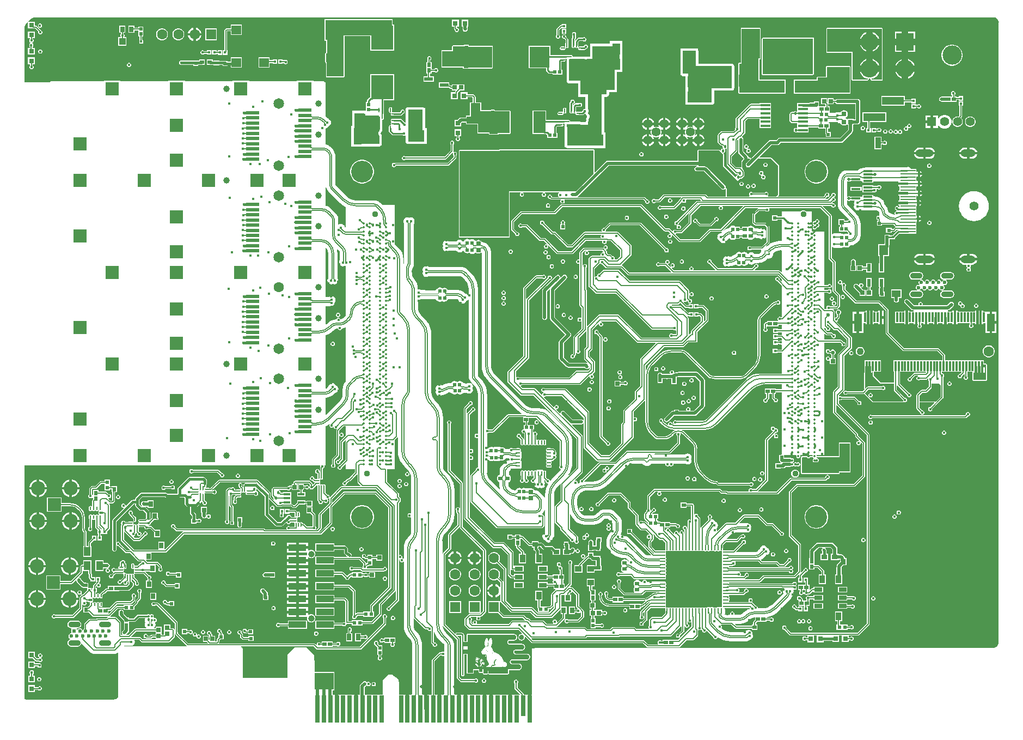
<source format=gbr>
G04*
G04 #@! TF.GenerationSoftware,Altium Limited,Altium Designer,24.2.2 (26)*
G04*
G04 Layer_Physical_Order=1*
G04 Layer_Color=255*
%FSLAX25Y25*%
%MOIN*%
G70*
G04*
G04 #@! TF.SameCoordinates,80A8E479-4E92-43EF-BFA2-91FD1FC97BD2*
G04*
G04*
G04 #@! TF.FilePolarity,Positive*
G04*
G01*
G75*
%ADD11C,0.00400*%
%ADD14C,0.01000*%
%ADD15C,0.00500*%
%ADD17R,0.02559X0.02756*%
%ADD18R,0.02559X0.02362*%
%ADD19R,0.10827X0.03937*%
%ADD20R,0.02288X0.02016*%
%ADD21R,0.02016X0.02288*%
%ADD22R,0.02800X0.16500*%
%ADD23R,0.02800X0.12600*%
%ADD24R,0.07835X0.09173*%
%ADD25R,0.02756X0.03543*%
%ADD26R,0.02165X0.01968*%
%ADD27R,0.03150X0.03150*%
G04:AMPARAMS|DCode=28|XSize=7.87mil|YSize=23.62mil|CornerRadius=1.97mil|HoleSize=0mil|Usage=FLASHONLY|Rotation=0.000|XOffset=0mil|YOffset=0mil|HoleType=Round|Shape=RoundedRectangle|*
%AMROUNDEDRECTD28*
21,1,0.00787,0.01968,0,0,0.0*
21,1,0.00394,0.02362,0,0,0.0*
1,1,0.00394,0.00197,-0.00984*
1,1,0.00394,-0.00197,-0.00984*
1,1,0.00394,-0.00197,0.00984*
1,1,0.00394,0.00197,0.00984*
%
%ADD28ROUNDEDRECTD28*%
G04:AMPARAMS|DCode=29|XSize=7.87mil|YSize=23.62mil|CornerRadius=1.97mil|HoleSize=0mil|Usage=FLASHONLY|Rotation=270.000|XOffset=0mil|YOffset=0mil|HoleType=Round|Shape=RoundedRectangle|*
%AMROUNDEDRECTD29*
21,1,0.00787,0.01968,0,0,270.0*
21,1,0.00394,0.02362,0,0,270.0*
1,1,0.00394,-0.00984,-0.00197*
1,1,0.00394,-0.00984,0.00197*
1,1,0.00394,0.00984,0.00197*
1,1,0.00394,0.00984,-0.00197*
%
%ADD29ROUNDEDRECTD29*%
G04:AMPARAMS|DCode=30|XSize=7.87mil|YSize=27.56mil|CornerRadius=1.97mil|HoleSize=0mil|Usage=FLASHONLY|Rotation=270.000|XOffset=0mil|YOffset=0mil|HoleType=Round|Shape=RoundedRectangle|*
%AMROUNDEDRECTD30*
21,1,0.00787,0.02362,0,0,270.0*
21,1,0.00394,0.02756,0,0,270.0*
1,1,0.00394,-0.01181,-0.00197*
1,1,0.00394,-0.01181,0.00197*
1,1,0.00394,0.01181,0.00197*
1,1,0.00394,0.01181,-0.00197*
%
%ADD30ROUNDEDRECTD30*%
%ADD31R,0.06127X0.05727*%
%ADD32R,0.01772X0.01772*%
%ADD33R,0.01772X0.01772*%
%ADD34R,0.02657X0.01772*%
%ADD35R,0.07874X0.01968*%
%ADD36R,0.01181X0.06102*%
%ADD37R,0.04724X0.10827*%
%ADD38R,0.02362X0.02559*%
G04:AMPARAMS|DCode=39|XSize=23.62mil|YSize=9.45mil|CornerRadius=1.98mil|HoleSize=0mil|Usage=FLASHONLY|Rotation=0.000|XOffset=0mil|YOffset=0mil|HoleType=Round|Shape=RoundedRectangle|*
%AMROUNDEDRECTD39*
21,1,0.02362,0.00548,0,0,0.0*
21,1,0.01965,0.00945,0,0,0.0*
1,1,0.00397,0.00983,-0.00274*
1,1,0.00397,-0.00983,-0.00274*
1,1,0.00397,-0.00983,0.00274*
1,1,0.00397,0.00983,0.00274*
%
%ADD39ROUNDEDRECTD39*%
G04:AMPARAMS|DCode=40|XSize=9.45mil|YSize=23.62mil|CornerRadius=1.98mil|HoleSize=0mil|Usage=FLASHONLY|Rotation=0.000|XOffset=0mil|YOffset=0mil|HoleType=Round|Shape=RoundedRectangle|*
%AMROUNDEDRECTD40*
21,1,0.00945,0.01965,0,0,0.0*
21,1,0.00548,0.02362,0,0,0.0*
1,1,0.00397,0.00274,-0.00983*
1,1,0.00397,-0.00274,-0.00983*
1,1,0.00397,-0.00274,0.00983*
1,1,0.00397,0.00274,0.00983*
%
%ADD40ROUNDEDRECTD40*%
%ADD41R,0.04331X0.05315*%
%ADD42R,0.02756X0.02756*%
%ADD43R,0.02911X0.02648*%
%ADD44R,0.02816X0.02648*%
%ADD45R,0.13780X0.14961*%
%ADD46R,0.04546X0.06717*%
%ADD47R,0.05315X0.04331*%
%ADD48R,0.02756X0.02756*%
%ADD49R,0.02648X0.02911*%
%ADD50R,0.04921X0.09843*%
%ADD51R,0.07284X0.13386*%
%ADD52C,0.01378*%
G04:AMPARAMS|DCode=53|XSize=9.84mil|YSize=23.62mil|CornerRadius=1.97mil|HoleSize=0mil|Usage=FLASHONLY|Rotation=270.000|XOffset=0mil|YOffset=0mil|HoleType=Round|Shape=RoundedRectangle|*
%AMROUNDEDRECTD53*
21,1,0.00984,0.01968,0,0,270.0*
21,1,0.00591,0.02362,0,0,270.0*
1,1,0.00394,-0.00984,-0.00295*
1,1,0.00394,-0.00984,0.00295*
1,1,0.00394,0.00984,0.00295*
1,1,0.00394,0.00984,-0.00295*
%
%ADD53ROUNDEDRECTD53*%
G04:AMPARAMS|DCode=54|XSize=23.62mil|YSize=9.84mil|CornerRadius=1.97mil|HoleSize=0mil|Usage=FLASHONLY|Rotation=270.000|XOffset=0mil|YOffset=0mil|HoleType=Round|Shape=RoundedRectangle|*
%AMROUNDEDRECTD54*
21,1,0.02362,0.00591,0,0,270.0*
21,1,0.01968,0.00984,0,0,270.0*
1,1,0.00394,-0.00295,-0.00984*
1,1,0.00394,-0.00295,0.00984*
1,1,0.00394,0.00295,0.00984*
1,1,0.00394,0.00295,-0.00984*
%
%ADD54ROUNDEDRECTD54*%
%ADD55R,0.03150X0.03150*%
%ADD56R,0.02123X0.01860*%
%ADD57R,0.05709X0.01181*%
%ADD58R,0.09449X0.01102*%
G04:AMPARAMS|DCode=59|XSize=9.84mil|YSize=23.62mil|CornerRadius=1.97mil|HoleSize=0mil|Usage=FLASHONLY|Rotation=180.000|XOffset=0mil|YOffset=0mil|HoleType=Round|Shape=RoundedRectangle|*
%AMROUNDEDRECTD59*
21,1,0.00984,0.01968,0,0,180.0*
21,1,0.00591,0.02362,0,0,180.0*
1,1,0.00394,-0.00295,0.00984*
1,1,0.00394,0.00295,0.00984*
1,1,0.00394,0.00295,-0.00984*
1,1,0.00394,-0.00295,-0.00984*
%
%ADD59ROUNDEDRECTD59*%
G04:AMPARAMS|DCode=60|XSize=23.62mil|YSize=9.84mil|CornerRadius=1.97mil|HoleSize=0mil|Usage=FLASHONLY|Rotation=180.000|XOffset=0mil|YOffset=0mil|HoleType=Round|Shape=RoundedRectangle|*
%AMROUNDEDRECTD60*
21,1,0.02362,0.00591,0,0,180.0*
21,1,0.01968,0.00984,0,0,180.0*
1,1,0.00394,-0.00984,0.00295*
1,1,0.00394,0.00984,0.00295*
1,1,0.00394,0.00984,-0.00295*
1,1,0.00394,-0.00984,-0.00295*
%
%ADD60ROUNDEDRECTD60*%
%ADD61R,0.02631X0.02648*%
%ADD62R,0.05315X0.02362*%
%ADD63R,0.12299X0.12799*%
%ADD64R,0.13504X0.05000*%
%ADD65R,0.02657X0.02362*%
%ADD66R,0.05900X0.05300*%
%ADD67R,0.09843X0.04921*%
%ADD68R,0.02648X0.02816*%
%ADD69R,0.01000X0.03200*%
%ADD70R,0.03200X0.01000*%
%ADD71R,0.04921X0.02559*%
%ADD72R,0.03347X0.04921*%
%ADD73R,0.04134X0.08661*%
%ADD74R,0.03937X0.04134*%
%ADD75R,0.01860X0.02123*%
%ADD76R,0.02756X0.03543*%
%ADD77R,0.03740X0.02756*%
%ADD78R,0.02423X0.02254*%
%ADD79R,0.02985X0.03197*%
%ADD80R,0.02756X0.02559*%
%ADD81R,0.02362X0.02657*%
%ADD82R,0.03937X0.03543*%
%ADD83R,0.01772X0.02657*%
%ADD84R,0.03197X0.02985*%
%ADD85R,0.01968X0.02165*%
G04:AMPARAMS|DCode=86|XSize=7.87mil|YSize=21.65mil|CornerRadius=1.97mil|HoleSize=0mil|Usage=FLASHONLY|Rotation=180.000|XOffset=0mil|YOffset=0mil|HoleType=Round|Shape=RoundedRectangle|*
%AMROUNDEDRECTD86*
21,1,0.00787,0.01772,0,0,180.0*
21,1,0.00394,0.02165,0,0,180.0*
1,1,0.00394,-0.00197,0.00886*
1,1,0.00394,0.00197,0.00886*
1,1,0.00394,0.00197,-0.00886*
1,1,0.00394,-0.00197,-0.00886*
%
%ADD86ROUNDEDRECTD86*%
G04:AMPARAMS|DCode=87|XSize=11.81mil|YSize=23.62mil|CornerRadius=1.95mil|HoleSize=0mil|Usage=FLASHONLY|Rotation=90.000|XOffset=0mil|YOffset=0mil|HoleType=Round|Shape=RoundedRectangle|*
%AMROUNDEDRECTD87*
21,1,0.01181,0.01972,0,0,90.0*
21,1,0.00791,0.02362,0,0,90.0*
1,1,0.00390,0.00986,0.00396*
1,1,0.00390,0.00986,-0.00396*
1,1,0.00390,-0.00986,-0.00396*
1,1,0.00390,-0.00986,0.00396*
%
%ADD87ROUNDEDRECTD87*%
%ADD88R,0.02165X0.02362*%
%ADD89R,0.02362X0.02165*%
%ADD90R,0.02362X0.04724*%
G04:AMPARAMS|DCode=91|XSize=7.87mil|YSize=27.56mil|CornerRadius=1.97mil|HoleSize=0mil|Usage=FLASHONLY|Rotation=180.000|XOffset=0mil|YOffset=0mil|HoleType=Round|Shape=RoundedRectangle|*
%AMROUNDEDRECTD91*
21,1,0.00787,0.02362,0,0,180.0*
21,1,0.00394,0.02756,0,0,180.0*
1,1,0.00394,-0.00197,0.01181*
1,1,0.00394,0.00197,0.01181*
1,1,0.00394,0.00197,-0.01181*
1,1,0.00394,-0.00197,-0.01181*
%
%ADD91ROUNDEDRECTD91*%
%ADD92R,0.02559X0.02559*%
%ADD93R,0.02559X0.02559*%
%ADD94R,0.02756X0.02953*%
%ADD95R,0.05906X0.07284*%
%ADD96C,0.01693*%
%ADD97R,0.02204X0.02382*%
%ADD98C,0.01402*%
%ADD99R,0.05906X0.01575*%
G04:AMPARAMS|DCode=100|XSize=7.87mil|YSize=27.56mil|CornerRadius=1.97mil|HoleSize=0mil|Usage=FLASHONLY|Rotation=180.000|XOffset=0mil|YOffset=0mil|HoleType=Round|Shape=RoundedRectangle|*
%AMROUNDEDRECTD100*
21,1,0.00787,0.02362,0,0,180.0*
21,1,0.00394,0.02756,0,0,180.0*
1,1,0.00394,-0.00197,0.01181*
1,1,0.00394,0.00197,0.01181*
1,1,0.00394,0.00197,-0.01181*
1,1,0.00394,-0.00197,-0.01181*
%
%ADD100ROUNDEDRECTD100*%
%ADD101R,0.05512X0.05512*%
%ADD102R,0.03937X0.05512*%
%ADD103R,0.02835X0.03937*%
%ADD104R,0.09449X0.12992*%
%ADD105R,0.09800X0.03700*%
%ADD106R,0.23300X0.21700*%
%ADD107R,0.05709X0.07480*%
%ADD108R,0.02029X0.01860*%
%ADD109R,0.03189X0.06693*%
%ADD110C,0.02362*%
%ADD111R,0.03937X0.01575*%
%ADD112R,0.02165X0.02165*%
%ADD113R,0.05727X0.06127*%
G04:AMPARAMS|DCode=129|XSize=122.05mil|YSize=122.05mil|CornerRadius=1.83mil|HoleSize=0mil|Usage=FLASHONLY|Rotation=0.000|XOffset=0mil|YOffset=0mil|HoleType=Round|Shape=RoundedRectangle|*
%AMROUNDEDRECTD129*
21,1,0.12205,0.11839,0,0,0.0*
21,1,0.11839,0.12205,0,0,0.0*
1,1,0.00366,0.05919,-0.05919*
1,1,0.00366,-0.05919,-0.05919*
1,1,0.00366,-0.05919,0.05919*
1,1,0.00366,0.05919,0.05919*
%
%ADD129ROUNDEDRECTD129*%
G04:AMPARAMS|DCode=131|XSize=15.75mil|YSize=82.68mil|CornerRadius=1.97mil|HoleSize=0mil|Usage=FLASHONLY|Rotation=270.000|XOffset=0mil|YOffset=0mil|HoleType=Round|Shape=RoundedRectangle|*
%AMROUNDEDRECTD131*
21,1,0.01575,0.07874,0,0,270.0*
21,1,0.01181,0.08268,0,0,270.0*
1,1,0.00394,-0.03937,-0.00591*
1,1,0.00394,-0.03937,0.00591*
1,1,0.00394,0.03937,0.00591*
1,1,0.00394,0.03937,-0.00591*
%
%ADD131ROUNDEDRECTD131*%
G04:AMPARAMS|DCode=132|XSize=9.84mil|YSize=66.93mil|CornerRadius=1.97mil|HoleSize=0mil|Usage=FLASHONLY|Rotation=270.000|XOffset=0mil|YOffset=0mil|HoleType=Round|Shape=RoundedRectangle|*
%AMROUNDEDRECTD132*
21,1,0.00984,0.06299,0,0,270.0*
21,1,0.00591,0.06693,0,0,270.0*
1,1,0.00394,-0.03150,-0.00295*
1,1,0.00394,-0.03150,0.00295*
1,1,0.00394,0.03150,0.00295*
1,1,0.00394,0.03150,-0.00295*
%
%ADD132ROUNDEDRECTD132*%
G04:AMPARAMS|DCode=135|XSize=15.75mil|YSize=82.68mil|CornerRadius=1.97mil|HoleSize=0mil|Usage=FLASHONLY|Rotation=180.000|XOffset=0mil|YOffset=0mil|HoleType=Round|Shape=RoundedRectangle|*
%AMROUNDEDRECTD135*
21,1,0.01575,0.07874,0,0,180.0*
21,1,0.01181,0.08268,0,0,180.0*
1,1,0.00394,-0.00591,0.03937*
1,1,0.00394,0.00591,0.03937*
1,1,0.00394,0.00591,-0.03937*
1,1,0.00394,-0.00591,-0.03937*
%
%ADD135ROUNDEDRECTD135*%
G04:AMPARAMS|DCode=136|XSize=9.84mil|YSize=66.93mil|CornerRadius=1.97mil|HoleSize=0mil|Usage=FLASHONLY|Rotation=180.000|XOffset=0mil|YOffset=0mil|HoleType=Round|Shape=RoundedRectangle|*
%AMROUNDEDRECTD136*
21,1,0.00984,0.06299,0,0,180.0*
21,1,0.00591,0.06693,0,0,180.0*
1,1,0.00394,-0.00295,0.03150*
1,1,0.00394,0.00295,0.03150*
1,1,0.00394,0.00295,-0.03150*
1,1,0.00394,-0.00295,-0.03150*
%
%ADD136ROUNDEDRECTD136*%
%ADD139R,0.15000X0.20000*%
%ADD170C,0.03937*%
%ADD176C,0.04331*%
%ADD177C,0.06299*%
G04:AMPARAMS|DCode=182|XSize=35.43mil|YSize=74.8mil|CornerRadius=17.72mil|HoleSize=0mil|Usage=FLASHONLY|Rotation=270.000|XOffset=0mil|YOffset=0mil|HoleType=Round|Shape=RoundedRectangle|*
%AMROUNDEDRECTD182*
21,1,0.03543,0.03937,0,0,270.0*
21,1,0.00000,0.07480,0,0,270.0*
1,1,0.03543,-0.01968,0.00000*
1,1,0.03543,-0.01968,0.00000*
1,1,0.03543,0.01968,0.00000*
1,1,0.03543,0.01968,0.00000*
%
%ADD182ROUNDEDRECTD182*%
%ADD183R,0.02362X0.02362*%
%ADD186C,0.10827*%
%ADD187R,0.10827X0.10827*%
%ADD188C,0.11800*%
%ADD189R,0.05472X0.05472*%
%ADD190C,0.05472*%
%ADD197C,0.01600*%
%ADD202C,0.00538*%
%ADD203C,0.00538*%
%ADD204C,0.00538*%
%ADD205C,0.00452*%
%ADD206C,0.00538*%
%ADD207C,0.02000*%
%ADD208C,0.00699*%
%ADD209C,0.00699*%
%ADD210C,0.00727*%
%ADD211C,0.00538*%
%ADD212C,0.00538*%
%ADD213C,0.00404*%
G04:AMPARAMS|DCode=214|XSize=15.75mil|YSize=11.81mil|CornerRadius=3.96mil|HoleSize=0mil|Usage=FLASHONLY|Rotation=90.000|XOffset=0mil|YOffset=0mil|HoleType=Round|Shape=RoundedRectangle|*
%AMROUNDEDRECTD214*
21,1,0.01575,0.00390,0,0,90.0*
21,1,0.00784,0.01181,0,0,90.0*
1,1,0.00791,0.00195,0.00392*
1,1,0.00791,0.00195,-0.00392*
1,1,0.00791,-0.00195,-0.00392*
1,1,0.00791,-0.00195,0.00392*
%
%ADD214ROUNDEDRECTD214*%
G04:AMPARAMS|DCode=215|XSize=17.72mil|YSize=11.81mil|CornerRadius=3.96mil|HoleSize=0mil|Usage=FLASHONLY|Rotation=90.000|XOffset=0mil|YOffset=0mil|HoleType=Round|Shape=RoundedRectangle|*
%AMROUNDEDRECTD215*
21,1,0.01772,0.00390,0,0,90.0*
21,1,0.00980,0.01181,0,0,90.0*
1,1,0.00791,0.00195,0.00490*
1,1,0.00791,0.00195,-0.00490*
1,1,0.00791,-0.00195,-0.00490*
1,1,0.00791,-0.00195,0.00490*
%
%ADD215ROUNDEDRECTD215*%
%ADD216C,0.00727*%
%ADD217C,0.00520*%
%ADD218C,0.00800*%
%ADD219C,0.01500*%
%ADD220C,0.01800*%
%ADD221C,0.01200*%
%ADD222C,0.01700*%
%ADD223C,0.00450*%
%ADD224C,0.00727*%
%ADD225C,0.06496*%
%ADD226R,0.08268X0.08268*%
%ADD227C,0.04921*%
%ADD228O,0.09055X0.04724*%
%ADD229O,0.11024X0.04724*%
%ADD230C,0.05512*%
%ADD231C,0.25591*%
%ADD232R,0.06299X0.06299*%
%ADD233C,0.13386*%
%ADD234C,0.03740*%
%ADD235R,0.06299X0.06299*%
%ADD236C,0.25000*%
%ADD237C,0.05500*%
%ADD238C,0.08661*%
%ADD239R,0.07874X0.07874*%
%ADD240C,0.01800*%
%ADD241C,0.02000*%
%ADD242C,0.01968*%
G36*
X567034Y21338D02*
X567591Y20981D01*
X568068Y20521D01*
X568446Y19977D01*
X568711Y19370D01*
X568844Y18756D01*
X568821Y18640D01*
X568777Y18415D01*
X568777Y18415D01*
X568777Y18415D01*
X568777Y-360471D01*
X568773Y-360843D01*
X568626Y-361579D01*
X568342Y-362266D01*
X567928Y-362885D01*
X567402Y-363411D01*
X566784Y-363824D01*
X566096Y-364109D01*
X565367Y-364254D01*
X564995Y-364254D01*
X564995Y-364254D01*
X564995Y-364254D01*
X284663Y-364286D01*
X284593Y-364300D01*
X282941D01*
Y-392667D01*
X277935D01*
Y-392445D01*
X277865Y-392094D01*
X277666Y-391796D01*
X274172Y-388303D01*
Y-385735D01*
X274357Y-385550D01*
X274555Y-385072D01*
Y-384555D01*
X274357Y-384077D01*
X273991Y-383712D01*
X273513Y-383514D01*
X272996D01*
X272518Y-383712D01*
X272153Y-384077D01*
X271955Y-384555D01*
Y-385072D01*
X272153Y-385550D01*
X272337Y-385735D01*
Y-388683D01*
X272407Y-389034D01*
X272606Y-389332D01*
X275663Y-392390D01*
X275549Y-392667D01*
X235721D01*
X235569Y-392469D01*
X235393Y-392234D01*
X235386Y-391957D01*
Y-363030D01*
X235371Y-362957D01*
X235224Y-361460D01*
X234766Y-359951D01*
X234023Y-358561D01*
X233069Y-357398D01*
X233028Y-357336D01*
X233028Y-357336D01*
X233028Y-357336D01*
X230392Y-354701D01*
X230299Y-354639D01*
X229419Y-353567D01*
X228713Y-352246D01*
X228279Y-350814D01*
X228265Y-350668D01*
X228556Y-350564D01*
X228629Y-350674D01*
X237060Y-359105D01*
Y-382293D01*
X237127Y-382630D01*
X237318Y-382915D01*
X239138Y-384735D01*
X239138Y-384735D01*
X239424Y-384926D01*
X239761Y-384993D01*
X247858D01*
X248079Y-385215D01*
X248557Y-385413D01*
X249074D01*
X249552Y-385215D01*
X249918Y-384849D01*
X250116Y-384371D01*
Y-383854D01*
X249918Y-383376D01*
X249552Y-383011D01*
X249074Y-382813D01*
X248557D01*
X248079Y-383011D01*
X247858Y-383232D01*
X240125D01*
X238821Y-381928D01*
Y-358741D01*
X238754Y-358404D01*
X238563Y-358118D01*
X237376Y-356930D01*
X237491Y-356653D01*
X239585D01*
X239588Y-356659D01*
X239595Y-356662D01*
X239598Y-356669D01*
X239604Y-356672D01*
X239607Y-356679D01*
X239614Y-356681D01*
X239617Y-356688D01*
X239623Y-356691D01*
Y-356693D01*
X239633Y-356716D01*
Y-380762D01*
X239791Y-381144D01*
X239810Y-381152D01*
X239810Y-381154D01*
X240193Y-381313D01*
X241015D01*
X241398Y-381154D01*
X241399Y-381152D01*
X241417Y-381144D01*
X241576Y-380762D01*
Y-368262D01*
X242951D01*
Y-379320D01*
X243109Y-379703D01*
X243116Y-379706D01*
X243119Y-379713D01*
X243502Y-379871D01*
X246917D01*
X247299Y-379713D01*
X247458Y-379330D01*
Y-377724D01*
X250255D01*
Y-378740D01*
X250413Y-379122D01*
X250415Y-379123D01*
X250423Y-379142D01*
X250425Y-379143D01*
X250433Y-379161D01*
X250439Y-379164D01*
X250442Y-379171D01*
X250444Y-379172D01*
X250452Y-379190D01*
X250459Y-379193D01*
X250462Y-379200D01*
X250468Y-379203D01*
X250471Y-379210D01*
X250478Y-379212D01*
X250481Y-379219D01*
X250488Y-379222D01*
X250491Y-379229D01*
X250509Y-379237D01*
X250510Y-379239D01*
X250517Y-379241D01*
X250520Y-379248D01*
X250902Y-379407D01*
X250908D01*
X250931Y-379416D01*
X250956D01*
X250980Y-379426D01*
X252334D01*
X252358Y-379416D01*
X252373D01*
X252396Y-379407D01*
X252402D01*
X252538Y-379350D01*
X252838Y-379551D01*
Y-379610D01*
X252996Y-379993D01*
X252998Y-379994D01*
X253006Y-380012D01*
X253008Y-380013D01*
X253016Y-380032D01*
X253018Y-380033D01*
X253025Y-380051D01*
X253032Y-380054D01*
X253035Y-380061D01*
X253042Y-380064D01*
X253045Y-380071D01*
X253051Y-380073D01*
X253054Y-380080D01*
X253061Y-380083D01*
X253064Y-380090D01*
X253071Y-380093D01*
X253074Y-380100D01*
X253081Y-380102D01*
X253083Y-380109D01*
X253090Y-380112D01*
X253093Y-380119D01*
X253112Y-380127D01*
X253112Y-380129D01*
X253131Y-380136D01*
X253132Y-380138D01*
X253514Y-380297D01*
X253549D01*
X253572Y-380307D01*
X255768D01*
X255792Y-380297D01*
X255798D01*
X255821Y-380287D01*
X255846D01*
X256175Y-380151D01*
X256504Y-380287D01*
X256509D01*
X256533Y-380297D01*
X256548D01*
X256571Y-380307D01*
X268229D01*
X268252Y-380297D01*
X268267D01*
X268291Y-380287D01*
X268296D01*
X268679Y-380129D01*
X268680Y-380127D01*
X268699Y-380119D01*
X268699Y-380117D01*
X268718Y-380109D01*
X268721Y-380102D01*
X268727Y-380100D01*
X268730Y-380093D01*
X268737Y-380090D01*
X268740Y-380083D01*
X268747Y-380080D01*
X268750Y-380073D01*
X268757Y-380071D01*
X268759Y-380064D01*
X268766Y-380061D01*
X268769Y-380054D01*
X268776Y-380051D01*
X268934Y-379668D01*
Y-379667D01*
X268954Y-379620D01*
Y-379595D01*
X268963Y-379572D01*
Y-377724D01*
X271117D01*
X271141Y-377733D01*
X271257D01*
X271280Y-377724D01*
X275035D01*
X275059Y-377733D01*
X275088D01*
X275111Y-377724D01*
X275155D01*
X275179Y-377714D01*
X275204D01*
X275227Y-377704D01*
X275252D01*
X275275Y-377695D01*
X275281D01*
X275305Y-377685D01*
X275320D01*
X275367Y-377665D01*
X275368D01*
X275415Y-377646D01*
X275417D01*
X275799Y-377488D01*
X275800Y-377486D01*
X275819Y-377478D01*
X275819Y-377476D01*
X275838Y-377468D01*
X275839Y-377466D01*
X275857Y-377459D01*
X275858Y-377457D01*
X275877Y-377449D01*
X275877Y-377447D01*
X275896Y-377439D01*
X275897Y-377437D01*
X275915Y-377430D01*
X275916Y-377428D01*
X275935Y-377420D01*
X275938Y-377413D01*
X275944Y-377410D01*
X275945Y-377408D01*
X275964Y-377400D01*
X275965Y-377398D01*
X275983Y-377391D01*
X275986Y-377384D01*
X275993Y-377381D01*
X275996Y-377374D01*
X276002Y-377372D01*
X276003Y-377369D01*
X276022Y-377362D01*
X276025Y-377355D01*
X276031Y-377352D01*
X276032Y-377350D01*
X276051Y-377343D01*
X276054Y-377336D01*
X276061Y-377333D01*
X276063Y-377326D01*
X276070Y-377323D01*
X276071Y-377321D01*
X276090Y-377313D01*
X276092Y-377307D01*
X276099Y-377304D01*
X276102Y-377297D01*
X276109Y-377294D01*
X276112Y-377287D01*
X276118Y-377284D01*
X276121Y-377278D01*
X276128Y-377275D01*
X276131Y-377268D01*
X276138Y-377265D01*
X276141Y-377258D01*
X276148Y-377255D01*
X276150Y-377249D01*
X276157Y-377246D01*
X276160Y-377239D01*
X276167Y-377236D01*
X276170Y-377229D01*
X276177Y-377226D01*
X276177Y-377224D01*
X276196Y-377217D01*
X276199Y-377210D01*
X276206Y-377207D01*
X276208Y-377200D01*
X276215Y-377197D01*
X276218Y-377190D01*
X276225Y-377188D01*
X276233Y-377169D01*
X276235Y-377168D01*
X276237Y-377162D01*
X276244Y-377159D01*
X276247Y-377152D01*
X276254Y-377149D01*
X276257Y-377142D01*
X276264Y-377139D01*
X276267Y-377133D01*
X276273Y-377130D01*
X276276Y-377123D01*
X276283Y-377120D01*
X276286Y-377113D01*
X276293Y-377110D01*
X276295Y-377103D01*
X276302Y-377101D01*
X276305Y-377094D01*
X276312Y-377091D01*
X276320Y-377072D01*
X276322Y-377072D01*
X276325Y-377065D01*
X276331Y-377062D01*
X276334Y-377055D01*
X276341Y-377052D01*
X276344Y-377045D01*
X276351Y-377043D01*
X276358Y-377024D01*
X276360Y-377023D01*
X276363Y-377016D01*
X276370Y-377013D01*
X276376Y-377000D01*
X276389Y-376994D01*
X276397Y-376976D01*
X276399Y-376975D01*
X276402Y-376968D01*
X276409Y-376965D01*
X276412Y-376958D01*
X276418Y-376956D01*
X276426Y-376937D01*
X276428Y-376936D01*
X276431Y-376929D01*
X276438Y-376926D01*
X276453Y-376889D01*
X276457Y-376888D01*
X276465Y-376869D01*
X276467Y-376868D01*
X276470Y-376862D01*
X276477Y-376859D01*
X276484Y-376840D01*
X276486Y-376839D01*
X276494Y-376821D01*
X276496Y-376820D01*
X276499Y-376813D01*
X276505Y-376810D01*
X276533Y-376743D01*
X276535Y-376743D01*
X276542Y-376724D01*
X276544Y-376723D01*
X276552Y-376705D01*
X276554Y-376704D01*
X276712Y-376321D01*
Y-376320D01*
X276732Y-376273D01*
Y-376267D01*
X276741Y-376244D01*
Y-376242D01*
X276761Y-376196D01*
Y-376190D01*
X276770Y-376167D01*
Y-376161D01*
X276780Y-376137D01*
Y-376122D01*
X276790Y-376099D01*
Y-376083D01*
X276799Y-376060D01*
Y-376035D01*
X276809Y-376012D01*
Y-375996D01*
X276819Y-375973D01*
Y-375938D01*
X276829Y-375915D01*
Y-375861D01*
X276838Y-375838D01*
Y-375528D01*
X276829Y-375505D01*
Y-375460D01*
X276819Y-375437D01*
Y-375402D01*
X276809Y-375379D01*
Y-375354D01*
X276799Y-375330D01*
Y-375315D01*
X276790Y-375292D01*
Y-375267D01*
X276780Y-375243D01*
Y-375238D01*
X276770Y-375214D01*
Y-375209D01*
X276751Y-375162D01*
Y-375160D01*
X276741Y-375137D01*
Y-375131D01*
X276583Y-374749D01*
X276581Y-374748D01*
X276573Y-374729D01*
X276572Y-374729D01*
X276544Y-374662D01*
X276542Y-374661D01*
X276535Y-374642D01*
X276533Y-374641D01*
X276525Y-374623D01*
X276523Y-374622D01*
X276515Y-374604D01*
X276513Y-374603D01*
X276505Y-374584D01*
X276499Y-374581D01*
X276496Y-374574D01*
X276494Y-374574D01*
X276486Y-374555D01*
X276484Y-374554D01*
X276477Y-374536D01*
X276470Y-374533D01*
X276467Y-374526D01*
X276465Y-374525D01*
X276457Y-374507D01*
X276455Y-374506D01*
X276447Y-374487D01*
X276445Y-374487D01*
X276438Y-374468D01*
X276431Y-374465D01*
X276428Y-374459D01*
X276421Y-374456D01*
X276418Y-374449D01*
X276412Y-374446D01*
X276409Y-374439D01*
X276407Y-374438D01*
X276399Y-374420D01*
X276392Y-374417D01*
X276389Y-374410D01*
X276382Y-374407D01*
X276380Y-374400D01*
X276378Y-374400D01*
X276370Y-374381D01*
X276363Y-374378D01*
X276360Y-374371D01*
X276354Y-374369D01*
X276351Y-374362D01*
X276344Y-374359D01*
X276341Y-374352D01*
X276334Y-374349D01*
X276331Y-374342D01*
X276329Y-374342D01*
X276322Y-374323D01*
X276315Y-374320D01*
X276312Y-374313D01*
X276305Y-374310D01*
X276302Y-374304D01*
X276295Y-374301D01*
X276293Y-374294D01*
X276286Y-374291D01*
X276283Y-374284D01*
X276276Y-374282D01*
X276273Y-374275D01*
X276267Y-374272D01*
X276264Y-374265D01*
X276257Y-374262D01*
X276254Y-374255D01*
X276247Y-374253D01*
X276244Y-374246D01*
X276237Y-374243D01*
X276235Y-374236D01*
X276228Y-374233D01*
X276225Y-374226D01*
X276218Y-374223D01*
X276215Y-374217D01*
X276208Y-374214D01*
X276206Y-374207D01*
X276199Y-374204D01*
X276196Y-374197D01*
X276189Y-374194D01*
X276186Y-374188D01*
X276179Y-374185D01*
X276177Y-374178D01*
X276158Y-374170D01*
X276157Y-374168D01*
X276150Y-374165D01*
X276148Y-374159D01*
X276141Y-374156D01*
X276138Y-374149D01*
X276131Y-374146D01*
X276128Y-374139D01*
X276121Y-374136D01*
X276118Y-374130D01*
X276112Y-374127D01*
X276109Y-374120D01*
X276090Y-374112D01*
X276090Y-374110D01*
X276083Y-374107D01*
X276080Y-374100D01*
X276073Y-374098D01*
X276070Y-374091D01*
X276052Y-374083D01*
X276051Y-374081D01*
X276044Y-374078D01*
X276041Y-374072D01*
X276023Y-374064D01*
X276022Y-374062D01*
X276015Y-374059D01*
X276012Y-374052D01*
X275994Y-374044D01*
X275993Y-374043D01*
X275974Y-374035D01*
X275973Y-374033D01*
X275967Y-374030D01*
X275964Y-374023D01*
X275945Y-374015D01*
X275944Y-374013D01*
X275938Y-374011D01*
X275935Y-374004D01*
X275916Y-373996D01*
X275915Y-373994D01*
X275897Y-373986D01*
X275896Y-373984D01*
X275877Y-373977D01*
X275877Y-373975D01*
X275858Y-373967D01*
X275857Y-373965D01*
X275851Y-373962D01*
X275848Y-373955D01*
X275780Y-373928D01*
X275780Y-373926D01*
X275761Y-373919D01*
X275761Y-373917D01*
X275742Y-373909D01*
X275741Y-373907D01*
X275359Y-373748D01*
X275357D01*
X275310Y-373729D01*
X275299D01*
X275252Y-373710D01*
X275227D01*
X275204Y-373700D01*
X275198D01*
X275175Y-373691D01*
X275169D01*
X275146Y-373681D01*
X275121D01*
X275097Y-373671D01*
X275082D01*
X275059Y-373661D01*
X274995D01*
X274972Y-373652D01*
X274927D01*
X274904Y-373642D01*
X270864D01*
X270841Y-373632D01*
X270796D01*
X270773Y-373623D01*
X270729D01*
X270705Y-373613D01*
X270671D01*
X270647Y-373603D01*
X270632D01*
X270608Y-373594D01*
X270595D01*
X270586Y-373590D01*
X270585Y-373588D01*
X270566Y-373580D01*
X270566Y-373578D01*
X270559Y-373575D01*
X270556Y-373568D01*
X270537Y-373561D01*
X270536Y-373559D01*
X270518Y-373551D01*
X270517Y-373549D01*
X270510Y-373546D01*
X270508Y-373539D01*
X270489Y-373532D01*
X270488Y-373530D01*
X270481Y-373527D01*
X270479Y-373520D01*
X270472Y-373517D01*
X270469Y-373510D01*
X270462Y-373508D01*
X270459Y-373501D01*
X270441Y-373493D01*
X270440Y-373491D01*
X270433Y-373488D01*
X270430Y-373481D01*
X270423Y-373479D01*
X270421Y-373472D01*
X270402Y-373464D01*
X270401Y-373462D01*
X270394Y-373459D01*
X270391Y-373452D01*
X270385Y-373449D01*
X270382Y-373443D01*
X270363Y-373435D01*
X270362Y-373433D01*
X270356Y-373430D01*
X270353Y-373423D01*
X270346Y-373421D01*
X270343Y-373414D01*
X270336Y-373411D01*
X270333Y-373404D01*
X270326Y-373401D01*
X270324Y-373394D01*
X270305Y-373387D01*
X270304Y-373385D01*
X270298Y-373382D01*
X270295Y-373375D01*
X270288Y-373372D01*
X270285Y-373365D01*
X270278Y-373362D01*
X270275Y-373356D01*
X270269Y-373353D01*
X270266Y-373346D01*
X270259Y-373343D01*
X270256Y-373336D01*
X270249Y-373333D01*
X270246Y-373327D01*
X270244Y-373326D01*
X270237Y-373307D01*
X270230Y-373304D01*
X270227Y-373298D01*
X270220Y-373295D01*
X270217Y-373288D01*
X270211Y-373285D01*
X270208Y-373278D01*
X270201Y-373275D01*
X270198Y-373269D01*
X270191Y-373266D01*
X270188Y-373259D01*
X270186Y-373258D01*
X270179Y-373239D01*
X270172Y-373237D01*
X270169Y-373230D01*
X270162Y-373227D01*
X270159Y-373220D01*
X270157Y-373219D01*
X270150Y-373201D01*
X270143Y-373198D01*
X270140Y-373191D01*
X270133Y-373188D01*
X270130Y-373182D01*
X270128Y-373181D01*
X270121Y-373162D01*
X270114Y-373159D01*
X270111Y-373152D01*
X270104Y-373150D01*
X270101Y-373143D01*
X270099Y-373142D01*
X270092Y-373123D01*
X270085Y-373121D01*
X270082Y-373114D01*
X270080Y-373113D01*
X270072Y-373094D01*
X270065Y-373092D01*
X270062Y-373085D01*
X270060Y-373084D01*
X270053Y-373065D01*
X270049Y-373064D01*
X270037Y-373036D01*
Y-373032D01*
X270027Y-373009D01*
Y-372993D01*
X270018Y-372970D01*
Y-372955D01*
X270008Y-372931D01*
Y-372897D01*
X269999Y-372873D01*
Y-372810D01*
X269989Y-372786D01*
Y-372581D01*
X269999Y-372558D01*
Y-372475D01*
X270008Y-372452D01*
Y-372427D01*
X270018Y-372403D01*
Y-372378D01*
X270027Y-372355D01*
Y-372332D01*
X270031Y-372322D01*
X270034Y-372322D01*
X270041Y-372303D01*
X270043Y-372302D01*
X270046Y-372295D01*
X270053Y-372293D01*
X270060Y-372274D01*
X270062Y-372273D01*
X270065Y-372266D01*
X270072Y-372264D01*
X270080Y-372245D01*
X270082Y-372244D01*
X270090Y-372226D01*
X270092Y-372225D01*
X270094Y-372218D01*
X270101Y-372215D01*
X270109Y-372197D01*
X270111Y-372196D01*
X270114Y-372189D01*
X270121Y-372186D01*
X270128Y-372168D01*
X270130Y-372167D01*
X270133Y-372160D01*
X270140Y-372157D01*
X270143Y-372150D01*
X270150Y-372147D01*
X270152Y-372141D01*
X270159Y-372138D01*
X270162Y-372131D01*
X270169Y-372128D01*
X270177Y-372110D01*
X270179Y-372109D01*
X270181Y-372102D01*
X270188Y-372099D01*
X270191Y-372092D01*
X270198Y-372089D01*
X270201Y-372083D01*
X270208Y-372080D01*
X270211Y-372073D01*
X270217Y-372070D01*
X270225Y-372052D01*
X270227Y-372051D01*
X270230Y-372044D01*
X270237Y-372041D01*
X270239Y-372034D01*
X270246Y-372031D01*
X270249Y-372024D01*
X270256Y-372022D01*
X270259Y-372015D01*
X270266Y-372012D01*
X270269Y-372005D01*
X270275Y-372002D01*
X270278Y-371995D01*
X270285Y-371993D01*
X270288Y-371986D01*
X270295Y-371983D01*
X270298Y-371976D01*
X270304Y-371973D01*
X270307Y-371967D01*
X270314Y-371964D01*
X270315Y-371962D01*
X270333Y-371954D01*
X270339Y-371940D01*
X270353Y-371935D01*
X270356Y-371928D01*
X270362Y-371925D01*
X270365Y-371918D01*
X270372Y-371915D01*
X270375Y-371908D01*
X270382Y-371906D01*
X270385Y-371899D01*
X270391Y-371896D01*
X270392Y-371894D01*
X270411Y-371886D01*
X270414Y-371879D01*
X270421Y-371877D01*
X270423Y-371870D01*
X270430Y-371867D01*
X270433Y-371860D01*
X270440Y-371857D01*
X270441Y-371855D01*
X270459Y-371848D01*
X270460Y-371846D01*
X270479Y-371838D01*
X270481Y-371831D01*
X270488Y-371828D01*
X270489Y-371826D01*
X270508Y-371819D01*
X270510Y-371812D01*
X270517Y-371809D01*
X270519Y-371805D01*
X270556Y-371790D01*
X270559Y-371783D01*
X270566Y-371780D01*
X270566Y-371778D01*
X270585Y-371770D01*
X270587Y-371764D01*
X270589D01*
X270613Y-371755D01*
X270628D01*
X270651Y-371745D01*
X270676D01*
X270700Y-371735D01*
X270725D01*
X270748Y-371726D01*
X270792D01*
X270816Y-371716D01*
X270889D01*
X270913Y-371706D01*
X279973D01*
X279996Y-371696D01*
X280089D01*
X280113Y-371687D01*
X280138D01*
X280161Y-371677D01*
X280196D01*
X280219Y-371668D01*
X280225D01*
X280248Y-371658D01*
X280273D01*
X280296Y-371648D01*
X280302D01*
X280325Y-371638D01*
X280331D01*
X280354Y-371629D01*
X280360D01*
X280383Y-371619D01*
X280389D01*
X280412Y-371609D01*
X280418D01*
X280801Y-371451D01*
X280801Y-371450D01*
X280869Y-371422D01*
X280869Y-371421D01*
X280936Y-371393D01*
X280938Y-371389D01*
X280975Y-371374D01*
X280978Y-371367D01*
X280985Y-371364D01*
X280985Y-371362D01*
X281004Y-371354D01*
X281005Y-371352D01*
X281023Y-371344D01*
X281026Y-371338D01*
X281033Y-371335D01*
X281034Y-371333D01*
X281052Y-371325D01*
X281053Y-371323D01*
X281072Y-371316D01*
X281072Y-371314D01*
X281091Y-371306D01*
X281094Y-371299D01*
X281101Y-371296D01*
X281101Y-371294D01*
X281120Y-371287D01*
X281123Y-371280D01*
X281130Y-371277D01*
X281133Y-371270D01*
X281139Y-371267D01*
X281140Y-371265D01*
X281159Y-371257D01*
X281162Y-371251D01*
X281168Y-371248D01*
X281171Y-371241D01*
X281178Y-371238D01*
X281179Y-371236D01*
X281197Y-371228D01*
X281200Y-371222D01*
X281207Y-371219D01*
X281210Y-371212D01*
X281217Y-371209D01*
X281220Y-371202D01*
X281226Y-371199D01*
X281229Y-371193D01*
X281236Y-371190D01*
X281239Y-371183D01*
X281246Y-371180D01*
X281249Y-371173D01*
X281256Y-371170D01*
X281258Y-371164D01*
X281265Y-371161D01*
X281268Y-371154D01*
X281275Y-371151D01*
X281276Y-371149D01*
X281294Y-371141D01*
X281297Y-371134D01*
X281304Y-371132D01*
X281307Y-371125D01*
X281313Y-371122D01*
X281316Y-371115D01*
X281323Y-371112D01*
X281331Y-371094D01*
X281333Y-371093D01*
X281336Y-371086D01*
X281343Y-371083D01*
X281343Y-371081D01*
X281362Y-371074D01*
X281365Y-371067D01*
X281372Y-371064D01*
X281374Y-371057D01*
X281381Y-371054D01*
X281389Y-371036D01*
X281391Y-371035D01*
X281394Y-371028D01*
X281401Y-371025D01*
X281403Y-371018D01*
X281410Y-371016D01*
X281413Y-371009D01*
X281420Y-371006D01*
X281423Y-370999D01*
X281430Y-370996D01*
X281437Y-370978D01*
X281439Y-370977D01*
X281442Y-370970D01*
X281449Y-370967D01*
X281452Y-370960D01*
X281459Y-370957D01*
X281466Y-370939D01*
X281468Y-370938D01*
X281471Y-370931D01*
X281478Y-370929D01*
X281481Y-370922D01*
X281488Y-370919D01*
X281490Y-370912D01*
X281497Y-370909D01*
X281505Y-370891D01*
X281507Y-370890D01*
X281510Y-370883D01*
X281517Y-370880D01*
X281520Y-370873D01*
X281526Y-370870D01*
X281534Y-370852D01*
X281536Y-370851D01*
X281539Y-370844D01*
X281546Y-370842D01*
X281553Y-370823D01*
X281555Y-370822D01*
X281558Y-370815D01*
X281565Y-370812D01*
X281580Y-370775D01*
X281584Y-370774D01*
X281592Y-370755D01*
X281594Y-370754D01*
X281630Y-370669D01*
X281633Y-370667D01*
X281656Y-370612D01*
X281662Y-370609D01*
X281820Y-370227D01*
Y-370221D01*
X281830Y-370198D01*
Y-370186D01*
X281849Y-370140D01*
Y-370134D01*
X281859Y-370111D01*
Y-370095D01*
X281869Y-370072D01*
Y-370057D01*
X281878Y-370033D01*
Y-370018D01*
X281888Y-369994D01*
Y-369979D01*
X281898Y-369956D01*
Y-369911D01*
X281907Y-369888D01*
Y-369844D01*
X281917Y-369820D01*
Y-369511D01*
X281907Y-369487D01*
Y-369433D01*
X281898Y-369410D01*
Y-369375D01*
X281888Y-369352D01*
Y-369337D01*
X281878Y-369313D01*
Y-369288D01*
X281859Y-369241D01*
Y-369220D01*
X281849Y-369197D01*
Y-369192D01*
X281840Y-369168D01*
Y-369162D01*
X281820Y-369116D01*
Y-369114D01*
X281801Y-369067D01*
Y-369066D01*
X281642Y-368683D01*
X281641Y-368683D01*
X281613Y-368615D01*
X281611Y-368615D01*
X281604Y-368596D01*
X281597Y-368593D01*
X281594Y-368586D01*
X281592Y-368585D01*
X281584Y-368567D01*
X281582Y-368566D01*
X281575Y-368548D01*
X281573Y-368547D01*
X281565Y-368528D01*
X281558Y-368525D01*
X281555Y-368519D01*
X281553Y-368518D01*
X281546Y-368499D01*
X281539Y-368496D01*
X281536Y-368490D01*
X281534Y-368489D01*
X281526Y-368470D01*
X281520Y-368467D01*
X281517Y-368460D01*
X281515Y-368460D01*
X281507Y-368441D01*
X281500Y-368438D01*
X281497Y-368431D01*
X281490Y-368429D01*
X281488Y-368422D01*
X281486Y-368421D01*
X281478Y-368403D01*
X281471Y-368400D01*
X281468Y-368393D01*
X281466Y-368392D01*
X281459Y-368373D01*
X281452Y-368371D01*
X281449Y-368364D01*
X281442Y-368361D01*
X281439Y-368354D01*
X281437Y-368353D01*
X281430Y-368335D01*
X281423Y-368332D01*
X281420Y-368325D01*
X281413Y-368322D01*
X281410Y-368315D01*
X281403Y-368313D01*
X281401Y-368306D01*
X281394Y-368303D01*
X281391Y-368296D01*
X281384Y-368293D01*
X281381Y-368286D01*
X281374Y-368284D01*
X281372Y-368277D01*
X281365Y-368274D01*
X281362Y-368267D01*
X281360Y-368266D01*
X281352Y-368248D01*
X281334Y-368240D01*
X281333Y-368238D01*
X281326Y-368235D01*
X281323Y-368228D01*
X281316Y-368226D01*
X281313Y-368219D01*
X281307Y-368216D01*
X281304Y-368209D01*
X281297Y-368206D01*
X281294Y-368199D01*
X281287Y-368197D01*
X281284Y-368190D01*
X281278Y-368187D01*
X281275Y-368180D01*
X281268Y-368177D01*
X281265Y-368170D01*
X281258Y-368167D01*
X281256Y-368161D01*
X281249Y-368158D01*
X281246Y-368151D01*
X281227Y-368143D01*
X281226Y-368141D01*
X281220Y-368138D01*
X281217Y-368132D01*
X281210Y-368129D01*
X281207Y-368122D01*
X281200Y-368119D01*
X281197Y-368112D01*
X281191Y-368109D01*
X281188Y-368103D01*
X281169Y-368095D01*
X281168Y-368093D01*
X281162Y-368090D01*
X281159Y-368083D01*
X281152Y-368080D01*
X281149Y-368074D01*
X281131Y-368066D01*
X281130Y-368064D01*
X281123Y-368061D01*
X281120Y-368054D01*
X281113Y-368051D01*
X281110Y-368044D01*
X281092Y-368037D01*
X281091Y-368035D01*
X281072Y-368027D01*
X281072Y-368025D01*
X281065Y-368022D01*
X281062Y-368016D01*
X281044Y-368008D01*
X281043Y-368006D01*
X281024Y-367998D01*
X281023Y-367996D01*
X281016Y-367993D01*
X281014Y-367986D01*
X281007Y-367984D01*
X281004Y-367977D01*
X280985Y-367969D01*
X280985Y-367967D01*
X280948Y-367952D01*
X280946Y-367948D01*
X280927Y-367940D01*
X280926Y-367938D01*
X280908Y-367930D01*
X280907Y-367928D01*
X280889Y-367921D01*
X280888Y-367919D01*
X280851Y-367903D01*
X280849Y-367899D01*
X280467Y-367741D01*
X280465D01*
X280418Y-367722D01*
X280412D01*
X280389Y-367712D01*
X280383D01*
X280360Y-367702D01*
X280354D01*
X280331Y-367692D01*
X280325D01*
X280302Y-367683D01*
X280296D01*
X280273Y-367673D01*
X280238D01*
X280215Y-367664D01*
X280209D01*
X280186Y-367654D01*
X280151D01*
X280128Y-367644D01*
X280103D01*
X280080Y-367635D01*
X280016D01*
X279992Y-367625D01*
X273050D01*
X273027Y-367615D01*
X272973D01*
X272950Y-367605D01*
X272896D01*
X272872Y-367596D01*
X272838D01*
X272814Y-367586D01*
X272799D01*
X272776Y-367576D01*
X272760D01*
X272737Y-367567D01*
X272735D01*
X272733Y-367561D01*
X272714Y-367553D01*
X272713Y-367551D01*
X272695Y-367544D01*
X272694Y-367542D01*
X272687Y-367539D01*
X272684Y-367532D01*
X272666Y-367524D01*
X272665Y-367522D01*
X272658Y-367519D01*
X272655Y-367512D01*
X272648Y-367510D01*
X272645Y-367503D01*
X272627Y-367495D01*
X272626Y-367493D01*
X272619Y-367490D01*
X272617Y-367483D01*
X272598Y-367476D01*
X272597Y-367474D01*
X272590Y-367471D01*
X272587Y-367464D01*
X272581Y-367461D01*
X272578Y-367454D01*
X272559Y-367447D01*
X272558Y-367445D01*
X272552Y-367442D01*
X272549Y-367435D01*
X272542Y-367432D01*
X272539Y-367425D01*
X272532Y-367423D01*
X272529Y-367416D01*
X272511Y-367408D01*
X272510Y-367406D01*
X272503Y-367403D01*
X272500Y-367396D01*
X272494Y-367393D01*
X272491Y-367387D01*
X272484Y-367384D01*
X272481Y-367377D01*
X272474Y-367374D01*
X272471Y-367367D01*
X272464Y-367365D01*
X272462Y-367358D01*
X272455Y-367355D01*
X272452Y-367348D01*
X272445Y-367345D01*
X272442Y-367338D01*
X272435Y-367336D01*
X272433Y-367329D01*
X272426Y-367326D01*
X272423Y-367319D01*
X272416Y-367316D01*
X272413Y-367309D01*
X272407Y-367306D01*
X272404Y-367300D01*
X272397Y-367297D01*
X272394Y-367290D01*
X272387Y-367287D01*
X272384Y-367280D01*
X272377Y-367277D01*
X272375Y-367271D01*
X272368Y-367268D01*
X272365Y-367261D01*
X272358Y-367258D01*
X272355Y-367251D01*
X272348Y-367248D01*
X272346Y-367242D01*
X272344Y-367241D01*
X272336Y-367222D01*
X272329Y-367219D01*
X272326Y-367213D01*
X272319Y-367210D01*
X272317Y-367203D01*
X272310Y-367200D01*
X272307Y-367193D01*
X272305Y-367192D01*
X272297Y-367174D01*
X272290Y-367171D01*
X272288Y-367164D01*
X272286Y-367163D01*
X272278Y-367145D01*
X272271Y-367142D01*
X272268Y-367135D01*
X272266Y-367134D01*
X272258Y-367116D01*
X272252Y-367113D01*
X272249Y-367106D01*
X272247Y-367105D01*
X272239Y-367087D01*
X272232Y-367084D01*
X272230Y-367077D01*
X272228Y-367076D01*
X272220Y-367058D01*
X272218Y-367057D01*
X272210Y-367038D01*
X272203Y-367036D01*
X272200Y-367029D01*
X272199Y-367028D01*
X272195Y-367018D01*
Y-367015D01*
X272185Y-366991D01*
Y-366986D01*
X272175Y-366962D01*
Y-366947D01*
X272165Y-366924D01*
Y-366879D01*
X272156Y-366856D01*
Y-366812D01*
X272146Y-366788D01*
Y-366676D01*
X272140Y-366662D01*
X272146Y-366647D01*
Y-366545D01*
X272156Y-366521D01*
Y-366458D01*
X272165Y-366434D01*
Y-366409D01*
X272175Y-366386D01*
Y-366351D01*
X272185Y-366328D01*
Y-366313D01*
X272188Y-366306D01*
X272191Y-366304D01*
X272199Y-366286D01*
X272200Y-366285D01*
X272208Y-366266D01*
X272210Y-366266D01*
X272218Y-366247D01*
X272220Y-366246D01*
X272223Y-366239D01*
X272230Y-366237D01*
X272237Y-366218D01*
X272239Y-366217D01*
X272242Y-366210D01*
X272249Y-366208D01*
X272252Y-366201D01*
X272258Y-366198D01*
X272266Y-366179D01*
X272268Y-366178D01*
X272271Y-366172D01*
X272278Y-366169D01*
X272286Y-366150D01*
X272288Y-366149D01*
X272290Y-366143D01*
X272297Y-366140D01*
X272305Y-366121D01*
X272307Y-366121D01*
X272310Y-366114D01*
X272317Y-366111D01*
X272319Y-366104D01*
X272326Y-366101D01*
X272329Y-366094D01*
X272336Y-366091D01*
X272339Y-366085D01*
X272346Y-366082D01*
X272348Y-366075D01*
X272355Y-366072D01*
X272363Y-366054D01*
X272365Y-366053D01*
X272368Y-366046D01*
X272375Y-366043D01*
X272377Y-366036D01*
X272384Y-366033D01*
X272387Y-366027D01*
X272394Y-366024D01*
X272397Y-366017D01*
X272404Y-366014D01*
X272407Y-366007D01*
X272413Y-366004D01*
X272416Y-365998D01*
X272423Y-365995D01*
X272426Y-365988D01*
X272433Y-365985D01*
X272435Y-365978D01*
X272442Y-365975D01*
X272445Y-365968D01*
X272452Y-365966D01*
X272455Y-365959D01*
X272462Y-365956D01*
X272464Y-365949D01*
X272471Y-365946D01*
X272474Y-365939D01*
X272481Y-365937D01*
X272484Y-365930D01*
X272491Y-365927D01*
X272492Y-365925D01*
X272510Y-365917D01*
X272513Y-365911D01*
X272520Y-365908D01*
X272523Y-365901D01*
X272529Y-365898D01*
X272532Y-365891D01*
X272539Y-365888D01*
X272542Y-365881D01*
X272549Y-365879D01*
X272550Y-365877D01*
X272568Y-365869D01*
X272571Y-365862D01*
X272578Y-365859D01*
X272581Y-365852D01*
X272587Y-365850D01*
X272590Y-365843D01*
X272597Y-365840D01*
X272598Y-365838D01*
X272617Y-365830D01*
X272619Y-365823D01*
X272626Y-365821D01*
X272629Y-365814D01*
X272636Y-365811D01*
X272637Y-365809D01*
X272655Y-365801D01*
X272658Y-365794D01*
X272665Y-365792D01*
X272666Y-365790D01*
X272684Y-365782D01*
X272685Y-365780D01*
X272704Y-365772D01*
X272706Y-365765D01*
X272713Y-365763D01*
X272714Y-365760D01*
X272733Y-365753D01*
X272733Y-365751D01*
X272752Y-365743D01*
X272753Y-365741D01*
X272762Y-365737D01*
X272776D01*
X272799Y-365728D01*
X272824D01*
X272847Y-365718D01*
X272863D01*
X272886Y-365708D01*
X272930D01*
X272954Y-365699D01*
X272988D01*
X273012Y-365689D01*
X276887D01*
X276910Y-365679D01*
X276964D01*
X276988Y-365669D01*
X277042D01*
X277065Y-365660D01*
X277090D01*
X277114Y-365650D01*
X277129D01*
X277152Y-365640D01*
X277168D01*
X277191Y-365631D01*
X277206D01*
X277230Y-365621D01*
X277235D01*
X277259Y-365612D01*
X277274D01*
X277657Y-365453D01*
X277657Y-365453D01*
X277773Y-365405D01*
X277774Y-365403D01*
X277792Y-365395D01*
X277793Y-365393D01*
X277812Y-365385D01*
X277812Y-365384D01*
X277879Y-365356D01*
X277882Y-365349D01*
X277889Y-365347D01*
X277890Y-365345D01*
X277908Y-365337D01*
X277909Y-365335D01*
X277928Y-365327D01*
X277928Y-365325D01*
X277947Y-365318D01*
X277950Y-365311D01*
X277957Y-365308D01*
X277957Y-365306D01*
X277976Y-365298D01*
X277979Y-365291D01*
X277986Y-365288D01*
X277989Y-365282D01*
X277995Y-365279D01*
X277996Y-365277D01*
X278015Y-365269D01*
X278017Y-365262D01*
X278024Y-365260D01*
X278025Y-365258D01*
X278044Y-365250D01*
X278046Y-365243D01*
X278053Y-365240D01*
X278054Y-365238D01*
X278073Y-365230D01*
X278076Y-365224D01*
X278082Y-365221D01*
X278085Y-365214D01*
X278092Y-365211D01*
X278095Y-365204D01*
X278102Y-365201D01*
X278104Y-365195D01*
X278111Y-365192D01*
X278112Y-365190D01*
X278131Y-365182D01*
X278134Y-365175D01*
X278140Y-365172D01*
X278143Y-365166D01*
X278150Y-365163D01*
X278153Y-365156D01*
X278160Y-365153D01*
X278163Y-365146D01*
X278169Y-365143D01*
X278170Y-365141D01*
X278189Y-365134D01*
X278192Y-365127D01*
X278199Y-365124D01*
X278201Y-365117D01*
X278208Y-365114D01*
X278211Y-365107D01*
X278218Y-365105D01*
X278221Y-365098D01*
X278227Y-365095D01*
X278230Y-365088D01*
X278237Y-365085D01*
X278240Y-365078D01*
X278247Y-365076D01*
X278250Y-365069D01*
X278257Y-365066D01*
X278264Y-365048D01*
X278266Y-365047D01*
X278269Y-365040D01*
X278276Y-365037D01*
X278279Y-365030D01*
X278286Y-365027D01*
X278288Y-365020D01*
X278295Y-365018D01*
X278298Y-365011D01*
X278305Y-365008D01*
X278308Y-365001D01*
X278314Y-364998D01*
X278317Y-364991D01*
X278324Y-364989D01*
X278327Y-364982D01*
X278334Y-364979D01*
X278342Y-364960D01*
X278344Y-364960D01*
X278346Y-364953D01*
X278353Y-364950D01*
X278356Y-364943D01*
X278363Y-364940D01*
X278366Y-364933D01*
X278373Y-364931D01*
X278380Y-364912D01*
X278382Y-364911D01*
X278385Y-364904D01*
X278392Y-364901D01*
X278395Y-364895D01*
X278402Y-364892D01*
X278409Y-364873D01*
X278411Y-364873D01*
X278419Y-364854D01*
X278421Y-364853D01*
X278424Y-364846D01*
X278431Y-364844D01*
X278433Y-364837D01*
X278440Y-364834D01*
X278448Y-364815D01*
X278450Y-364814D01*
X278458Y-364796D01*
X278460Y-364795D01*
X278467Y-364777D01*
X278469Y-364776D01*
X278472Y-364769D01*
X278479Y-364766D01*
X278487Y-364748D01*
X278489Y-364747D01*
X278491Y-364740D01*
X278498Y-364737D01*
X278506Y-364719D01*
X278508Y-364718D01*
X278523Y-364681D01*
X278527Y-364679D01*
X278543Y-364642D01*
X278547Y-364640D01*
X278554Y-364622D01*
X278556Y-364621D01*
X278715Y-364238D01*
Y-364237D01*
X278734Y-364190D01*
Y-364188D01*
X278754Y-364142D01*
Y-364126D01*
X278763Y-364103D01*
Y-364097D01*
X278773Y-364074D01*
Y-364058D01*
X278783Y-364035D01*
Y-364020D01*
X278792Y-363997D01*
Y-363991D01*
X278802Y-363967D01*
Y-363923D01*
X278812Y-363900D01*
Y-363875D01*
X278821Y-363851D01*
Y-363739D01*
X278831Y-363716D01*
Y-363561D01*
X278821Y-363538D01*
Y-363435D01*
X278812Y-363412D01*
Y-363397D01*
X278802Y-363373D01*
Y-363329D01*
X278792Y-363306D01*
Y-363300D01*
X278783Y-363277D01*
Y-363261D01*
X278773Y-363238D01*
Y-363223D01*
X278763Y-363199D01*
Y-363184D01*
X278754Y-363160D01*
Y-363145D01*
X278595Y-362762D01*
X278592Y-362761D01*
X278556Y-362675D01*
X278554Y-362674D01*
X278547Y-362656D01*
X278545Y-362655D01*
X278537Y-362637D01*
X278536Y-362636D01*
X278508Y-362569D01*
X278501Y-362566D01*
X278498Y-362559D01*
X278496Y-362559D01*
X278489Y-362540D01*
X278482Y-362537D01*
X278479Y-362530D01*
X278477Y-362529D01*
X278469Y-362511D01*
X278467Y-362510D01*
X278460Y-362492D01*
X278453Y-362489D01*
X278450Y-362482D01*
X278448Y-362481D01*
X278440Y-362463D01*
X278433Y-362460D01*
X278431Y-362453D01*
X278429Y-362452D01*
X278421Y-362434D01*
X278419Y-362433D01*
X278411Y-362414D01*
X278404Y-362411D01*
X278402Y-362404D01*
X278395Y-362402D01*
X278392Y-362395D01*
X278390Y-362394D01*
X278382Y-362375D01*
X278375Y-362373D01*
X278373Y-362366D01*
X278366Y-362363D01*
X278363Y-362356D01*
X278361Y-362355D01*
X278353Y-362337D01*
X278346Y-362334D01*
X278344Y-362327D01*
X278337Y-362324D01*
X278334Y-362317D01*
X278327Y-362315D01*
X278324Y-362308D01*
X278317Y-362305D01*
X278314Y-362298D01*
X278308Y-362295D01*
X278305Y-362288D01*
X278298Y-362286D01*
X278295Y-362279D01*
X278288Y-362276D01*
X278286Y-362269D01*
X278284Y-362268D01*
X278276Y-362250D01*
X278269Y-362247D01*
X278266Y-362240D01*
X278259Y-362237D01*
X278257Y-362230D01*
X278250Y-362228D01*
X278247Y-362221D01*
X278240Y-362218D01*
X278237Y-362211D01*
X278230Y-362208D01*
X278227Y-362201D01*
X278221Y-362198D01*
X278218Y-362192D01*
X278211Y-362189D01*
X278208Y-362182D01*
X278201Y-362179D01*
X278199Y-362172D01*
X278192Y-362170D01*
X278189Y-362163D01*
X278182Y-362160D01*
X278179Y-362153D01*
X278172Y-362150D01*
X278169Y-362143D01*
X278151Y-362136D01*
X278150Y-362134D01*
X278143Y-362131D01*
X278140Y-362124D01*
X278134Y-362121D01*
X278131Y-362114D01*
X278124Y-362111D01*
X278121Y-362105D01*
X278114Y-362102D01*
X278111Y-362095D01*
X278093Y-362087D01*
X278092Y-362085D01*
X278085Y-362082D01*
X278082Y-362076D01*
X278076Y-362073D01*
X278073Y-362066D01*
X278054Y-362058D01*
X278053Y-362056D01*
X278046Y-362053D01*
X278044Y-362047D01*
X278037Y-362044D01*
X278034Y-362037D01*
X278015Y-362029D01*
X278015Y-362027D01*
X278008Y-362024D01*
X278005Y-362017D01*
X277987Y-362010D01*
X277986Y-362008D01*
X277979Y-362005D01*
X277976Y-361998D01*
X277957Y-361990D01*
X277957Y-361988D01*
X277950Y-361986D01*
X277947Y-361979D01*
X277928Y-361971D01*
X277928Y-361969D01*
X277909Y-361962D01*
X277908Y-361960D01*
X277901Y-361957D01*
X277899Y-361950D01*
X277880Y-361942D01*
X277879Y-361940D01*
X277861Y-361932D01*
X277860Y-361930D01*
X277841Y-361923D01*
X277840Y-361921D01*
X277822Y-361913D01*
X277821Y-361911D01*
X277754Y-361883D01*
X277753Y-361882D01*
X277716Y-361867D01*
X277715Y-361863D01*
X277332Y-361704D01*
X277330D01*
X277284Y-361685D01*
X277259D01*
X277235Y-361675D01*
X277234D01*
X277187Y-361656D01*
X277162D01*
X277139Y-361646D01*
X277123D01*
X277100Y-361636D01*
X277065D01*
X277042Y-361627D01*
X277027D01*
X277003Y-361617D01*
X276930D01*
X276906Y-361608D01*
X269452D01*
X269428Y-361598D01*
X269297D01*
X269273Y-361588D01*
X269239D01*
X269215Y-361578D01*
X269181D01*
X269157Y-361569D01*
X269142D01*
X269119Y-361559D01*
X269096D01*
X269086Y-361555D01*
X269085Y-361553D01*
X269067Y-361545D01*
X269066Y-361543D01*
X269059Y-361541D01*
X269056Y-361534D01*
X269038Y-361526D01*
X269037Y-361524D01*
X269030Y-361521D01*
X269027Y-361514D01*
X269009Y-361507D01*
X269008Y-361505D01*
X269001Y-361502D01*
X268998Y-361495D01*
X268980Y-361488D01*
X268979Y-361486D01*
X268960Y-361478D01*
X268960Y-361476D01*
X268953Y-361473D01*
X268950Y-361466D01*
X268943Y-361463D01*
X268940Y-361456D01*
X268934Y-361454D01*
X268931Y-361447D01*
X268912Y-361439D01*
X268911Y-361437D01*
X268904Y-361434D01*
X268902Y-361427D01*
X268895Y-361425D01*
X268892Y-361418D01*
X268873Y-361410D01*
X268873Y-361408D01*
X268866Y-361405D01*
X268863Y-361398D01*
X268856Y-361396D01*
X268853Y-361389D01*
X268846Y-361386D01*
X268844Y-361379D01*
X268837Y-361376D01*
X268834Y-361369D01*
X268827Y-361367D01*
X268824Y-361360D01*
X268806Y-361352D01*
X268805Y-361350D01*
X268798Y-361347D01*
X268795Y-361340D01*
X268788Y-361337D01*
X268786Y-361331D01*
X268779Y-361328D01*
X268776Y-361321D01*
X268769Y-361318D01*
X268766Y-361311D01*
X268759Y-361309D01*
X268757Y-361302D01*
X268755Y-361301D01*
X268747Y-361282D01*
X268728Y-361275D01*
X268727Y-361273D01*
X268721Y-361270D01*
X268718Y-361263D01*
X268711Y-361260D01*
X268708Y-361253D01*
X268701Y-361250D01*
X268699Y-361244D01*
X268696Y-361243D01*
X268689Y-361224D01*
X268682Y-361221D01*
X268679Y-361215D01*
X268672Y-361212D01*
X268669Y-361205D01*
X268663Y-361202D01*
X268660Y-361195D01*
X268653Y-361192D01*
X268650Y-361186D01*
X268648Y-361185D01*
X268640Y-361166D01*
X268638Y-361165D01*
X268631Y-361147D01*
X268624Y-361144D01*
X268621Y-361137D01*
X268614Y-361134D01*
X268611Y-361127D01*
X268605Y-361125D01*
X268602Y-361118D01*
X268595Y-361115D01*
X268592Y-361108D01*
X268590Y-361107D01*
X268582Y-361089D01*
X268580Y-361088D01*
X268573Y-361069D01*
X268566Y-361067D01*
X268563Y-361060D01*
X268556Y-361057D01*
X268553Y-361050D01*
X268551Y-361049D01*
X268544Y-361031D01*
X268542Y-361030D01*
X268534Y-361011D01*
X268531Y-361010D01*
X268528Y-361003D01*
Y-360998D01*
X268518Y-360974D01*
Y-360939D01*
X268509Y-360916D01*
Y-360910D01*
X268499Y-360887D01*
Y-360833D01*
X268489Y-360810D01*
Y-360756D01*
X268480Y-360732D01*
Y-360649D01*
X268474Y-360635D01*
X268480Y-360620D01*
Y-360614D01*
X268489Y-360591D01*
Y-360581D01*
X268480Y-360558D01*
Y-360557D01*
X268489Y-360533D01*
Y-360469D01*
X268499Y-360446D01*
Y-360386D01*
X268518Y-360340D01*
Y-360299D01*
X268523Y-360287D01*
X268524Y-360287D01*
X268532Y-360268D01*
X268534Y-360268D01*
X268542Y-360249D01*
X268544Y-360248D01*
X268547Y-360241D01*
X268553Y-360239D01*
X268561Y-360220D01*
X268563Y-360219D01*
X268566Y-360212D01*
X268573Y-360210D01*
X268580Y-360191D01*
X268582Y-360190D01*
X268585Y-360183D01*
X268592Y-360181D01*
X268600Y-360162D01*
X268602Y-360161D01*
X268609Y-360143D01*
X268611Y-360142D01*
X268614Y-360135D01*
X268621Y-360132D01*
X268624Y-360125D01*
X268631Y-360122D01*
X268634Y-360116D01*
X268640Y-360113D01*
X268648Y-360094D01*
X268650Y-360093D01*
X268653Y-360087D01*
X268660Y-360084D01*
X268663Y-360077D01*
X268669Y-360074D01*
X268677Y-360056D01*
X268679Y-360055D01*
X268682Y-360048D01*
X268689Y-360045D01*
X268692Y-360038D01*
X268699Y-360035D01*
X268701Y-360029D01*
X268708Y-360026D01*
X268711Y-360019D01*
X268718Y-360016D01*
X268721Y-360009D01*
X268727Y-360006D01*
X268730Y-360000D01*
X268737Y-359997D01*
X268743Y-359983D01*
X268757Y-359977D01*
X268759Y-359971D01*
X268766Y-359968D01*
X268769Y-359961D01*
X268776Y-359958D01*
X268779Y-359951D01*
X268786Y-359948D01*
X268788Y-359942D01*
X268795Y-359939D01*
X268798Y-359932D01*
X268805Y-359929D01*
X268808Y-359922D01*
X268815Y-359919D01*
X268817Y-359912D01*
X268824Y-359910D01*
X268825Y-359908D01*
X268844Y-359900D01*
X268846Y-359893D01*
X268853Y-359890D01*
X268856Y-359883D01*
X268863Y-359881D01*
X268866Y-359874D01*
X268873Y-359871D01*
X268875Y-359864D01*
X268882Y-359861D01*
X268885Y-359855D01*
X268892Y-359852D01*
X268895Y-359845D01*
X268902Y-359842D01*
X268902Y-359840D01*
X268921Y-359832D01*
X268924Y-359825D01*
X268931Y-359823D01*
X268932Y-359821D01*
X268950Y-359813D01*
X268953Y-359806D01*
X268960Y-359803D01*
X268960Y-359801D01*
X268979Y-359794D01*
X268982Y-359787D01*
X268989Y-359784D01*
X268991Y-359777D01*
X268998Y-359774D01*
X268999Y-359772D01*
X269018Y-359765D01*
X269021Y-359758D01*
X269027Y-359755D01*
X269028Y-359753D01*
X269047Y-359745D01*
X269048Y-359743D01*
X269066Y-359736D01*
X269069Y-359729D01*
X269076Y-359726D01*
X269077Y-359724D01*
X269086Y-359720D01*
X269109D01*
X269132Y-359710D01*
X269138D01*
X269161Y-359701D01*
X269206D01*
X269229Y-359691D01*
X269254D01*
X269278Y-359681D01*
X269341D01*
X269365Y-359672D01*
X272040D01*
X272064Y-359662D01*
X272166D01*
X272189Y-359652D01*
X272214D01*
X272238Y-359643D01*
X272263D01*
X272286Y-359633D01*
X272321D01*
X272344Y-359623D01*
X272350D01*
X272373Y-359613D01*
X272398D01*
X272445Y-359594D01*
X272456D01*
X272503Y-359575D01*
X272505D01*
X272528Y-359565D01*
X272534D01*
X272916Y-359407D01*
X272917Y-359405D01*
X272936Y-359397D01*
X272936Y-359396D01*
X273004Y-359368D01*
X273004Y-359366D01*
X273023Y-359358D01*
X273024Y-359356D01*
X273042Y-359349D01*
X273043Y-359347D01*
X273061Y-359339D01*
X273062Y-359337D01*
X273081Y-359329D01*
X273082Y-359327D01*
X273100Y-359320D01*
X273103Y-359313D01*
X273110Y-359310D01*
X273111Y-359308D01*
X273129Y-359300D01*
X273132Y-359293D01*
X273139Y-359291D01*
X273140Y-359289D01*
X273158Y-359281D01*
X273159Y-359279D01*
X273178Y-359271D01*
X273180Y-359264D01*
X273187Y-359261D01*
X273188Y-359260D01*
X273207Y-359252D01*
X273209Y-359245D01*
X273216Y-359242D01*
X273219Y-359235D01*
X273226Y-359232D01*
X273227Y-359230D01*
X273245Y-359223D01*
X273248Y-359216D01*
X273255Y-359213D01*
X273256Y-359211D01*
X273274Y-359204D01*
X273277Y-359197D01*
X273284Y-359194D01*
X273287Y-359187D01*
X273294Y-359184D01*
X273296Y-359177D01*
X273303Y-359174D01*
X273306Y-359168D01*
X273313Y-359165D01*
X273316Y-359158D01*
X273323Y-359155D01*
X273323Y-359153D01*
X273342Y-359145D01*
X273345Y-359139D01*
X273352Y-359136D01*
X273355Y-359129D01*
X273361Y-359126D01*
X273364Y-359119D01*
X273371Y-359116D01*
X273374Y-359110D01*
X273381Y-359107D01*
X273382Y-359105D01*
X273400Y-359097D01*
X273406Y-359083D01*
X273419Y-359078D01*
X273422Y-359071D01*
X273429Y-359068D01*
X273435Y-359054D01*
X273448Y-359049D01*
X273451Y-359042D01*
X273458Y-359039D01*
X273461Y-359032D01*
X273468Y-359029D01*
X273476Y-359011D01*
X273478Y-359010D01*
X273480Y-359003D01*
X273487Y-359000D01*
X273490Y-358994D01*
X273497Y-358991D01*
X273500Y-358984D01*
X273506Y-358981D01*
X273509Y-358974D01*
X273516Y-358971D01*
X273519Y-358964D01*
X273526Y-358962D01*
X273529Y-358955D01*
X273535Y-358952D01*
X273543Y-358933D01*
X273545Y-358933D01*
X273548Y-358926D01*
X273555Y-358923D01*
X273558Y-358916D01*
X273565Y-358913D01*
X273567Y-358906D01*
X273574Y-358904D01*
X273582Y-358885D01*
X273584Y-358884D01*
X273592Y-358866D01*
X273594Y-358865D01*
X273596Y-358858D01*
X273603Y-358855D01*
X273606Y-358848D01*
X273613Y-358846D01*
X273616Y-358839D01*
X273623Y-358836D01*
X273638Y-358799D01*
X273642Y-358797D01*
X273645Y-358790D01*
X273652Y-358787D01*
X273659Y-358769D01*
X273661Y-358768D01*
X273669Y-358750D01*
X273671Y-358749D01*
X273679Y-358730D01*
X273681Y-358730D01*
X273688Y-358711D01*
X273690Y-358710D01*
X273698Y-358692D01*
X273700Y-358691D01*
X273708Y-358672D01*
X273710Y-358671D01*
X273717Y-358653D01*
X273719Y-358652D01*
X273727Y-358634D01*
X273729Y-358633D01*
X273744Y-358596D01*
X273748Y-358594D01*
X273907Y-358211D01*
Y-358210D01*
X273926Y-358163D01*
Y-358148D01*
X273936Y-358124D01*
Y-358123D01*
X273955Y-358076D01*
Y-358065D01*
X273975Y-358018D01*
Y-357983D01*
X273984Y-357960D01*
Y-357954D01*
X273994Y-357931D01*
Y-357906D01*
X274004Y-357882D01*
Y-357828D01*
X274013Y-357805D01*
Y-357761D01*
X274023Y-357737D01*
Y-357505D01*
X274013Y-357482D01*
Y-357437D01*
X274004Y-357414D01*
Y-357389D01*
X273994Y-357366D01*
Y-357321D01*
X273984Y-357298D01*
Y-357292D01*
X273975Y-357269D01*
Y-357244D01*
X273965Y-357221D01*
Y-357215D01*
X273955Y-357192D01*
Y-357176D01*
X273936Y-357130D01*
Y-357118D01*
X273917Y-357071D01*
Y-357070D01*
X273758Y-356687D01*
X273756Y-356686D01*
X273748Y-356668D01*
X273747Y-356667D01*
X273719Y-356600D01*
X273717Y-356599D01*
X273710Y-356581D01*
X273708Y-356580D01*
X273700Y-356561D01*
X273698Y-356560D01*
X273690Y-356542D01*
X273684Y-356539D01*
X273681Y-356532D01*
X273679Y-356532D01*
X273671Y-356513D01*
X273669Y-356512D01*
X273661Y-356494D01*
X273659Y-356493D01*
X273652Y-356474D01*
X273650Y-356473D01*
X273642Y-356455D01*
X273635Y-356452D01*
X273632Y-356445D01*
X273630Y-356444D01*
X273623Y-356426D01*
X273616Y-356423D01*
X273613Y-356416D01*
X273611Y-356415D01*
X273603Y-356397D01*
X273596Y-356394D01*
X273594Y-356387D01*
X273592Y-356386D01*
X273584Y-356368D01*
X273577Y-356365D01*
X273574Y-356358D01*
X273567Y-356355D01*
X273565Y-356348D01*
X273563Y-356348D01*
X273555Y-356329D01*
X273548Y-356326D01*
X273545Y-356319D01*
X273538Y-356317D01*
X273535Y-356310D01*
X273529Y-356307D01*
X273526Y-356300D01*
X273524Y-356299D01*
X273516Y-356281D01*
X273509Y-356278D01*
X273506Y-356271D01*
X273500Y-356268D01*
X273497Y-356261D01*
X273490Y-356259D01*
X273487Y-356252D01*
X273480Y-356249D01*
X273478Y-356242D01*
X273471Y-356239D01*
X273468Y-356232D01*
X273461Y-356230D01*
X273458Y-356223D01*
X273451Y-356220D01*
X273448Y-356213D01*
X273442Y-356210D01*
X273439Y-356203D01*
X273432Y-356201D01*
X273429Y-356194D01*
X273422Y-356191D01*
X273419Y-356184D01*
X273413Y-356181D01*
X273410Y-356174D01*
X273403Y-356171D01*
X273400Y-356165D01*
X273393Y-356162D01*
X273390Y-356155D01*
X273384Y-356152D01*
X273381Y-356145D01*
X273374Y-356142D01*
X273371Y-356136D01*
X273364Y-356133D01*
X273361Y-356126D01*
X273343Y-356118D01*
X273342Y-356116D01*
X273335Y-356114D01*
X273332Y-356107D01*
X273325Y-356104D01*
X273323Y-356097D01*
X273316Y-356094D01*
X273313Y-356087D01*
X273306Y-356084D01*
X273303Y-356078D01*
X273296Y-356075D01*
X273294Y-356068D01*
X273287Y-356065D01*
X273284Y-356058D01*
X273266Y-356051D01*
X273265Y-356049D01*
X273258Y-356046D01*
X273255Y-356039D01*
X273236Y-356031D01*
X273236Y-356029D01*
X273229Y-356026D01*
X273226Y-356020D01*
X273207Y-356012D01*
X273207Y-356010D01*
X273200Y-356007D01*
X273197Y-356000D01*
X273190Y-355997D01*
X273187Y-355991D01*
X273169Y-355983D01*
X273168Y-355981D01*
X273161Y-355978D01*
X273158Y-355971D01*
X273140Y-355963D01*
X273139Y-355961D01*
X273132Y-355959D01*
X273129Y-355952D01*
X273111Y-355944D01*
X273110Y-355942D01*
X273091Y-355935D01*
X273091Y-355932D01*
X273072Y-355925D01*
X273071Y-355923D01*
X273053Y-355915D01*
X273052Y-355913D01*
X273045Y-355910D01*
X273042Y-355904D01*
X273024Y-355896D01*
X273023Y-355894D01*
X272937Y-355858D01*
X272936Y-355855D01*
X272553Y-355697D01*
X272546D01*
X272476Y-355668D01*
X272460D01*
X272437Y-355658D01*
X272431D01*
X272408Y-355648D01*
X272393D01*
X272369Y-355639D01*
X272364D01*
X272340Y-355629D01*
X272315D01*
X272292Y-355619D01*
X272276D01*
X272253Y-355609D01*
X272218D01*
X272195Y-355600D01*
X272151D01*
X272127Y-355590D01*
X243502D01*
X243119Y-355749D01*
X243116Y-355755D01*
X243109Y-355758D01*
X242951Y-356141D01*
Y-359992D01*
X241576D01*
Y-356547D01*
X241566Y-356524D01*
Y-356422D01*
X241557Y-356398D01*
Y-356373D01*
X241547Y-356350D01*
Y-356334D01*
X241537Y-356311D01*
Y-356286D01*
X241528Y-356263D01*
Y-356257D01*
X241518Y-356234D01*
Y-356209D01*
X241499Y-356162D01*
Y-356160D01*
X241340Y-355778D01*
X241340Y-355778D01*
X241292Y-355662D01*
X241288Y-355660D01*
X241272Y-355623D01*
X241266Y-355620D01*
X241263Y-355613D01*
X241261Y-355612D01*
X241253Y-355594D01*
X241251Y-355593D01*
X241243Y-355575D01*
X241239Y-355573D01*
X241224Y-355536D01*
X241217Y-355533D01*
X241214Y-355526D01*
X241207Y-355523D01*
X241205Y-355517D01*
X241203Y-355516D01*
X241195Y-355497D01*
X241193Y-355496D01*
X241185Y-355478D01*
X241178Y-355475D01*
X241176Y-355468D01*
X241174Y-355467D01*
X241166Y-355449D01*
X241159Y-355446D01*
X241156Y-355439D01*
X241154Y-355438D01*
X241147Y-355420D01*
X241140Y-355417D01*
X241137Y-355410D01*
X241130Y-355407D01*
X241127Y-355400D01*
X241125Y-355400D01*
X241118Y-355381D01*
X241111Y-355378D01*
X241108Y-355371D01*
X241101Y-355369D01*
X241098Y-355362D01*
X241091Y-355359D01*
X241089Y-355352D01*
X241082Y-355349D01*
X241079Y-355342D01*
X241072Y-355340D01*
X241069Y-355333D01*
X241062Y-355330D01*
X241059Y-355323D01*
X241057Y-355322D01*
X241050Y-355304D01*
X241043Y-355301D01*
X241040Y-355294D01*
X241033Y-355291D01*
X241031Y-355284D01*
X241024Y-355281D01*
X241021Y-355275D01*
X241014Y-355272D01*
X241011Y-355265D01*
X241004Y-355262D01*
X241002Y-355255D01*
X240995Y-355253D01*
X240992Y-355246D01*
X240985Y-355243D01*
X240982Y-355236D01*
X240975Y-355233D01*
X240972Y-355226D01*
X240954Y-355219D01*
X240953Y-355217D01*
X240946Y-355214D01*
X240943Y-355207D01*
X240937Y-355204D01*
X240934Y-355197D01*
X240927Y-355194D01*
X240924Y-355188D01*
X240917Y-355185D01*
X240914Y-355178D01*
X240896Y-355170D01*
X240895Y-355168D01*
X240888Y-355165D01*
X240885Y-355159D01*
X240879Y-355156D01*
X240876Y-355149D01*
X240857Y-355141D01*
X240856Y-355139D01*
X240849Y-355136D01*
X240847Y-355130D01*
X240840Y-355127D01*
X240837Y-355120D01*
X240819Y-355112D01*
X240818Y-355110D01*
X240811Y-355107D01*
X240808Y-355100D01*
X240789Y-355093D01*
X240789Y-355091D01*
X240782Y-355088D01*
X240779Y-355081D01*
X240760Y-355073D01*
X240760Y-355071D01*
X240753Y-355069D01*
X240750Y-355062D01*
X240731Y-355054D01*
X240731Y-355052D01*
X240724Y-355049D01*
X240721Y-355043D01*
X240702Y-355035D01*
X240702Y-355033D01*
X240683Y-355025D01*
X240682Y-355023D01*
X240664Y-355015D01*
X240663Y-355013D01*
X240644Y-355006D01*
X240644Y-355004D01*
X240625Y-354996D01*
X240624Y-354994D01*
X240557Y-354966D01*
X240556Y-354965D01*
X240174Y-354807D01*
X240168D01*
X240145Y-354797D01*
X240143D01*
X240096Y-354778D01*
X240091D01*
X240067Y-354768D01*
X240052D01*
X240029Y-354758D01*
X240023D01*
X240000Y-354749D01*
X239984D01*
X239961Y-354739D01*
X239936D01*
X239913Y-354729D01*
X239859D01*
X239835Y-354719D01*
X239791D01*
X239767Y-354710D01*
X236739D01*
X236357Y-354868D01*
X236354Y-354875D01*
X236347Y-354878D01*
X236189Y-355261D01*
Y-355351D01*
X235911Y-355466D01*
X230132Y-349687D01*
Y-307042D01*
X233260Y-303914D01*
X233451Y-303628D01*
X233518Y-303291D01*
Y-295094D01*
X238611Y-290001D01*
X238911Y-290125D01*
Y-290361D01*
X238978Y-290698D01*
X239169Y-290984D01*
X253083Y-304898D01*
Y-341583D01*
X251796Y-342870D01*
X251534Y-342714D01*
X251530Y-342666D01*
X251530Y-342520D01*
Y-335489D01*
X244231D01*
Y-342788D01*
X251241D01*
X251308Y-342788D01*
X251461Y-343085D01*
X251364Y-343215D01*
X245063D01*
X244726Y-343282D01*
X244441Y-343473D01*
X241963Y-345951D01*
X241772Y-346236D01*
X241705Y-346573D01*
Y-349974D01*
X241772Y-350310D01*
X241963Y-350596D01*
X244109Y-352742D01*
X244109Y-352742D01*
X244394Y-352933D01*
X244731Y-353000D01*
X244731Y-353000D01*
X274734D01*
X276926Y-355191D01*
X276863Y-355552D01*
X276810Y-355590D01*
X276452D01*
X276428Y-355600D01*
X276394D01*
X276370Y-355609D01*
X276326D01*
X276303Y-355619D01*
X276278D01*
X276254Y-355629D01*
X276249D01*
X276225Y-355639D01*
X276200D01*
X276177Y-355648D01*
X276171D01*
X276148Y-355658D01*
X276132D01*
X276109Y-355668D01*
X276103D01*
X276057Y-355687D01*
X276055D01*
X276032Y-355697D01*
X276026D01*
X275643Y-355855D01*
X275642Y-355857D01*
X275624Y-355865D01*
X275623Y-355867D01*
X275605Y-355874D01*
X275604Y-355876D01*
X275585Y-355884D01*
X275585Y-355886D01*
X275566Y-355894D01*
X275565Y-355896D01*
X275547Y-355904D01*
X275546Y-355906D01*
X275527Y-355913D01*
X275526Y-355915D01*
X275508Y-355923D01*
X275507Y-355925D01*
X275489Y-355932D01*
X275488Y-355935D01*
X275469Y-355942D01*
X275466Y-355949D01*
X275460Y-355952D01*
X275459Y-355954D01*
X275440Y-355961D01*
X275439Y-355963D01*
X275421Y-355971D01*
X275418Y-355978D01*
X275411Y-355981D01*
X275410Y-355983D01*
X275392Y-355991D01*
X275389Y-355997D01*
X275382Y-356000D01*
X275381Y-356002D01*
X275363Y-356010D01*
X275360Y-356017D01*
X275353Y-356020D01*
X275352Y-356022D01*
X275334Y-356029D01*
X275331Y-356036D01*
X275324Y-356039D01*
X275321Y-356046D01*
X275314Y-356049D01*
X275314Y-356051D01*
X275295Y-356058D01*
X275289Y-356072D01*
X275276Y-356078D01*
X275273Y-356084D01*
X275266Y-356087D01*
X275265Y-356089D01*
X275247Y-356097D01*
X275244Y-356104D01*
X275237Y-356107D01*
X275234Y-356114D01*
X275227Y-356116D01*
X275224Y-356123D01*
X275218Y-356126D01*
X275215Y-356133D01*
X275208Y-356136D01*
X275205Y-356142D01*
X275198Y-356145D01*
X275196Y-356152D01*
X275189Y-356155D01*
X275186Y-356162D01*
X275179Y-356165D01*
X275176Y-356171D01*
X275169Y-356174D01*
X275167Y-356181D01*
X275160Y-356184D01*
X275157Y-356191D01*
X275150Y-356194D01*
X275147Y-356201D01*
X275140Y-356203D01*
X275137Y-356210D01*
X275131Y-356213D01*
X275128Y-356220D01*
X275121Y-356223D01*
X275118Y-356230D01*
X275111Y-356232D01*
X275108Y-356239D01*
X275102Y-356242D01*
X275099Y-356249D01*
X275092Y-356252D01*
X275089Y-356259D01*
X275082Y-356261D01*
X275075Y-356280D01*
X275073Y-356281D01*
X275070Y-356288D01*
X275063Y-356291D01*
X275060Y-356297D01*
X275053Y-356300D01*
X275050Y-356307D01*
X275044Y-356310D01*
X275041Y-356317D01*
X275034Y-356319D01*
X275031Y-356326D01*
X275024Y-356329D01*
X275016Y-356348D01*
X275014Y-356348D01*
X275012Y-356355D01*
X275005Y-356358D01*
X274997Y-356377D01*
X274995Y-356378D01*
X274992Y-356384D01*
X274986Y-356387D01*
X274983Y-356394D01*
X274976Y-356397D01*
X274968Y-356415D01*
X274966Y-356416D01*
X274963Y-356423D01*
X274956Y-356426D01*
X274949Y-356444D01*
X274947Y-356445D01*
X274944Y-356452D01*
X274937Y-356455D01*
X274929Y-356473D01*
X274927Y-356474D01*
X274920Y-356493D01*
X274918Y-356494D01*
X274915Y-356501D01*
X274908Y-356503D01*
X274901Y-356522D01*
X274899Y-356523D01*
X274891Y-356541D01*
X274889Y-356542D01*
X274881Y-356560D01*
X274879Y-356561D01*
X274871Y-356580D01*
X274869Y-356581D01*
X274862Y-356599D01*
X274860Y-356600D01*
X274857Y-356607D01*
X274850Y-356610D01*
X274842Y-356628D01*
X274840Y-356629D01*
X274682Y-357012D01*
Y-357013D01*
X274663Y-357060D01*
Y-357062D01*
X274643Y-357108D01*
Y-357114D01*
X274634Y-357137D01*
Y-357143D01*
X274624Y-357167D01*
Y-357172D01*
X274614Y-357196D01*
Y-357217D01*
X274595Y-357263D01*
Y-357279D01*
X274585Y-357302D01*
Y-357337D01*
X274575Y-357360D01*
Y-357404D01*
X274566Y-357428D01*
Y-357511D01*
X274556Y-357534D01*
Y-357757D01*
X274566Y-357780D01*
Y-357815D01*
X274575Y-357838D01*
Y-357902D01*
X274585Y-357925D01*
Y-357941D01*
X274595Y-357964D01*
Y-357989D01*
X274605Y-358012D01*
Y-358018D01*
X274614Y-358041D01*
Y-358066D01*
X274634Y-358113D01*
Y-358115D01*
X274643Y-358138D01*
Y-358144D01*
X274663Y-358190D01*
Y-358202D01*
X274821Y-358584D01*
X274827Y-358587D01*
X274850Y-358642D01*
X274854Y-358644D01*
X274869Y-358681D01*
X274873Y-358683D01*
X274889Y-358720D01*
X274896Y-358723D01*
X274899Y-358730D01*
X274901Y-358730D01*
X274908Y-358749D01*
X274910Y-358750D01*
X274918Y-358768D01*
X274925Y-358771D01*
X274927Y-358778D01*
X274929Y-358779D01*
X274937Y-358797D01*
X274944Y-358800D01*
X274947Y-358807D01*
X274949Y-358808D01*
X274956Y-358826D01*
X274958Y-358827D01*
X274966Y-358846D01*
X274973Y-358848D01*
X274976Y-358855D01*
X274978Y-358856D01*
X274986Y-358875D01*
X274992Y-358877D01*
X274995Y-358884D01*
X275002Y-358887D01*
X275005Y-358894D01*
X275012Y-358897D01*
X275014Y-358904D01*
X275016Y-358904D01*
X275024Y-358923D01*
X275031Y-358926D01*
X275034Y-358933D01*
X275036Y-358933D01*
X275044Y-358952D01*
X275050Y-358955D01*
X275053Y-358962D01*
X275060Y-358964D01*
X275063Y-358971D01*
X275070Y-358974D01*
X275073Y-358981D01*
X275079Y-358984D01*
X275082Y-358991D01*
X275089Y-358994D01*
X275092Y-359000D01*
X275099Y-359003D01*
X275102Y-359010D01*
X275104Y-359011D01*
X275111Y-359029D01*
X275118Y-359032D01*
X275121Y-359039D01*
X275139Y-359047D01*
X275140Y-359049D01*
X275147Y-359051D01*
X275150Y-359058D01*
X275152Y-359059D01*
X275160Y-359078D01*
X275167Y-359081D01*
X275169Y-359087D01*
X275188Y-359095D01*
X275189Y-359097D01*
X275196Y-359100D01*
X275198Y-359107D01*
X275205Y-359110D01*
X275208Y-359116D01*
X275215Y-359119D01*
X275218Y-359126D01*
X275224Y-359129D01*
X275227Y-359136D01*
X275234Y-359139D01*
X275237Y-359145D01*
X275244Y-359148D01*
X275247Y-359155D01*
X275254Y-359158D01*
X275256Y-359165D01*
X275275Y-359173D01*
X275276Y-359174D01*
X275283Y-359177D01*
X275285Y-359184D01*
X275292Y-359187D01*
X275295Y-359194D01*
X275314Y-359202D01*
X275314Y-359204D01*
X275321Y-359206D01*
X275324Y-359213D01*
X275338Y-359219D01*
X275343Y-359232D01*
X275362Y-359240D01*
X275363Y-359242D01*
X275370Y-359245D01*
X275373Y-359252D01*
X275391Y-359260D01*
X275392Y-359261D01*
X275399Y-359264D01*
X275401Y-359271D01*
X275420Y-359279D01*
X275421Y-359281D01*
X275439Y-359289D01*
X275440Y-359291D01*
X275447Y-359293D01*
X275450Y-359300D01*
X275468Y-359308D01*
X275469Y-359310D01*
X275476Y-359313D01*
X275479Y-359320D01*
X275497Y-359327D01*
X275498Y-359329D01*
X275517Y-359337D01*
X275518Y-359339D01*
X275524Y-359342D01*
X275527Y-359349D01*
X275594Y-359377D01*
X275595Y-359378D01*
X275613Y-359385D01*
X275614Y-359387D01*
X275651Y-359403D01*
X275653Y-359407D01*
X275672Y-359414D01*
X275672Y-359416D01*
X276055Y-359575D01*
X276076D01*
X276123Y-359594D01*
X276128D01*
X276152Y-359604D01*
X276167D01*
X276190Y-359613D01*
X276206D01*
X276229Y-359623D01*
X276244D01*
X276268Y-359633D01*
X276283D01*
X276307Y-359643D01*
X276341D01*
X276365Y-359652D01*
X276390D01*
X276413Y-359662D01*
X276515D01*
X276539Y-359672D01*
X276723D01*
X276746Y-359662D01*
X276829D01*
X276852Y-359652D01*
X276887D01*
X276910Y-359643D01*
X276945D01*
X276968Y-359633D01*
X276993D01*
X277017Y-359623D01*
X277023D01*
X277046Y-359613D01*
X277061D01*
X277084Y-359604D01*
X277100D01*
X277123Y-359594D01*
X277129D01*
X277176Y-359575D01*
X277187D01*
X277234Y-359556D01*
X277235D01*
X277618Y-359397D01*
X277619Y-359396D01*
X277686Y-359368D01*
X277687Y-359364D01*
X277724Y-359349D01*
X277727Y-359342D01*
X277734Y-359339D01*
X277735Y-359337D01*
X277753Y-359329D01*
X277754Y-359327D01*
X277773Y-359320D01*
X277776Y-359313D01*
X277783Y-359310D01*
X277783Y-359308D01*
X277802Y-359300D01*
X277805Y-359293D01*
X277812Y-359291D01*
X277812Y-359289D01*
X277831Y-359281D01*
X277832Y-359279D01*
X277850Y-359271D01*
X277851Y-359269D01*
X277870Y-359261D01*
X277872Y-359255D01*
X277879Y-359252D01*
X277882Y-359245D01*
X277889Y-359242D01*
X277890Y-359240D01*
X277908Y-359232D01*
X277911Y-359226D01*
X277918Y-359223D01*
X277919Y-359221D01*
X277937Y-359213D01*
X277940Y-359206D01*
X277947Y-359204D01*
X277950Y-359197D01*
X277957Y-359194D01*
X277959Y-359187D01*
X277966Y-359184D01*
X277969Y-359177D01*
X277976Y-359174D01*
X277977Y-359173D01*
X277995Y-359165D01*
X277998Y-359158D01*
X278005Y-359155D01*
X278008Y-359148D01*
X278015Y-359145D01*
X278017Y-359139D01*
X278024Y-359136D01*
X278025Y-359134D01*
X278044Y-359126D01*
X278046Y-359119D01*
X278053Y-359116D01*
X278056Y-359110D01*
X278063Y-359107D01*
X278066Y-359100D01*
X278073Y-359097D01*
X278076Y-359090D01*
X278082Y-359087D01*
X278085Y-359081D01*
X278092Y-359078D01*
X278095Y-359071D01*
X278102Y-359068D01*
X278105Y-359061D01*
X278111Y-359058D01*
X278114Y-359051D01*
X278121Y-359049D01*
X278124Y-359042D01*
X278131Y-359039D01*
X278134Y-359032D01*
X278140Y-359029D01*
X278143Y-359022D01*
X278150Y-359020D01*
X278153Y-359013D01*
X278160Y-359010D01*
X278163Y-359003D01*
X278169Y-359000D01*
X278172Y-358994D01*
X278179Y-358991D01*
X278187Y-358972D01*
X278189Y-358971D01*
X278192Y-358964D01*
X278199Y-358962D01*
X278201Y-358955D01*
X278208Y-358952D01*
X278211Y-358945D01*
X278218Y-358942D01*
X278221Y-358935D01*
X278227Y-358933D01*
X278235Y-358914D01*
X278237Y-358913D01*
X278240Y-358906D01*
X278247Y-358904D01*
X278250Y-358897D01*
X278257Y-358894D01*
X278264Y-358875D01*
X278266Y-358875D01*
X278269Y-358868D01*
X278276Y-358865D01*
X278284Y-358846D01*
X278286Y-358846D01*
X278293Y-358827D01*
X278295Y-358826D01*
X278298Y-358819D01*
X278305Y-358817D01*
X278308Y-358810D01*
X278314Y-358807D01*
X278322Y-358788D01*
X278324Y-358787D01*
X278332Y-358769D01*
X278334Y-358768D01*
X278337Y-358761D01*
X278344Y-358758D01*
X278351Y-358740D01*
X278353Y-358739D01*
X278361Y-358721D01*
X278363Y-358720D01*
X278371Y-358701D01*
X278373Y-358700D01*
X278388Y-358663D01*
X278392Y-358662D01*
X278400Y-358643D01*
X278402Y-358642D01*
X278409Y-358624D01*
X278411Y-358623D01*
X278419Y-358605D01*
X278421Y-358604D01*
X278579Y-358221D01*
Y-358219D01*
X278599Y-358173D01*
Y-358171D01*
X278618Y-358124D01*
Y-358113D01*
X278638Y-358066D01*
Y-358061D01*
X278647Y-358037D01*
Y-358007D01*
X278666Y-357960D01*
Y-357925D01*
X278676Y-357902D01*
Y-357886D01*
X278686Y-357863D01*
Y-357761D01*
X278696Y-357737D01*
Y-357505D01*
X278737Y-357427D01*
X279079Y-357344D01*
X282690Y-360955D01*
X282976Y-361146D01*
X283313Y-361213D01*
X283313Y-361213D01*
X351041D01*
X353367Y-363539D01*
X353653Y-363730D01*
X353990Y-363797D01*
X373007D01*
X373344Y-363730D01*
X373630Y-363539D01*
X377835Y-359333D01*
X381688D01*
X382025Y-359266D01*
X382311Y-359075D01*
X384536Y-356850D01*
X384727Y-356565D01*
X384794Y-356228D01*
Y-353382D01*
X385094Y-353182D01*
X385287Y-353262D01*
X385805D01*
X386282Y-353064D01*
X386605Y-352742D01*
X387196Y-353333D01*
Y-353746D01*
X387394Y-354224D01*
X387760Y-354590D01*
X388238Y-354787D01*
X388755D01*
X389233Y-354590D01*
X389598Y-354224D01*
X389796Y-353746D01*
Y-353634D01*
X390096Y-353510D01*
X394086Y-357499D01*
Y-357648D01*
X394283Y-358126D01*
X394649Y-358492D01*
X395127Y-358690D01*
X395644D01*
X396122Y-358492D01*
X396488Y-358126D01*
X396621Y-357803D01*
X396963Y-357661D01*
X398424Y-358556D01*
X400359Y-359358D01*
X402396Y-359847D01*
X403640Y-359945D01*
X403864Y-360000D01*
X403940Y-360003D01*
X403949Y-360002D01*
X403958Y-360004D01*
X404181Y-360013D01*
X404225Y-360006D01*
X404269Y-360014D01*
X414398D01*
X414618Y-359971D01*
X414842Y-359971D01*
X414989Y-359943D01*
X415028Y-359927D01*
X415070Y-359926D01*
X415119Y-359914D01*
X415468Y-359756D01*
X415826Y-359619D01*
X417165Y-358776D01*
X417821Y-358156D01*
X418189Y-357332D01*
X418214Y-356429D01*
X417961Y-355767D01*
X417978Y-355724D01*
X417972Y-354821D01*
X417621Y-353990D01*
X416978Y-353356D01*
X416142Y-353016D01*
X415239Y-353022D01*
X414408Y-353374D01*
X412968Y-354350D01*
X404484D01*
X404378Y-354371D01*
X402978Y-354233D01*
X401531Y-353794D01*
X400196Y-353081D01*
X399219Y-352279D01*
X399106Y-351972D01*
X399304Y-351494D01*
Y-350976D01*
X399106Y-350499D01*
X398774Y-350167D01*
X398809Y-350011D01*
X398882Y-349883D01*
X398965Y-349899D01*
X405092D01*
X407290Y-352097D01*
X407290Y-352097D01*
X407576Y-352288D01*
X407913Y-352355D01*
X417547D01*
Y-353156D01*
X421106D01*
Y-349793D01*
X420207D01*
Y-348938D01*
X420872Y-348273D01*
X426532D01*
Y-347473D01*
X428551D01*
X428624Y-347649D01*
X428990Y-348015D01*
X429468Y-348213D01*
X429985D01*
X430463Y-348015D01*
X430828Y-347649D01*
X431026Y-347171D01*
Y-346654D01*
X430828Y-346177D01*
X430463Y-345811D01*
X429985Y-345613D01*
X429468D01*
X429228Y-345712D01*
X426532D01*
Y-345388D01*
X426618Y-345382D01*
X428653Y-344893D01*
X430587Y-344092D01*
X432372Y-342999D01*
X433942Y-341657D01*
X433965Y-341641D01*
X441479Y-334128D01*
X441479Y-334128D01*
Y-334128D01*
X441547Y-334027D01*
X442149Y-333242D01*
X442574Y-332216D01*
X442703Y-331235D01*
X442723Y-331134D01*
X442839Y-330983D01*
X443137Y-330263D01*
X443239Y-329489D01*
X443258D01*
X443093Y-328660D01*
X443211Y-328514D01*
X443328Y-328432D01*
X443594Y-328542D01*
X444111D01*
X444589Y-328344D01*
X444954Y-327978D01*
X445152Y-327501D01*
Y-326984D01*
X444954Y-326506D01*
X444772Y-326324D01*
X444599Y-326128D01*
X444772Y-325932D01*
X444954Y-325749D01*
X445152Y-325272D01*
Y-324755D01*
X444954Y-324277D01*
X444589Y-323911D01*
X444111Y-323713D01*
X443594D01*
X443116Y-323911D01*
X442750Y-324277D01*
X442730Y-324325D01*
X442660Y-324332D01*
X441513Y-324680D01*
X441243Y-324825D01*
X437754D01*
X437700Y-324789D01*
X437400Y-324729D01*
X429443D01*
X429433Y-324731D01*
X403687D01*
Y-323957D01*
X422372D01*
X422709Y-323890D01*
X422995Y-323699D01*
X425276Y-321418D01*
X443827D01*
X444164Y-321351D01*
X444450Y-321160D01*
X446325Y-319285D01*
X446601Y-319433D01*
X446557Y-319659D01*
Y-321191D01*
X446051D01*
Y-323962D01*
X448823D01*
Y-321191D01*
X448317D01*
Y-320023D01*
X450587Y-317754D01*
X450900D01*
X451378Y-317556D01*
X451743Y-317191D01*
X451941Y-316713D01*
Y-316196D01*
X451743Y-315718D01*
X451378Y-315352D01*
X450900Y-315154D01*
X450383D01*
X449905Y-315352D01*
X449539Y-315718D01*
X449341Y-316196D01*
Y-316509D01*
X448054Y-317796D01*
X447778Y-317649D01*
X447823Y-317423D01*
Y-301096D01*
X447755Y-300759D01*
X447565Y-300473D01*
X442095Y-295003D01*
Y-269030D01*
X445605Y-265520D01*
X480428D01*
X480765Y-265453D01*
X481051Y-265262D01*
X486700Y-259612D01*
X486891Y-259327D01*
X486958Y-258990D01*
Y-238810D01*
X486891Y-238473D01*
X486700Y-238188D01*
X482627Y-234115D01*
Y-233441D01*
X482560Y-233104D01*
X482369Y-232819D01*
X469248Y-219697D01*
Y-215709D01*
X469548Y-215590D01*
X487953Y-233995D01*
Y-349045D01*
X482244Y-354754D01*
X441782D01*
X438796Y-351768D01*
Y-351455D01*
X438598Y-350977D01*
X438232Y-350611D01*
X437755Y-350413D01*
X437237D01*
X436760Y-350611D01*
X436394Y-350977D01*
X436196Y-351455D01*
Y-351972D01*
X436394Y-352450D01*
X436760Y-352815D01*
X437237Y-353013D01*
X437551D01*
X440795Y-356257D01*
X440795Y-356257D01*
X441080Y-356448D01*
X441417Y-356515D01*
X451567D01*
Y-357706D01*
X451013D01*
X450972Y-357606D01*
X450606Y-357240D01*
X450128Y-357042D01*
X449611D01*
X449133Y-357240D01*
X448767Y-357606D01*
X448569Y-358084D01*
Y-358601D01*
X448767Y-359079D01*
X449133Y-359444D01*
X449611Y-359642D01*
X450128D01*
X450552Y-359467D01*
X451567D01*
Y-360661D01*
X455716D01*
Y-356515D01*
X457472D01*
Y-360661D01*
X461622D01*
Y-359861D01*
X462983D01*
X463471Y-359764D01*
X463662Y-359636D01*
X466886D01*
Y-360620D01*
X471036D01*
Y-356515D01*
X472792D01*
Y-360620D01*
X476941D01*
Y-359388D01*
X477796D01*
X478017Y-359609D01*
X478495Y-359807D01*
X479012D01*
X479490Y-359609D01*
X479856Y-359244D01*
X480054Y-358766D01*
Y-358249D01*
X479856Y-357771D01*
X479490Y-357405D01*
X479012Y-357207D01*
X478495D01*
X478017Y-357405D01*
X477796Y-357627D01*
X476941D01*
Y-356515D01*
X482609D01*
X482945Y-356448D01*
X483231Y-356257D01*
X489456Y-350032D01*
X489647Y-349747D01*
X489714Y-349410D01*
Y-233630D01*
X489647Y-233293D01*
X489456Y-233008D01*
X470967Y-214519D01*
Y-212700D01*
X471267Y-212499D01*
X471491Y-212592D01*
X472009D01*
X472486Y-212394D01*
X472708Y-212173D01*
X480094D01*
X482172Y-214251D01*
Y-214564D01*
X482370Y-215042D01*
X482736Y-215408D01*
X483213Y-215606D01*
X483731D01*
X484208Y-215408D01*
X484574Y-215042D01*
X484772Y-214564D01*
Y-214047D01*
X484574Y-213569D01*
X484208Y-213204D01*
X483731Y-213006D01*
X483417D01*
X481081Y-210670D01*
X480795Y-210479D01*
X480458Y-210412D01*
X472708D01*
X472486Y-210190D01*
X472009Y-209992D01*
X471491D01*
X471316Y-210065D01*
X471059Y-209901D01*
X471039Y-209617D01*
X473931Y-206725D01*
X474122Y-206439D01*
X474189Y-206102D01*
Y-185649D01*
X478696Y-181142D01*
X478887Y-180856D01*
X478954Y-180519D01*
Y-174490D01*
X478887Y-174153D01*
X478696Y-173867D01*
X469630Y-164802D01*
X469701Y-164448D01*
X469925Y-164355D01*
X470291Y-163989D01*
X470489Y-163511D01*
Y-163198D01*
X471223Y-162464D01*
X471414Y-162178D01*
X471481Y-161841D01*
Y-160265D01*
X471553Y-160235D01*
X472025Y-159763D01*
X472281Y-159145D01*
Y-158476D01*
X472025Y-157858D01*
X471553Y-157385D01*
X470935Y-157129D01*
X470266D01*
X469648Y-157385D01*
X469175Y-157858D01*
X468919Y-158476D01*
Y-159145D01*
X469175Y-159763D01*
X469648Y-160235D01*
X469720Y-160265D01*
Y-161476D01*
X469243Y-161953D01*
X468930D01*
X468706Y-162046D01*
X468406Y-161845D01*
Y-158405D01*
X468339Y-158068D01*
X468148Y-157782D01*
X467547Y-157181D01*
X467671Y-156881D01*
X469695D01*
X470031Y-156814D01*
X470317Y-156623D01*
X471380Y-155560D01*
X471571Y-155274D01*
X471638Y-154937D01*
Y-148386D01*
X471571Y-148049D01*
X471380Y-147763D01*
X468908Y-145291D01*
Y-128177D01*
X468841Y-127840D01*
X468650Y-127555D01*
X466494Y-125399D01*
Y-119069D01*
X466794Y-118908D01*
X467269Y-119225D01*
X468154Y-119401D01*
X472374D01*
X472692Y-119338D01*
X473071Y-119288D01*
X473189Y-119239D01*
X473259Y-119225D01*
X473319Y-119185D01*
X473720Y-119019D01*
X474091Y-118735D01*
X474650Y-119108D01*
X475535Y-119284D01*
Y-119262D01*
X476213Y-119173D01*
X476554Y-119032D01*
X476652Y-119012D01*
X476735Y-118957D01*
X476844Y-118911D01*
X477124Y-118696D01*
X477402Y-118511D01*
X477895Y-118018D01*
X478038Y-117805D01*
X478263D01*
X478305Y-117796D01*
X479521Y-117636D01*
X480693Y-117151D01*
X481666Y-116404D01*
X481702Y-116380D01*
X482738Y-115344D01*
X482751Y-115326D01*
X483537Y-114301D01*
X484039Y-113088D01*
X484208Y-111807D01*
X484212Y-111786D01*
Y-105162D01*
X484214D01*
X484186Y-104873D01*
X484186Y-104873D01*
X484029Y-103288D01*
X483483Y-101487D01*
X482596Y-99826D01*
X481401Y-98371D01*
X481400Y-98372D01*
X481400Y-98372D01*
X476248Y-93220D01*
X476213Y-93197D01*
X475988Y-92860D01*
X475909Y-92463D01*
X475917Y-92422D01*
Y-90566D01*
X476194Y-90451D01*
X476277Y-90534D01*
X476829Y-90762D01*
X477425D01*
X477977Y-90534D01*
X478158Y-90353D01*
X480377D01*
X480518Y-90617D01*
X480239Y-91035D01*
X480063Y-91921D01*
X480239Y-92806D01*
X480417Y-93073D01*
X480265Y-93301D01*
X480089Y-94187D01*
X480265Y-95072D01*
X480766Y-95822D01*
X481517Y-96324D01*
X482402Y-96500D01*
X482418Y-96497D01*
X493509D01*
X493563Y-96486D01*
X494218Y-96572D01*
X494543Y-96707D01*
X494878Y-96846D01*
X495273Y-97149D01*
X495552Y-97823D01*
X495655Y-98603D01*
X495641Y-98671D01*
Y-98679D01*
X495689Y-98919D01*
X495770Y-99537D01*
X495795Y-99597D01*
X495566Y-99827D01*
X495391Y-99755D01*
X494874D01*
X494396Y-99953D01*
X494031Y-100318D01*
X493833Y-100796D01*
Y-101313D01*
X494031Y-101791D01*
X494396Y-102157D01*
X494874Y-102355D01*
X494927D01*
Y-102946D01*
X494245D01*
Y-105806D01*
X497369D01*
Y-105257D01*
X504468D01*
X505514Y-106303D01*
X505514Y-106303D01*
X505739Y-106453D01*
X505741Y-106482D01*
X505700Y-106744D01*
X505694Y-106757D01*
X505463Y-106803D01*
X505208Y-106973D01*
X504311Y-107870D01*
X503220D01*
Y-107027D01*
X499797D01*
Y-110281D01*
X503220D01*
Y-109438D01*
X504636D01*
X504936Y-109379D01*
X505190Y-109209D01*
X506087Y-108311D01*
X507340D01*
X507369Y-108611D01*
X507046Y-108676D01*
X506716Y-108897D01*
X503972Y-111640D01*
X503855D01*
X503377Y-111838D01*
X503295Y-111921D01*
X501997D01*
Y-111510D01*
X500935D01*
X500436Y-111411D01*
X499936Y-111510D01*
X498874D01*
Y-114371D01*
X498906D01*
Y-116522D01*
X498867Y-116581D01*
X498751Y-117166D01*
Y-117252D01*
X495053D01*
Y-124378D01*
X495575D01*
Y-128740D01*
X495242D01*
Y-134465D01*
X498604D01*
Y-131569D01*
X498633Y-131421D01*
Y-124378D01*
X501780D01*
Y-119099D01*
X501809Y-118951D01*
Y-117654D01*
X501849Y-117596D01*
X501965Y-117010D01*
Y-114371D01*
X501997D01*
Y-113960D01*
X503295D01*
X503377Y-114042D01*
X503855Y-114240D01*
X504372D01*
X504850Y-114042D01*
X505216Y-113677D01*
X505414Y-113199D01*
Y-113082D01*
X507691Y-110805D01*
X507935Y-110669D01*
X518384D01*
Y-108700D01*
Y-103609D01*
X518633Y-103442D01*
X518634Y-103442D01*
Y-101588D01*
Y-99734D01*
X518633Y-99734D01*
X518384Y-99568D01*
Y-93873D01*
X518633Y-93707D01*
X518750Y-93755D01*
Y-91901D01*
Y-90047D01*
X518633Y-90095D01*
X518384Y-89929D01*
Y-87547D01*
X518697D01*
X518841Y-87691D01*
X519224Y-87850D01*
Y-85996D01*
Y-84141D01*
X518841Y-84300D01*
X518697Y-84444D01*
X518384D01*
Y-81641D01*
X518697D01*
X518841Y-81786D01*
X519224Y-81944D01*
Y-80090D01*
Y-78236D01*
X518841Y-78394D01*
X518697Y-78539D01*
X518384D01*
Y-75736D01*
X518697D01*
X518841Y-75880D01*
X519224Y-76039D01*
Y-74185D01*
Y-72330D01*
X518841Y-72489D01*
X518697Y-72633D01*
X518384D01*
Y-71165D01*
X515186D01*
X514795Y-70580D01*
X514045Y-70079D01*
X513159Y-69903D01*
X512274Y-70079D01*
X512069Y-70216D01*
X487554D01*
X487510Y-70224D01*
X485933Y-70380D01*
X484374Y-70853D01*
X482938Y-71621D01*
X482508Y-71973D01*
X475172D01*
X474933Y-72021D01*
X474313Y-72103D01*
X473512Y-72434D01*
X473015Y-72815D01*
X472813Y-72951D01*
X472807Y-72957D01*
X472793Y-72978D01*
X471724Y-74280D01*
X470919Y-75787D01*
X470423Y-77422D01*
X470257Y-79099D01*
X470253Y-79123D01*
X470253D01*
X470253Y-79123D01*
Y-92429D01*
X470276Y-92547D01*
X470394Y-93748D01*
X470779Y-95017D01*
X471405Y-96187D01*
X472171Y-97121D01*
X472237Y-97221D01*
X472237Y-97221D01*
X472237Y-97221D01*
X477009Y-101992D01*
X476894Y-102302D01*
X476494Y-102468D01*
X476154Y-102808D01*
X474348D01*
Y-101909D01*
X470789D01*
Y-105468D01*
X471641D01*
Y-106335D01*
X470938D01*
Y-109304D01*
X475975D01*
X476790Y-110119D01*
X476688Y-110365D01*
Y-110634D01*
X476673Y-110665D01*
X476388Y-110845D01*
X476213Y-110772D01*
X475535Y-110683D01*
Y-110661D01*
X474650Y-110837D01*
X474090Y-111211D01*
X473740Y-110942D01*
X473422Y-110810D01*
X473330Y-110749D01*
X473221Y-110727D01*
X473115Y-110683D01*
X472776Y-110639D01*
X472444Y-110573D01*
X468154D01*
X467269Y-110749D01*
X466794Y-111066D01*
X466494Y-110906D01*
Y-99775D01*
X466427Y-99438D01*
X466236Y-99152D01*
X461005Y-93921D01*
X461120Y-93644D01*
X466232D01*
Y-93682D01*
X466431Y-94160D01*
X466796Y-94525D01*
X467274Y-94723D01*
X467791D01*
X468269Y-94525D01*
X468635Y-94160D01*
X468832Y-93682D01*
Y-93164D01*
X468635Y-92687D01*
X468269Y-92321D01*
X467791Y-92123D01*
X467274D01*
X467060Y-91942D01*
X466982Y-91663D01*
X467481Y-91165D01*
X467794D01*
X468272Y-90967D01*
X468638Y-90601D01*
X468835Y-90123D01*
Y-89606D01*
X468638Y-89128D01*
X468272Y-88762D01*
X467894Y-88606D01*
X467885Y-88465D01*
X467923Y-88293D01*
X468353Y-88115D01*
X468719Y-87750D01*
X468917Y-87272D01*
Y-86755D01*
X468719Y-86277D01*
X468353Y-85911D01*
X467875Y-85713D01*
X467358D01*
X466881Y-85911D01*
X466515Y-86277D01*
X466317Y-86755D01*
Y-87068D01*
X463966Y-89420D01*
X462926D01*
X462811Y-89142D01*
X463709Y-88244D01*
X464022D01*
X464500Y-88047D01*
X464866Y-87681D01*
X465064Y-87203D01*
Y-86686D01*
X464866Y-86208D01*
X464500Y-85842D01*
X464022Y-85645D01*
X463505D01*
X463027Y-85842D01*
X462662Y-86208D01*
X462464Y-86686D01*
Y-86999D01*
X461476Y-87987D01*
X433891D01*
X433776Y-87710D01*
X434159Y-87327D01*
X434317Y-86945D01*
X434317Y-86945D01*
Y-69167D01*
X434317Y-69167D01*
X434159Y-68784D01*
X429772Y-64397D01*
X429389Y-64239D01*
X429389Y-64239D01*
X422275D01*
X422161Y-63961D01*
X429599Y-56524D01*
X433354D01*
X433939Y-56407D01*
X434435Y-56076D01*
X435391Y-55120D01*
X472374D01*
X472959Y-55004D01*
X473455Y-54672D01*
X479137Y-48990D01*
X479469Y-48494D01*
X479585Y-47909D01*
Y-44072D01*
X479835D01*
Y-43822D01*
X482436D01*
X483021Y-43706D01*
X483517Y-43374D01*
X483849Y-42878D01*
X483965Y-42293D01*
Y-29889D01*
X483849Y-29304D01*
X483517Y-28808D01*
X483021Y-28476D01*
X482436Y-28360D01*
X470095D01*
X469510Y-28476D01*
X469014Y-28808D01*
X469001Y-28827D01*
X467606D01*
Y-27928D01*
X464047D01*
Y-29958D01*
X463747Y-30114D01*
X463669Y-30059D01*
Y-27928D01*
X460110D01*
Y-31487D01*
X462424D01*
X462682Y-31745D01*
Y-32921D01*
X458742D01*
Y-32150D01*
X458764Y-32043D01*
Y-31328D01*
X458742Y-31221D01*
Y-29684D01*
X455726D01*
Y-30514D01*
X453277D01*
X452692Y-30630D01*
X452650Y-30658D01*
X452377Y-30755D01*
X452377Y-30755D01*
X452377Y-30755D01*
X445472D01*
Y-33330D01*
Y-35957D01*
X445172Y-36081D01*
X445065Y-35974D01*
X444550Y-35761D01*
X443993D01*
X443479Y-35974D01*
X443172Y-36281D01*
X442078D01*
X441741Y-36348D01*
X441456Y-36538D01*
X441030Y-36964D01*
X440839Y-37250D01*
X440772Y-37587D01*
Y-41279D01*
X440721Y-41534D01*
X440788Y-41871D01*
X440979Y-42157D01*
X441724Y-42902D01*
X442010Y-43093D01*
X442347Y-43159D01*
X445472D01*
Y-45930D01*
X445176Y-46130D01*
X445172Y-46130D01*
X444850Y-45997D01*
X444293D01*
X443779Y-46210D01*
X443385Y-46604D01*
X443172Y-47119D01*
Y-47676D01*
X443385Y-48190D01*
X443779Y-48584D01*
X444293Y-48797D01*
X444850D01*
X445172Y-48664D01*
X445472Y-48685D01*
X445472Y-48685D01*
X445472Y-48685D01*
X452377D01*
Y-45719D01*
X458338D01*
Y-46519D01*
X462583D01*
Y-49004D01*
X462650Y-49341D01*
X462841Y-49627D01*
X462859Y-49645D01*
Y-51565D01*
X466024D01*
Y-48399D01*
X464344D01*
Y-46519D01*
X465243D01*
Y-43157D01*
X464791D01*
X464722Y-42927D01*
X464718Y-42857D01*
X465070Y-42505D01*
X468718D01*
X469250Y-42860D01*
X470135Y-43036D01*
X471590D01*
X472339Y-43785D01*
Y-44072D01*
X472698D01*
X473234Y-44430D01*
X474119Y-44606D01*
X475004Y-44430D01*
X475539Y-44072D01*
X475898D01*
Y-43887D01*
X475976Y-43822D01*
X476276Y-43963D01*
Y-44072D01*
X476526D01*
Y-47276D01*
X471740Y-52062D01*
X434757D01*
X434172Y-52178D01*
X433676Y-52510D01*
X432721Y-53465D01*
X428965D01*
X428380Y-53581D01*
X427883Y-53913D01*
X417160Y-64636D01*
X416945Y-64594D01*
X416831Y-64541D01*
X416787Y-64496D01*
X416746Y-64397D01*
X416646Y-64356D01*
X416570Y-64280D01*
X416463D01*
X416363Y-64239D01*
X415629D01*
Y-64091D01*
X415512Y-63506D01*
X415181Y-63010D01*
X412356Y-60185D01*
Y-53007D01*
X412240Y-52422D01*
X411908Y-51926D01*
X411561Y-51694D01*
X411501Y-51329D01*
X413435Y-49396D01*
X413626Y-49111D01*
X413693Y-48774D01*
Y-42011D01*
X415103Y-40600D01*
X422480D01*
Y-43567D01*
Y-46126D01*
X429385D01*
Y-43567D01*
Y-41007D01*
Y-38448D01*
Y-35889D01*
Y-33330D01*
Y-30755D01*
X422480D01*
Y-31259D01*
X416830D01*
X416530Y-31319D01*
X416276Y-31488D01*
X407969Y-39796D01*
X407799Y-40050D01*
X407739Y-40350D01*
Y-45843D01*
X407421Y-46161D01*
X407223Y-46639D01*
Y-47067D01*
X406271Y-48019D01*
X399310D01*
X399310Y-48019D01*
X398974Y-48086D01*
X398688Y-48277D01*
X398688Y-48277D01*
X397061Y-49904D01*
X396870Y-50190D01*
X396803Y-50527D01*
Y-54651D01*
X396870Y-54988D01*
X397061Y-55274D01*
X398409Y-56622D01*
X398694Y-56813D01*
X399031Y-56880D01*
X399292D01*
X399810Y-57398D01*
Y-57831D01*
X400023Y-58346D01*
X400030Y-58353D01*
X399905Y-58653D01*
X399716D01*
X399201Y-58866D01*
X398807Y-59260D01*
X398610Y-59736D01*
X398317Y-59867D01*
X397962Y-59512D01*
X397580Y-59354D01*
X397580Y-59354D01*
X384898D01*
X384516Y-59512D01*
X384357Y-59895D01*
Y-66160D01*
X329371D01*
X328786Y-66276D01*
X328289Y-66608D01*
X321632Y-73266D01*
X321354Y-73151D01*
Y-59706D01*
X321196Y-59324D01*
X320813Y-59165D01*
X263373D01*
X263242Y-59219D01*
X263102Y-59238D01*
X263058Y-59296D01*
X262991Y-59324D01*
X262936Y-59455D01*
X262893Y-59512D01*
X247431D01*
X247331Y-59553D01*
X247223D01*
X247188Y-59567D01*
X246886D01*
X246851Y-59553D01*
X246743D01*
X246644Y-59512D01*
X238756D01*
X238373Y-59670D01*
X238215Y-60053D01*
Y-112506D01*
X238373Y-112889D01*
X238756Y-113048D01*
X268929D01*
X269312Y-112889D01*
X269470Y-112506D01*
Y-104097D01*
Y-85419D01*
X276097D01*
X276156Y-85719D01*
X276096Y-85744D01*
X275730Y-86110D01*
X275532Y-86588D01*
Y-87105D01*
X275730Y-87582D01*
X276096Y-87948D01*
X276573Y-88146D01*
X277091D01*
X277568Y-87948D01*
X277934Y-87582D01*
X278132Y-87105D01*
Y-86588D01*
X277934Y-86110D01*
X277568Y-85744D01*
X277507Y-85719D01*
X277567Y-85419D01*
X289766D01*
X289825Y-85719D01*
X289561Y-85828D01*
X289195Y-86194D01*
X288997Y-86672D01*
Y-87189D01*
X289195Y-87667D01*
X289561Y-88032D01*
X290039Y-88230D01*
X290556D01*
X291034Y-88032D01*
X291399Y-87667D01*
X291597Y-87189D01*
Y-86672D01*
X291399Y-86194D01*
X291034Y-85828D01*
X290769Y-85719D01*
X290829Y-85419D01*
X299723D01*
X299782Y-85719D01*
X299452Y-85856D01*
X299086Y-86221D01*
X298889Y-86699D01*
Y-87216D01*
X299086Y-87694D01*
X299452Y-88060D01*
X299518Y-88087D01*
X299459Y-88387D01*
X295363D01*
X295340Y-88365D01*
Y-87888D01*
X295143Y-87410D01*
X294777Y-87044D01*
X294299Y-86846D01*
X293782D01*
X293304Y-87044D01*
X292938Y-87410D01*
X292740Y-87888D01*
Y-88405D01*
X292938Y-88883D01*
X293304Y-89248D01*
X293782Y-89446D01*
X294259D01*
X294505Y-89692D01*
X294753Y-89858D01*
X295046Y-89916D01*
X300596D01*
X300711Y-90194D01*
X300661Y-90244D01*
X300463Y-90721D01*
Y-91238D01*
X300661Y-91716D01*
X301027Y-92082D01*
X301505Y-92280D01*
X302022D01*
X302500Y-92082D01*
X302865Y-91716D01*
X303063Y-91238D01*
Y-90721D01*
X302865Y-90244D01*
X302816Y-90194D01*
X302930Y-89916D01*
X351317D01*
X352275Y-90875D01*
Y-91352D01*
X352473Y-91830D01*
X352839Y-92196D01*
X353317Y-92394D01*
X353834D01*
X354312Y-92196D01*
X354678Y-91830D01*
X354875Y-91352D01*
Y-90835D01*
X354678Y-90357D01*
X354312Y-89991D01*
X353834Y-89794D01*
X353357D01*
X352174Y-88611D01*
X351926Y-88445D01*
X351634Y-88387D01*
X311197D01*
X311106Y-88087D01*
X311197Y-88026D01*
X330004Y-69219D01*
X384087D01*
X384097Y-69236D01*
X383917Y-69537D01*
X383906D01*
X383321Y-69653D01*
X382825Y-69984D01*
X382493Y-70481D01*
X382377Y-71066D01*
X382493Y-71651D01*
X382825Y-72147D01*
X383321Y-72479D01*
X383906Y-72595D01*
X388236D01*
X399052Y-83412D01*
X399548Y-83743D01*
X400134Y-83860D01*
X400719Y-83743D01*
X401215Y-83412D01*
X401246Y-83366D01*
X401548Y-83333D01*
X401750Y-83523D01*
Y-87987D01*
X390555D01*
X389510Y-86942D01*
X389224Y-86752D01*
X388887Y-86685D01*
X364022D01*
X363686Y-86752D01*
X363400Y-86942D01*
X360550Y-89792D01*
X358661D01*
X358439Y-89570D01*
X357962Y-89372D01*
X357444D01*
X356966Y-89570D01*
X356601Y-89936D01*
X356403Y-90414D01*
Y-90931D01*
X356601Y-91409D01*
X356966Y-91775D01*
X357444Y-91973D01*
X357962D01*
X358439Y-91775D01*
X358661Y-91553D01*
X360915D01*
X361252Y-91486D01*
X361538Y-91295D01*
X364387Y-88445D01*
X374317D01*
X374432Y-88723D01*
X373110Y-90044D01*
X372920Y-90330D01*
X372852Y-90667D01*
Y-90675D01*
X369662Y-93865D01*
X362231D01*
X362009Y-93643D01*
X361531Y-93445D01*
X361014D01*
X360536Y-93643D01*
X360170Y-94009D01*
X359973Y-94487D01*
Y-95004D01*
X360170Y-95482D01*
X360536Y-95848D01*
X361014Y-96046D01*
X361531D01*
X362009Y-95848D01*
X362231Y-95626D01*
X370026D01*
X370363Y-95559D01*
X370649Y-95368D01*
X374355Y-91662D01*
X374356Y-91662D01*
X374546Y-91376D01*
X374559Y-91314D01*
X374677Y-91240D01*
X375044Y-91342D01*
X375410Y-91708D01*
X375888Y-91905D01*
X376405D01*
X376883Y-91708D01*
X377249Y-91342D01*
X377447Y-90864D01*
Y-90347D01*
X377354Y-90122D01*
X377554Y-89822D01*
X385926D01*
X386473Y-90369D01*
X386358Y-90646D01*
X384320D01*
X383983Y-90714D01*
X383697Y-90904D01*
X371606Y-102996D01*
X371292D01*
X370814Y-103194D01*
X370449Y-103559D01*
X370251Y-104037D01*
Y-104554D01*
X370449Y-105032D01*
X370814Y-105398D01*
X371292Y-105596D01*
X371668D01*
X371792Y-105896D01*
X371786Y-105902D01*
X371588Y-106380D01*
Y-106897D01*
X371786Y-107375D01*
X372152Y-107740D01*
X372630Y-107938D01*
X373147D01*
X373625Y-107740D01*
X373990Y-107375D01*
X374188Y-106897D01*
Y-106380D01*
X373990Y-105902D01*
X373625Y-105536D01*
X373147Y-105338D01*
X372771D01*
X372647Y-105038D01*
X372653Y-105032D01*
X372851Y-104554D01*
Y-104241D01*
X384502Y-92590D01*
X384531Y-92595D01*
X384630Y-92921D01*
X379121Y-98429D01*
X378931Y-98715D01*
X378864Y-99052D01*
Y-103892D01*
X374022Y-108734D01*
X371487D01*
X371265Y-108513D01*
X370787Y-108315D01*
X370270D01*
X369792Y-108513D01*
X369427Y-108878D01*
X369334Y-109103D01*
X368980Y-109173D01*
X367615Y-107809D01*
X367330Y-107618D01*
X366993Y-107551D01*
X364885D01*
X350274Y-92940D01*
X349989Y-92749D01*
X349652Y-92682D01*
X301168D01*
X301167Y-92682D01*
X300831Y-92749D01*
X300545Y-92940D01*
X296524Y-96961D01*
X276601D01*
X276264Y-97028D01*
X275979Y-97219D01*
X270644Y-102554D01*
X270453Y-102840D01*
X270386Y-103176D01*
Y-108222D01*
X270453Y-108559D01*
X270644Y-108844D01*
X272672Y-110873D01*
Y-111186D01*
X272870Y-111664D01*
X273236Y-112030D01*
X273713Y-112228D01*
X274231D01*
X274709Y-112030D01*
X275074Y-111664D01*
X275272Y-111186D01*
Y-110669D01*
X275074Y-110191D01*
X274709Y-109826D01*
X274231Y-109628D01*
X273917D01*
X272147Y-107857D01*
Y-103541D01*
X276966Y-98722D01*
X296888D01*
X297225Y-98655D01*
X297511Y-98464D01*
X301532Y-94443D01*
X349287D01*
X363898Y-109054D01*
X364184Y-109245D01*
X364521Y-109312D01*
X366628D01*
X367978Y-110661D01*
X367808Y-110916D01*
X367627Y-110841D01*
X367110D01*
X366632Y-111039D01*
X366267Y-111405D01*
X366069Y-111882D01*
Y-112400D01*
X366267Y-112877D01*
X366632Y-113243D01*
X367110Y-113441D01*
X367627D01*
X368105Y-113243D01*
X368471Y-112877D01*
X368669Y-112400D01*
Y-111882D01*
X368594Y-111702D01*
X368848Y-111532D01*
X372980Y-115663D01*
X373265Y-115854D01*
X373602Y-115921D01*
X385607D01*
X385944Y-115854D01*
X386229Y-115663D01*
X392353Y-109539D01*
X398913D01*
X399126Y-109497D01*
X399274Y-109773D01*
X398644Y-110403D01*
X398462Y-110427D01*
X397742Y-110725D01*
X397123Y-111200D01*
X397109Y-111187D01*
X396608Y-111937D01*
X396432Y-112822D01*
X396608Y-113708D01*
X397109Y-114458D01*
X397860Y-114960D01*
X398054Y-114998D01*
X398093Y-115193D01*
X398594Y-115943D01*
X399345Y-116445D01*
X400230Y-116621D01*
X401115Y-116445D01*
X401866Y-115943D01*
X401853Y-115930D01*
X402327Y-115311D01*
X402626Y-114590D01*
X402650Y-114408D01*
X403550Y-113508D01*
X403560Y-113493D01*
X403881Y-113418D01*
X403890Y-113430D01*
X404033Y-113643D01*
X404327Y-113937D01*
X405077Y-114438D01*
X405963Y-114615D01*
X406848Y-114438D01*
X407598Y-113937D01*
X407736Y-113731D01*
X410411D01*
Y-113091D01*
X411710D01*
Y-113892D01*
X415268D01*
X415950Y-114348D01*
X416835Y-114524D01*
Y-114529D01*
X417813Y-114334D01*
X418406Y-113938D01*
X418476Y-113892D01*
X418615Y-113892D01*
X418643Y-113780D01*
X418850Y-113566D01*
X419386Y-113030D01*
X419650Y-113134D01*
X419681Y-113158D01*
X420479Y-113488D01*
X421095Y-113570D01*
X421335Y-113617D01*
X422483D01*
X422629Y-113729D01*
X423350Y-114028D01*
X424123Y-114129D01*
Y-114148D01*
X425008Y-113972D01*
X425759Y-113471D01*
X426260Y-112720D01*
X426436Y-111835D01*
X426260Y-110950D01*
X426150Y-110785D01*
X426260Y-110620D01*
X426436Y-109735D01*
X426260Y-108850D01*
X425759Y-108099D01*
X425008Y-107598D01*
X424123Y-107422D01*
Y-107441D01*
X423350Y-107542D01*
X422629Y-107841D01*
X422483Y-107953D01*
X422162D01*
X421989Y-107820D01*
X421191Y-107489D01*
X420575Y-107408D01*
X420334Y-107360D01*
X419389D01*
X419386Y-107355D01*
X418639Y-106608D01*
X418643Y-106605D01*
X418615Y-106493D01*
X418476Y-106493D01*
X418406Y-106447D01*
X418406Y-106447D01*
X417813Y-106051D01*
X416835Y-105856D01*
Y-105861D01*
X415950Y-106037D01*
X415268Y-106493D01*
X411710D01*
Y-107294D01*
X410411D01*
Y-106536D01*
X407736D01*
X407598Y-106330D01*
X406848Y-105829D01*
X405963Y-105653D01*
X405077Y-105829D01*
X404327Y-106330D01*
X404033Y-106625D01*
X403890Y-106837D01*
X403532Y-107304D01*
X403474Y-107443D01*
X403378Y-107453D01*
X401984Y-107876D01*
X400699Y-108563D01*
X400588Y-108654D01*
X400386Y-108431D01*
X413784Y-95034D01*
X421217D01*
X421308Y-95334D01*
X421175Y-95422D01*
X418235Y-98362D01*
X418070Y-98610D01*
X418011Y-98903D01*
Y-103810D01*
X418070Y-104103D01*
X418235Y-104351D01*
X419337Y-105453D01*
X419585Y-105618D01*
X419878Y-105676D01*
X425624D01*
X426785Y-106838D01*
Y-115768D01*
X423702Y-118852D01*
X417267D01*
X416930Y-118515D01*
X416452Y-118317D01*
X415935D01*
X415457Y-118515D01*
X415092Y-118880D01*
X414894Y-119358D01*
Y-119875D01*
X415092Y-120353D01*
X415457Y-120719D01*
X415935Y-120917D01*
X416452D01*
X416930Y-120719D01*
X417267Y-120381D01*
X423368D01*
X423534Y-120631D01*
X423431Y-120880D01*
X423335Y-121608D01*
X423370Y-121874D01*
X422486Y-122758D01*
X422472Y-122780D01*
X422222Y-122947D01*
X421927Y-123005D01*
X421900Y-123000D01*
X421470D01*
X421354Y-122904D01*
Y-122865D01*
X420912Y-123048D01*
X419395D01*
X419016Y-122670D01*
X419016Y-122670D01*
X418266Y-122169D01*
X417381Y-121992D01*
X416495Y-122169D01*
X415745Y-122670D01*
X415449Y-122966D01*
X415092Y-122952D01*
X415067Y-122936D01*
X414592Y-122460D01*
X413841Y-121959D01*
X412956Y-121783D01*
X412904D01*
X412018Y-121959D01*
X411460Y-122331D01*
X410903Y-121959D01*
X410017Y-121783D01*
Y-121805D01*
X409342Y-121894D01*
X409009Y-122031D01*
X408907Y-122052D01*
X408821Y-122109D01*
X408713Y-122154D01*
X408436Y-122367D01*
X408157Y-122553D01*
X407393Y-123317D01*
X407305Y-123329D01*
X406549Y-123642D01*
X406109Y-123979D01*
X405887Y-124128D01*
X405770Y-124245D01*
X405549Y-124435D01*
X405091Y-124741D01*
X404350Y-124889D01*
X404259Y-124870D01*
X404043D01*
X403897Y-124759D01*
X403177Y-124460D01*
X402403Y-124358D01*
Y-124339D01*
X401518Y-124515D01*
X400768Y-125017D01*
X400266Y-125767D01*
X400090Y-126653D01*
X400266Y-127538D01*
X400376Y-127703D01*
X400266Y-127867D01*
X400090Y-128753D01*
X400266Y-129638D01*
X400768Y-130388D01*
X401518Y-130890D01*
X402403Y-131066D01*
Y-131047D01*
X403177Y-130945D01*
X403897Y-130647D01*
X404043Y-130535D01*
X404265D01*
X404335Y-130521D01*
X405783Y-130378D01*
X407242Y-129936D01*
X407765Y-129656D01*
X408065Y-129733D01*
D01*
X408338Y-129799D01*
X408436Y-129865D01*
X408713Y-130077D01*
X408821Y-130122D01*
X408907Y-130180D01*
X409009Y-130200D01*
X409342Y-130338D01*
X410017Y-130427D01*
Y-130449D01*
X410903Y-130273D01*
X411460Y-129900D01*
X412018Y-130273D01*
X412904Y-130449D01*
X412956D01*
X413841Y-130273D01*
X414592Y-129771D01*
X414860Y-129504D01*
X415067Y-129296D01*
X415067Y-129296D01*
X415068Y-129295D01*
X415071Y-129291D01*
X415071Y-129291D01*
X415233Y-129048D01*
X415310Y-128948D01*
X415602D01*
X415745Y-129091D01*
X416495Y-129593D01*
X417381Y-129769D01*
X418266Y-129593D01*
X419016Y-129091D01*
X419395Y-128713D01*
X421783D01*
Y-128716D01*
X422312Y-128611D01*
X423166Y-128527D01*
X424381Y-128158D01*
X425500Y-127560D01*
X426378Y-126840D01*
X426490Y-126765D01*
X427336Y-125919D01*
X427917Y-125996D01*
X428645Y-125900D01*
X429144Y-125693D01*
X429169Y-125688D01*
X429190Y-125674D01*
X429323Y-125619D01*
X429663Y-125358D01*
X429920Y-125186D01*
X429920Y-125186D01*
X429920Y-125186D01*
X430091Y-124929D01*
X430352Y-124590D01*
X430407Y-124457D01*
X430421Y-124436D01*
X430426Y-124411D01*
X430633Y-123911D01*
X430729Y-123184D01*
X430659Y-122653D01*
X431263Y-122157D01*
X432597Y-121444D01*
X434045Y-121005D01*
X435252Y-120886D01*
X435551Y-120888D01*
D01*
X435737Y-120888D01*
X436037Y-121110D01*
Y-134156D01*
X435760Y-134271D01*
X434995Y-133506D01*
X434710Y-133315D01*
X434373Y-133248D01*
X419245D01*
X419131Y-132971D01*
X420334Y-131768D01*
X420647D01*
X421125Y-131570D01*
X421491Y-131204D01*
X421689Y-130726D01*
Y-130209D01*
X421491Y-129731D01*
X421125Y-129366D01*
X420647Y-129168D01*
X420130D01*
X419653Y-129366D01*
X419287Y-129731D01*
X419089Y-130209D01*
Y-130523D01*
X417663Y-131949D01*
X397069D01*
X393059Y-127940D01*
Y-127626D01*
X392862Y-127148D01*
X392496Y-126783D01*
X392018Y-126585D01*
X391501D01*
X391023Y-126783D01*
X390657Y-127148D01*
X390459Y-127626D01*
Y-128143D01*
X390657Y-128621D01*
X391023Y-128987D01*
X391501Y-129185D01*
X391814D01*
X395601Y-132971D01*
X395486Y-133248D01*
X381725D01*
X381600Y-132948D01*
X381712Y-132836D01*
X381910Y-132359D01*
Y-131842D01*
X381712Y-131364D01*
X381347Y-130998D01*
X380869Y-130800D01*
X380352D01*
X379874Y-130998D01*
X379508Y-131364D01*
X379310Y-131842D01*
Y-132359D01*
X379508Y-132836D01*
X379620Y-132948D01*
X379496Y-133248D01*
X370010D01*
X368398Y-131636D01*
X368568Y-131382D01*
X368895Y-131517D01*
X369412D01*
X369890Y-131319D01*
X370256Y-130954D01*
X370454Y-130476D01*
Y-129959D01*
X370256Y-129481D01*
X369890Y-129115D01*
X369412Y-128917D01*
X368895D01*
X368417Y-129115D01*
X368051Y-129481D01*
X367853Y-129959D01*
Y-130476D01*
X367989Y-130803D01*
X367735Y-130973D01*
X366354Y-129592D01*
X366424Y-129238D01*
X366648Y-129145D01*
X367014Y-128779D01*
X367212Y-128301D01*
Y-127784D01*
X367014Y-127306D01*
X366648Y-126941D01*
X366171Y-126743D01*
X365653D01*
X365176Y-126941D01*
X364810Y-127306D01*
X364612Y-127784D01*
Y-128301D01*
X364648Y-128387D01*
X364481Y-128636D01*
X361304D01*
X361082Y-128415D01*
X360604Y-128217D01*
X360087D01*
X359609Y-128415D01*
X359244Y-128780D01*
X359046Y-129258D01*
Y-129775D01*
X359244Y-130253D01*
X359609Y-130619D01*
X360087Y-130817D01*
X360604D01*
X361082Y-130619D01*
X361304Y-130397D01*
X364669D01*
X368470Y-134198D01*
X368355Y-134475D01*
X342744D01*
X338650Y-130381D01*
X338364Y-130191D01*
X338183Y-130155D01*
X338083Y-129830D01*
X343726Y-124187D01*
X343726Y-124187D01*
X343917Y-123901D01*
X343984Y-123564D01*
Y-118087D01*
X343917Y-117750D01*
X343726Y-117465D01*
X336096Y-109834D01*
X335810Y-109643D01*
X335473Y-109576D01*
X328201D01*
X328087Y-109299D01*
X328125Y-109260D01*
X328323Y-108783D01*
Y-108306D01*
X331140Y-105489D01*
X348950D01*
X364150Y-120689D01*
Y-121166D01*
X364348Y-121644D01*
X364714Y-122010D01*
X365192Y-122207D01*
X365709D01*
X366187Y-122010D01*
X366552Y-121644D01*
X366750Y-121166D01*
Y-120649D01*
X366552Y-120171D01*
X366187Y-119805D01*
X365709Y-119607D01*
X365232D01*
X349808Y-104184D01*
X349560Y-104018D01*
X349267Y-103960D01*
X330823D01*
X330530Y-104018D01*
X330282Y-104184D01*
X330282Y-104184D01*
X327242Y-107224D01*
X326765D01*
X326287Y-107422D01*
X325921Y-107788D01*
X325723Y-108266D01*
Y-108783D01*
X325921Y-109260D01*
X325960Y-109299D01*
X325845Y-109576D01*
X315271D01*
X314934Y-109643D01*
X314649Y-109834D01*
X307165Y-117318D01*
X305299D01*
X297713Y-109733D01*
X297428Y-109542D01*
X297091Y-109475D01*
X295924D01*
X290512Y-104063D01*
Y-103749D01*
X290315Y-103271D01*
X289949Y-102906D01*
X289471Y-102708D01*
X288954D01*
X288476Y-102906D01*
X288110Y-103271D01*
X287912Y-103749D01*
Y-104266D01*
X288110Y-104744D01*
X288476Y-105110D01*
X288954Y-105308D01*
X289267D01*
X294937Y-110978D01*
X295223Y-111169D01*
X295560Y-111236D01*
X295560Y-111236D01*
X296726D01*
X304312Y-118822D01*
X304598Y-119012D01*
X304935Y-119079D01*
X307529D01*
X307866Y-119012D01*
X308152Y-118822D01*
X315636Y-111337D01*
X325170D01*
X325285Y-111615D01*
X325267Y-111632D01*
X325069Y-112110D01*
Y-112627D01*
X325222Y-112996D01*
X325067Y-113296D01*
X315747D01*
X315410Y-113363D01*
X315125Y-113554D01*
X307155Y-121523D01*
X299170D01*
X291238Y-113592D01*
X290953Y-113401D01*
X290616Y-113334D01*
X288356D01*
X280258Y-105236D01*
X279972Y-105045D01*
X279635Y-104978D01*
X277003D01*
X276781Y-104757D01*
X276303Y-104559D01*
X275786D01*
X275308Y-104757D01*
X274942Y-105122D01*
X274745Y-105600D01*
Y-106117D01*
X274942Y-106595D01*
X275308Y-106961D01*
X275786Y-107159D01*
X276303D01*
X276781Y-106961D01*
X277003Y-106739D01*
X279270D01*
X287368Y-114837D01*
X287654Y-115028D01*
X287991Y-115095D01*
X290251D01*
X292297Y-117141D01*
X292127Y-117396D01*
X291852Y-117281D01*
X291335D01*
X290857Y-117479D01*
X290491Y-117845D01*
X290293Y-118323D01*
Y-118840D01*
X290491Y-119318D01*
X290857Y-119684D01*
X291335Y-119881D01*
X291852D01*
X292330Y-119684D01*
X292695Y-119318D01*
X292893Y-118840D01*
Y-118323D01*
X292779Y-118047D01*
X293033Y-117877D01*
X298182Y-123026D01*
X298468Y-123217D01*
X298805Y-123284D01*
X307520D01*
X307857Y-123217D01*
X308143Y-123026D01*
X316112Y-115057D01*
X326035D01*
X326235Y-115357D01*
X326142Y-115582D01*
Y-116099D01*
X326340Y-116577D01*
X326706Y-116942D01*
X327184Y-117140D01*
X327701D01*
X328179Y-116942D01*
X328544Y-116577D01*
X328742Y-116099D01*
Y-115582D01*
X328649Y-115357D01*
X328677Y-115308D01*
X328916Y-115121D01*
X329253Y-115188D01*
X331258D01*
X336964Y-120894D01*
Y-124719D01*
X335114Y-126569D01*
X333859D01*
X333658Y-126269D01*
X333760Y-126022D01*
Y-125505D01*
X333562Y-125027D01*
X333197Y-124661D01*
X332719Y-124463D01*
X332405D01*
X331577Y-123635D01*
X331292Y-123445D01*
X330955Y-123378D01*
X329849D01*
X329026Y-122555D01*
Y-121824D01*
X328959Y-121487D01*
X328768Y-121201D01*
X328768Y-121201D01*
X328277Y-120710D01*
X328392Y-120432D01*
X328404D01*
X328882Y-120235D01*
X329248Y-119869D01*
X329446Y-119391D01*
Y-118874D01*
X329248Y-118396D01*
X328882Y-118030D01*
X328404Y-117832D01*
X327887D01*
X327409Y-118030D01*
X327044Y-118396D01*
X326846Y-118874D01*
Y-119137D01*
X326614Y-119328D01*
X326510Y-119307D01*
X315061D01*
X314724Y-119374D01*
X314439Y-119565D01*
X314439Y-119565D01*
X312379Y-121625D01*
X312188Y-121910D01*
X312121Y-122247D01*
Y-126350D01*
X311821Y-126550D01*
X311546Y-126436D01*
X311029D01*
X310551Y-126634D01*
X310186Y-127000D01*
X309988Y-127478D01*
Y-127995D01*
X310186Y-128473D01*
X310551Y-128838D01*
X311029Y-129036D01*
X311546D01*
X311821Y-128922D01*
X312121Y-129123D01*
Y-154619D01*
X312188Y-154956D01*
X312379Y-155242D01*
X313355Y-156218D01*
Y-162161D01*
X313055Y-162285D01*
X312960Y-162189D01*
X312482Y-161992D01*
X311965D01*
X311487Y-162189D01*
X311122Y-162555D01*
X310924Y-163033D01*
Y-163550D01*
X311122Y-164028D01*
X311487Y-164394D01*
X311965Y-164592D01*
X312482D01*
X312960Y-164394D01*
X313055Y-164298D01*
X313355Y-164423D01*
Y-168722D01*
X308528Y-173550D01*
X308337Y-173835D01*
X308270Y-174172D01*
Y-184111D01*
X307915Y-184467D01*
X307601D01*
X307123Y-184665D01*
X306758Y-185031D01*
X306560Y-185509D01*
Y-186026D01*
X306758Y-186504D01*
X307123Y-186869D01*
X307601Y-187067D01*
X308118D01*
X308596Y-186869D01*
X308962Y-186504D01*
X309160Y-186026D01*
Y-185712D01*
X309773Y-185099D01*
X309964Y-184813D01*
X310031Y-184476D01*
Y-183887D01*
X310331Y-183763D01*
X310503Y-183934D01*
X310981Y-184132D01*
X311498D01*
X311976Y-183934D01*
X312341Y-183569D01*
X312539Y-183091D01*
Y-182574D01*
X312341Y-182096D01*
X312120Y-181874D01*
Y-174311D01*
X316039Y-170392D01*
X316316Y-170507D01*
Y-179859D01*
X315154Y-181021D01*
X314963Y-181307D01*
X314896Y-181643D01*
Y-187259D01*
X314963Y-187596D01*
X315154Y-187882D01*
X316889Y-189617D01*
X316698Y-189850D01*
X316610Y-189791D01*
X316025Y-189675D01*
X305833D01*
X302501Y-186343D01*
Y-177710D01*
X306701Y-173510D01*
X307033Y-173014D01*
X307149Y-172428D01*
X307033Y-171843D01*
X306701Y-171347D01*
X297057Y-161702D01*
Y-145452D01*
X304085Y-138425D01*
X304416Y-137928D01*
X304533Y-137343D01*
X304416Y-136758D01*
X304085Y-136262D01*
X303589Y-135930D01*
X303003Y-135814D01*
X302418Y-135930D01*
X301922Y-136262D01*
X300724Y-137460D01*
X300420Y-137339D01*
X300326Y-136867D01*
X299995Y-136371D01*
X299499Y-136039D01*
X298913Y-135923D01*
X298328Y-136039D01*
X297832Y-136371D01*
X289703Y-144500D01*
X289371Y-144997D01*
X289255Y-145582D01*
Y-161958D01*
X289371Y-162543D01*
X289703Y-163039D01*
X290199Y-163371D01*
X290784Y-163487D01*
X291369Y-163371D01*
X291865Y-163039D01*
X292197Y-162543D01*
X292313Y-161958D01*
Y-146215D01*
X293698Y-144831D01*
X293998Y-144955D01*
Y-162336D01*
X294114Y-162921D01*
X294446Y-163417D01*
X303457Y-172428D01*
X299890Y-175995D01*
X299559Y-176491D01*
X299442Y-177077D01*
Y-186977D01*
X299559Y-187562D01*
X299890Y-188058D01*
X304118Y-192286D01*
X304614Y-192617D01*
X305199Y-192734D01*
X315392D01*
X315708Y-193050D01*
X316204Y-193382D01*
X316789Y-193498D01*
X317375Y-193382D01*
X317871Y-193050D01*
X318040Y-192797D01*
X318340Y-192888D01*
Y-193446D01*
X317230Y-194555D01*
X310242D01*
X310242Y-194555D01*
X309905Y-194622D01*
X309619Y-194813D01*
X305719Y-198713D01*
X275320D01*
X275099Y-198491D01*
X274621Y-198293D01*
X274104D01*
X273626Y-198491D01*
X273608Y-198509D01*
X273331Y-198394D01*
Y-194658D01*
X280984Y-187004D01*
X281175Y-186718D01*
X281242Y-186381D01*
Y-151575D01*
X293834Y-138983D01*
X294147D01*
X294625Y-138785D01*
X294991Y-138419D01*
X295189Y-137942D01*
Y-137424D01*
X294991Y-136947D01*
X294625Y-136581D01*
X294147Y-136383D01*
X293630D01*
X293152Y-136581D01*
X292787Y-136947D01*
X292589Y-137424D01*
Y-137738D01*
X279768Y-150559D01*
X279648Y-150542D01*
X279468Y-150453D01*
Y-144623D01*
X286072Y-138020D01*
X289339D01*
X289561Y-138242D01*
X290039Y-138439D01*
X290556D01*
X291034Y-138242D01*
X291399Y-137876D01*
X291597Y-137398D01*
Y-136881D01*
X291399Y-136403D01*
X291034Y-136037D01*
X290556Y-135839D01*
X290039D01*
X289561Y-136037D01*
X289339Y-136259D01*
X285707D01*
X285707Y-136259D01*
X285370Y-136326D01*
X285084Y-136517D01*
X277965Y-143636D01*
X277774Y-143922D01*
X277707Y-144259D01*
Y-185412D01*
X268306Y-194813D01*
X268116Y-195098D01*
X268049Y-195435D01*
Y-201124D01*
X268116Y-201461D01*
X268306Y-201746D01*
X275997Y-209436D01*
X276282Y-209627D01*
X276619Y-209694D01*
X283916D01*
X310252Y-236031D01*
Y-253766D01*
X305646Y-258372D01*
X305409Y-258185D01*
X306279Y-256764D01*
X307081Y-254830D01*
X307569Y-252795D01*
X307731Y-250736D01*
X307737Y-250708D01*
Y-238807D01*
X307723Y-238736D01*
X307585Y-236985D01*
X307158Y-235207D01*
X306458Y-233518D01*
X305503Y-231960D01*
X304362Y-230624D01*
X304322Y-230563D01*
X294088Y-220329D01*
X294088Y-220329D01*
X294089Y-220327D01*
X292619Y-219121D01*
X290942Y-218224D01*
X289122Y-217672D01*
X287229Y-217486D01*
Y-217488D01*
X284101D01*
X283994Y-217509D01*
X282595Y-217371D01*
X281147Y-216932D01*
X279813Y-216219D01*
X278726Y-215327D01*
X278665Y-215236D01*
X260206Y-196777D01*
X260116Y-196716D01*
X259223Y-195629D01*
X258510Y-194295D01*
X258071Y-192847D01*
X257933Y-191448D01*
X257954Y-191341D01*
Y-121843D01*
X257957D01*
X257770Y-120424D01*
X257222Y-119101D01*
X256351Y-117966D01*
X256349Y-117967D01*
X255623Y-117242D01*
X255538Y-117185D01*
X254707Y-116547D01*
X253644Y-116107D01*
X253276Y-116059D01*
X252703Y-115821D01*
X252209Y-115756D01*
X252014Y-115561D01*
X251959Y-115480D01*
Y-115023D01*
X251453D01*
X251065Y-114763D01*
X250180Y-114587D01*
X249294Y-114763D01*
X248906Y-115023D01*
X248400D01*
X248177Y-114838D01*
X248012Y-114674D01*
X247262Y-114173D01*
X246377Y-113997D01*
X245491Y-114173D01*
X245061Y-114460D01*
X244324Y-113968D01*
X243439Y-113792D01*
X242553Y-113968D01*
X241803Y-114469D01*
X241528Y-114744D01*
X241528Y-114744D01*
X241527Y-114745D01*
X241526Y-114747D01*
X241367Y-114981D01*
X241032Y-115417D01*
X240799Y-115442D01*
X240728Y-115445D01*
X240377Y-115095D01*
X240377Y-115095D01*
X239626Y-114593D01*
X238741Y-114417D01*
X237856Y-114593D01*
X237105Y-115095D01*
X236727Y-115473D01*
X232288D01*
X232142Y-115361D01*
X231421Y-115063D01*
X230648Y-114961D01*
Y-114942D01*
X229763Y-115118D01*
X229012Y-115620D01*
X228511Y-116370D01*
X228335Y-117255D01*
X228511Y-118141D01*
X228621Y-118305D01*
X228511Y-118470D01*
X228335Y-119355D01*
X228511Y-120241D01*
X229012Y-120991D01*
X229763Y-121493D01*
X230648Y-121669D01*
Y-121650D01*
X231421Y-121548D01*
X232142Y-121249D01*
X232288Y-121138D01*
X236727D01*
X237105Y-121516D01*
X237856Y-122018D01*
X238741Y-122194D01*
X239626Y-122018D01*
X240377Y-121516D01*
X240377Y-121516D01*
X240740Y-121153D01*
X241044Y-121165D01*
X241388Y-121614D01*
X241528Y-121823D01*
X241803Y-122098D01*
X241929Y-122182D01*
Y-122371D01*
X242212D01*
X242553Y-122600D01*
X243439Y-122776D01*
X244324Y-122600D01*
X244623Y-122400D01*
X244741Y-122577D01*
X245491Y-123079D01*
X246377Y-123255D01*
X247262Y-123079D01*
X248012Y-122577D01*
X248100Y-122489D01*
X248400Y-122519D01*
X248400Y-122519D01*
X248906D01*
X249294Y-122778D01*
X250180Y-122954D01*
X251065Y-122778D01*
X251453Y-122519D01*
X251959D01*
Y-122294D01*
X251992Y-122275D01*
X252290Y-122443D01*
Y-191346D01*
X252295Y-191373D01*
X252457Y-193432D01*
X252946Y-195467D01*
X253747Y-197401D01*
X254840Y-199185D01*
X256182Y-200756D01*
X256197Y-200779D01*
X256197Y-200779D01*
X256197Y-200779D01*
X274661Y-219244D01*
X274662Y-219244D01*
X274662Y-219244D01*
X274685Y-219259D01*
X276256Y-220601D01*
X276574Y-220796D01*
X276492Y-221084D01*
X268500D01*
X268163Y-221151D01*
X267878Y-221342D01*
X258640Y-230579D01*
X256528D01*
X256306Y-230358D01*
X255828Y-230160D01*
X255494D01*
Y-208914D01*
X255489Y-208886D01*
X255327Y-206827D01*
X254838Y-204792D01*
X254037Y-202858D01*
X252944Y-201074D01*
X251603Y-199504D01*
X251587Y-199480D01*
X249993Y-197886D01*
X249943Y-197853D01*
X249831Y-197583D01*
X249843Y-197524D01*
Y-144462D01*
X249837Y-144434D01*
X249675Y-142376D01*
X249187Y-140340D01*
X248386Y-138407D01*
X247292Y-136622D01*
X245951Y-135052D01*
X245935Y-135028D01*
X243885Y-132978D01*
Y-132978D01*
X243885Y-132978D01*
X243779Y-132907D01*
X242871Y-132162D01*
X241725Y-131549D01*
X240481Y-131172D01*
X239312Y-131057D01*
X239187Y-131032D01*
X219935D01*
X219790Y-130920D01*
X219069Y-130622D01*
X218295Y-130520D01*
Y-130501D01*
X217410Y-130677D01*
X216659Y-131178D01*
X216158Y-131929D01*
X215982Y-132814D01*
X216158Y-133700D01*
X216268Y-133864D01*
X216158Y-134029D01*
X215982Y-134914D01*
X216158Y-135800D01*
X216659Y-136550D01*
X217410Y-137051D01*
X218295Y-137228D01*
Y-137209D01*
X219069Y-137107D01*
X219790Y-136808D01*
X219935Y-136697D01*
X238756D01*
X238841Y-136680D01*
X239542Y-136819D01*
X240136Y-137216D01*
X240184Y-137288D01*
X241927Y-139031D01*
X242017Y-139091D01*
X242909Y-140178D01*
X243622Y-141513D01*
X244062Y-142961D01*
X244199Y-144360D01*
X244178Y-144466D01*
Y-148278D01*
X243878Y-148369D01*
X243672Y-148060D01*
X243659Y-148074D01*
X243040Y-147599D01*
X242319Y-147300D01*
X242137Y-147276D01*
X241740Y-146880D01*
X241743Y-146877D01*
X240572Y-145979D01*
X239209Y-145414D01*
X237745Y-145221D01*
Y-145225D01*
X231628D01*
X231460Y-144973D01*
X231110Y-144623D01*
Y-144434D01*
X230859D01*
X230763Y-144370D01*
X230495Y-144164D01*
X230390Y-144121D01*
X230295Y-144058D01*
X230184Y-144035D01*
X229870Y-143905D01*
X229200Y-143817D01*
Y-143795D01*
X228315Y-143971D01*
X228052Y-144147D01*
X227520Y-143792D01*
X226662Y-143621D01*
Y-143615D01*
X225680Y-143810D01*
X224847Y-144367D01*
X224851Y-144371D01*
X224851Y-144371D01*
X224478Y-144745D01*
X224339Y-144952D01*
X224047Y-145332D01*
X217927D01*
X217629Y-145273D01*
Y-145277D01*
X215410D01*
X215140Y-145070D01*
X215004Y-145014D01*
X215003Y-145013D01*
X215002Y-145012D01*
X214467Y-144791D01*
X213745Y-144696D01*
Y-144677D01*
X213462Y-144733D01*
X213230Y-144543D01*
Y-144160D01*
X213230Y-144160D01*
X213217Y-144097D01*
X213260Y-143799D01*
X213258Y-143793D01*
X213195Y-143746D01*
X213133Y-143325D01*
X213083Y-143187D01*
X213052Y-142872D01*
X212532Y-141155D01*
X211686Y-139573D01*
X211478Y-139320D01*
X211414Y-139185D01*
X209921Y-137174D01*
X209864Y-137037D01*
X209784Y-136424D01*
X209794Y-136369D01*
Y-132151D01*
X210113Y-131736D01*
X210624Y-130502D01*
X210794Y-129213D01*
X210801Y-129179D01*
Y-104648D01*
X210834Y-104605D01*
X210893Y-104462D01*
X210896Y-104457D01*
X210898Y-104451D01*
X211130Y-103891D01*
X211231Y-103124D01*
X211251D01*
X211069Y-102207D01*
X210550Y-101430D01*
X209773Y-100911D01*
X208856Y-100728D01*
X207939Y-100911D01*
X207806Y-101000D01*
X207673Y-100911D01*
X206756Y-100728D01*
X205839Y-100911D01*
X205062Y-101430D01*
X204543Y-102207D01*
X204361Y-103124D01*
X204381D01*
X204482Y-103891D01*
X204714Y-104451D01*
X204715Y-104457D01*
X204719Y-104462D01*
X204778Y-104605D01*
X204811Y-104648D01*
Y-128908D01*
X204576Y-129215D01*
X204276Y-129113D01*
Y-126215D01*
X204275Y-126213D01*
X204093Y-124358D01*
X203551Y-122573D01*
X202671Y-120927D01*
X201489Y-119486D01*
X201488Y-119485D01*
X199135Y-117132D01*
Y-93222D01*
X191495D01*
X189925Y-91652D01*
X189925Y-91652D01*
X189925D01*
X189921Y-91650D01*
X189919Y-91646D01*
X189618Y-91345D01*
X188970Y-90913D01*
X188867Y-90844D01*
X188867Y-90844D01*
X188867Y-90844D01*
X188637Y-90798D01*
X188595Y-90775D01*
X187769Y-90514D01*
X187710Y-90508D01*
X187416Y-90459D01*
X187122Y-90416D01*
X187077Y-90407D01*
X187075D01*
X186984Y-90376D01*
X186601Y-90326D01*
X186570Y-90322D01*
X186415Y-90332D01*
X186262Y-90302D01*
X175183D01*
X175182Y-90302D01*
X175182Y-90302D01*
X175166Y-90302D01*
X175065Y-90322D01*
X173676Y-90185D01*
X172229Y-89746D01*
X170896Y-89034D01*
X169817Y-88148D01*
X169760Y-88062D01*
X162627Y-80929D01*
Y-63064D01*
X162588Y-62870D01*
X162593Y-62673D01*
X162522Y-62255D01*
X162487Y-62164D01*
X162477Y-62061D01*
X162059Y-60683D01*
X161380Y-59412D01*
X160639Y-58510D01*
X160472Y-58295D01*
X160467Y-58287D01*
X160462Y-58283D01*
X160462Y-58283D01*
X160402Y-58243D01*
X159283Y-57324D01*
X157943Y-56608D01*
X156806Y-56263D01*
Y-46349D01*
X157200Y-46271D01*
X157951Y-45769D01*
X158452Y-45019D01*
X158491Y-44824D01*
X158685Y-44786D01*
X159436Y-44284D01*
X159937Y-43534D01*
X160113Y-42648D01*
X159937Y-41763D01*
X159436Y-41013D01*
X159422Y-41026D01*
X158803Y-40551D01*
X158083Y-40253D01*
X157901Y-40229D01*
X156972Y-39300D01*
X156900Y-39252D01*
X156806Y-39175D01*
Y-18281D01*
X155872D01*
Y-17977D01*
X155713Y-17594D01*
X155331Y-17436D01*
X149244D01*
Y-16977D01*
X138976D01*
Y-17436D01*
X109874D01*
Y-16977D01*
X99606D01*
Y-17436D01*
X70504D01*
Y-16977D01*
X60236D01*
Y-17436D01*
X31134D01*
Y-16977D01*
X20866D01*
Y-17436D01*
X-11402D01*
X-11600Y-17518D01*
X-11784Y-17594D01*
X-11784Y-17594D01*
X-11784Y-17594D01*
X-11866Y-17792D01*
X-11943Y-17977D01*
X-11943Y-18281D01*
X-27759D01*
Y14619D01*
X-27525Y15797D01*
X-26895Y17316D01*
X-25982Y18683D01*
X-25875Y18790D01*
X-25575Y18666D01*
Y14756D01*
X-22374D01*
X-22289Y14739D01*
X-21165D01*
X-19295Y12869D01*
X-19300Y12857D01*
Y12340D01*
X-19102Y11862D01*
X-18736Y11496D01*
X-18259Y11298D01*
X-17741D01*
X-17264Y11496D01*
X-16898Y11862D01*
X-16700Y12340D01*
Y12857D01*
X-16898Y13335D01*
X-17264Y13701D01*
X-17741Y13898D01*
X-17834D01*
X-20178Y16242D01*
X-20464Y16433D01*
X-20800Y16500D01*
X-21425D01*
Y18905D01*
X-25335D01*
X-25460Y19206D01*
X-24819Y19846D01*
X-23451Y20760D01*
X-21932Y21389D01*
X-21839Y21408D01*
X203467Y21408D01*
X566857Y21408D01*
X567034Y21338D01*
D02*
G37*
G36*
X469014Y-30971D02*
X469510Y-31302D01*
X470095Y-31419D01*
X480906D01*
Y-40763D01*
X479835D01*
Y-40513D01*
X476276D01*
Y-40623D01*
X475976Y-40764D01*
X475898Y-40699D01*
Y-40513D01*
X475611D01*
X475043Y-39946D01*
X475622Y-39366D01*
X475910D01*
Y-39007D01*
X476267Y-38472D01*
X476444Y-37587D01*
X476267Y-36702D01*
X475910Y-36166D01*
Y-35807D01*
X475551D01*
X475015Y-35450D01*
X474130Y-35274D01*
X473245Y-35450D01*
X472710Y-35807D01*
X472351D01*
Y-36095D01*
X472161Y-36284D01*
X471885D01*
X471761Y-36309D01*
X470135D01*
X469250Y-36485D01*
X468718Y-36840D01*
X465627D01*
X465362Y-36575D01*
X465342Y-36283D01*
X465342Y-36283D01*
X465342Y-36283D01*
Y-32921D01*
X464443D01*
Y-31487D01*
X467606D01*
Y-30588D01*
X468758D01*
X469014Y-30971D01*
D02*
G37*
G36*
X320813Y-74084D02*
X310020Y-84878D01*
X268929D01*
Y-104097D01*
Y-112506D01*
X238756D01*
Y-60053D01*
X246644D01*
X246779Y-60109D01*
X247296D01*
X247431Y-60053D01*
X263281D01*
X263373Y-59706D01*
X320813D01*
Y-74084D01*
D02*
G37*
G36*
X409297Y-53445D02*
Y-60819D01*
X409414Y-61404D01*
X409745Y-61900D01*
X412570Y-64725D01*
Y-65087D01*
X411731Y-65927D01*
X411399Y-66423D01*
X411283Y-67008D01*
Y-70028D01*
X411292Y-70072D01*
X411203Y-70157D01*
X411001Y-70227D01*
X410780Y-70080D01*
X410444Y-70013D01*
X408152D01*
X405464Y-67325D01*
Y-63441D01*
X408548Y-60357D01*
X408739Y-60071D01*
X408806Y-59734D01*
Y-53544D01*
X409020Y-53330D01*
X409297Y-53445D01*
D02*
G37*
G36*
X402225Y-58910D02*
Y-68227D01*
X402292Y-68564D01*
X402483Y-68849D01*
X407816Y-74183D01*
X408102Y-74374D01*
X408439Y-74441D01*
X408956D01*
X409007Y-74517D01*
X408983Y-74616D01*
X408866Y-74846D01*
X408421Y-75030D01*
X408027Y-75424D01*
X407814Y-75938D01*
Y-76106D01*
X407514Y-76231D01*
X400675Y-69392D01*
Y-64401D01*
X400639Y-64315D01*
Y-63797D01*
X400675Y-63711D01*
Y-62449D01*
X400675Y-62449D01*
X400516Y-62066D01*
X400516Y-62066D01*
X400180Y-61730D01*
X400311Y-61437D01*
X400787Y-61240D01*
X401181Y-60846D01*
X401394Y-60331D01*
Y-59774D01*
X401181Y-59260D01*
X401174Y-59253D01*
X401298Y-58953D01*
X401488D01*
X401925Y-58772D01*
X402225Y-58910D01*
D02*
G37*
G36*
X484858Y-78646D02*
X485411Y-78700D01*
Y-79526D01*
X492120D01*
Y-78779D01*
X507435D01*
Y-79340D01*
X513159D01*
Y-80840D01*
X507435D01*
Y-81641D01*
X507935D01*
Y-84444D01*
X507435D01*
Y-85246D01*
X513159D01*
Y-86746D01*
X507435D01*
Y-87547D01*
X507935D01*
Y-90350D01*
X507435D01*
Y-91151D01*
X513159D01*
Y-92651D01*
X507435D01*
Y-93452D01*
X507935D01*
Y-94539D01*
X507635Y-94599D01*
X507569Y-94440D01*
X507203Y-94074D01*
X506726Y-93876D01*
X506208D01*
X505730Y-94074D01*
X505365Y-94440D01*
X505167Y-94918D01*
Y-95435D01*
X505365Y-95912D01*
X505730Y-96278D01*
X506208Y-96476D01*
X506224D01*
X506347Y-96649D01*
X506209Y-96926D01*
X506150D01*
X505672Y-97124D01*
X505307Y-97490D01*
X505109Y-97968D01*
Y-98485D01*
X505214Y-98738D01*
X505005Y-99019D01*
X504123Y-98932D01*
X502835Y-98542D01*
X501649Y-97908D01*
X501194Y-97534D01*
X501133Y-96924D01*
X500628Y-95258D01*
X499808Y-93723D01*
X498780Y-92471D01*
X498692Y-91804D01*
X498304Y-90867D01*
X497855Y-90281D01*
X497699Y-90060D01*
X497695Y-90055D01*
X497694Y-90054D01*
X497694Y-90054D01*
X497378Y-89737D01*
X497252Y-89653D01*
X496436Y-88984D01*
X495373Y-88416D01*
X494221Y-88066D01*
X493170Y-87963D01*
X493022Y-87933D01*
X492120D01*
Y-87187D01*
X485411D01*
Y-88038D01*
X484853Y-88093D01*
X484594Y-88172D01*
X478158D01*
X477977Y-87990D01*
X477425Y-87762D01*
X476829D01*
X476277Y-87990D01*
X476194Y-88074D01*
X475917Y-87959D01*
Y-79127D01*
X475905Y-79063D01*
X475943Y-78769D01*
X476227Y-78672D01*
X476277Y-78722D01*
X476829Y-78950D01*
X477425D01*
X477977Y-78722D01*
X478158Y-78541D01*
X484512D01*
X484858Y-78646D01*
D02*
G37*
G36*
X400134Y-62449D02*
Y-63711D01*
X400098Y-63797D01*
Y-64315D01*
X400134Y-64401D01*
Y-69616D01*
X409048Y-78530D01*
X410481Y-77097D01*
X411152D01*
X411489Y-77030D01*
X411775Y-76839D01*
X412815Y-75799D01*
X413006Y-75513D01*
X413073Y-75176D01*
Y-72986D01*
X413006Y-72649D01*
X412815Y-72364D01*
X412717Y-72266D01*
X412655Y-71955D01*
X412465Y-71669D01*
X411842Y-71047D01*
Y-67008D01*
X414070Y-64780D01*
X416363D01*
X416555Y-65242D01*
X414295Y-67501D01*
X413963Y-67998D01*
X413847Y-68583D01*
X413963Y-69168D01*
X414295Y-69664D01*
X414791Y-69996D01*
X415376Y-70112D01*
X415962Y-69996D01*
X416458Y-69664D01*
X421342Y-64780D01*
X429389D01*
X433776Y-69167D01*
Y-86945D01*
X432733Y-87987D01*
X427609D01*
X427402Y-87487D01*
X427606Y-87283D01*
X427804Y-86805D01*
Y-86288D01*
X427606Y-85810D01*
X427240Y-85445D01*
X426763Y-85247D01*
X426245D01*
X425768Y-85445D01*
X425562Y-85650D01*
X418162D01*
X417924Y-85413D01*
X417447Y-85215D01*
X416930D01*
X416452Y-85413D01*
X416086Y-85779D01*
X415888Y-86256D01*
Y-86774D01*
X416086Y-87251D01*
X416322Y-87487D01*
X416138Y-87987D01*
X402291D01*
Y-83270D01*
X401611Y-82591D01*
X401663Y-82330D01*
X401547Y-81745D01*
X401215Y-81249D01*
X389951Y-69984D01*
X389454Y-69653D01*
X388869Y-69537D01*
X385080D01*
X384898Y-69354D01*
Y-59895D01*
X397580D01*
X400134Y-62449D01*
D02*
G37*
G36*
X412406Y-93921D02*
X398549Y-107778D01*
X391989D01*
X391989Y-107778D01*
X391652Y-107845D01*
X391366Y-108036D01*
X385242Y-114160D01*
X373967D01*
X370970Y-111164D01*
X371041Y-110810D01*
X371265Y-110717D01*
X371487Y-110495D01*
X374386D01*
X374723Y-110428D01*
X375009Y-110237D01*
X380367Y-104880D01*
X380557Y-104594D01*
X380625Y-104257D01*
Y-99416D01*
X386397Y-93644D01*
X397807D01*
X397900Y-93944D01*
X397601Y-94244D01*
X397403Y-94722D01*
Y-95239D01*
X397601Y-95717D01*
X397967Y-96082D01*
X398444Y-96280D01*
X398962D01*
X399439Y-96082D01*
X399805Y-95717D01*
X400003Y-95239D01*
Y-94722D01*
X399805Y-94244D01*
X399506Y-93944D01*
X399599Y-93644D01*
X412291D01*
X412406Y-93921D01*
D02*
G37*
G36*
X157132Y-82511D02*
X157623Y-83696D01*
X158381Y-84684D01*
X158402Y-84715D01*
X158402Y-84715D01*
X158402Y-84715D01*
X165744Y-92057D01*
X165744Y-92057D01*
X165744Y-92057D01*
X165767Y-92073D01*
X167339Y-93415D01*
X169073Y-94478D01*
Y-106816D01*
X168773Y-106940D01*
X168556Y-106722D01*
X168549Y-106668D01*
X168489Y-106525D01*
X168488Y-106519D01*
X168484Y-106514D01*
X168253Y-105954D01*
X167782Y-105340D01*
X167796Y-105325D01*
X167019Y-104806D01*
X166102Y-104624D01*
X165186Y-104806D01*
X164648Y-105165D01*
X164348Y-105005D01*
Y-101975D01*
X164349D01*
X164168Y-100594D01*
X163635Y-99307D01*
X162786Y-98202D01*
X162786Y-98203D01*
X162785Y-98203D01*
X160232Y-95649D01*
X160194Y-95624D01*
X158970Y-94619D01*
X157535Y-93852D01*
X156806Y-93631D01*
Y-82329D01*
X157106Y-82310D01*
X157132Y-82511D01*
D02*
G37*
G36*
X327092Y-122015D02*
X327077Y-122060D01*
X326707Y-122232D01*
X326602Y-122188D01*
X326084D01*
X325607Y-122386D01*
X325241Y-122752D01*
X325043Y-123230D01*
Y-123747D01*
X325136Y-123971D01*
X324936Y-124271D01*
X319521D01*
X319184Y-124338D01*
X318898Y-124529D01*
X317994Y-125433D01*
X317803Y-125719D01*
X317736Y-126056D01*
Y-142675D01*
X317803Y-143012D01*
X317994Y-143298D01*
X321939Y-147242D01*
X322224Y-147433D01*
X322561Y-147500D01*
X322561Y-147500D01*
X334454D01*
X356187Y-169234D01*
X356473Y-169425D01*
X356810Y-169492D01*
X369508D01*
X369723Y-169707D01*
X370201Y-169905D01*
X370718D01*
X370943Y-169812D01*
X371243Y-170012D01*
Y-172133D01*
X371218Y-172159D01*
X369272D01*
X369051Y-171937D01*
X368573Y-171739D01*
X368056D01*
X367578Y-171937D01*
X367212Y-172303D01*
X367014Y-172780D01*
Y-173298D01*
X367212Y-173775D01*
X367500Y-174063D01*
X367390Y-174363D01*
X350360D01*
X336340Y-160343D01*
X336054Y-160153D01*
X335717Y-160086D01*
X324467D01*
X324467Y-160086D01*
X324130Y-160153D01*
X323845Y-160343D01*
X316934Y-167254D01*
X316657Y-167139D01*
Y-145441D01*
X316590Y-145104D01*
X316399Y-144819D01*
X316276Y-144695D01*
Y-131562D01*
X316497Y-131340D01*
X316695Y-130862D01*
Y-130345D01*
X316497Y-129867D01*
X316131Y-129502D01*
X315654Y-129304D01*
X315136D01*
X314659Y-129502D01*
X314293Y-129867D01*
X314182Y-130135D01*
X313882Y-130075D01*
Y-122612D01*
X315426Y-121068D01*
X315884D01*
X315943Y-121368D01*
X315813Y-121422D01*
X315447Y-121788D01*
X315249Y-122265D01*
Y-122783D01*
X315447Y-123260D01*
X315813Y-123626D01*
X316290Y-123824D01*
X316808D01*
X317285Y-123626D01*
X317651Y-123260D01*
X317849Y-122783D01*
Y-122265D01*
X317651Y-121788D01*
X317285Y-121422D01*
X317155Y-121368D01*
X317215Y-121068D01*
X326145D01*
X327092Y-122015D01*
D02*
G37*
G36*
X325254Y-129238D02*
X325732Y-129436D01*
X326045D01*
X328236Y-131626D01*
X328522Y-131817D01*
X328859Y-131884D01*
X337662D01*
X341756Y-135978D01*
X342042Y-136169D01*
X342379Y-136236D01*
X433500D01*
X436037Y-138773D01*
Y-139736D01*
X435760Y-139851D01*
X434539Y-138630D01*
Y-138167D01*
X434341Y-137690D01*
X433975Y-137324D01*
X433497Y-137126D01*
X432980D01*
X432503Y-137324D01*
X432137Y-137690D01*
X431939Y-138167D01*
Y-138684D01*
X432137Y-139162D01*
X432503Y-139528D01*
X432980Y-139726D01*
X433443D01*
X436037Y-142320D01*
Y-161799D01*
X436007Y-161829D01*
X435507D01*
X435452Y-161774D01*
X434974Y-161576D01*
X434457D01*
X433979Y-161774D01*
X433614Y-162140D01*
X433416Y-162618D01*
Y-163135D01*
X433614Y-163613D01*
X433755Y-163754D01*
X433631Y-164054D01*
X426934D01*
Y-164855D01*
X426350D01*
X426350Y-164855D01*
X426013Y-164922D01*
X425728Y-165113D01*
X425728Y-165113D01*
X425302Y-165539D01*
X425111Y-165824D01*
X425044Y-166161D01*
Y-168581D01*
X424832Y-168793D01*
X424634Y-169271D01*
Y-169788D01*
X424832Y-170265D01*
X425198Y-170631D01*
X425675Y-170829D01*
X426193D01*
X426670Y-170631D01*
X427036Y-170265D01*
X427234Y-169788D01*
Y-169271D01*
X427036Y-168793D01*
X426805Y-168561D01*
Y-167663D01*
X426934Y-167416D01*
X433840D01*
Y-166389D01*
X436037D01*
Y-169288D01*
X433494D01*
Y-168782D01*
X430722D01*
Y-171554D01*
X433494D01*
Y-171048D01*
X436037D01*
Y-172641D01*
X435972Y-172694D01*
X433494D01*
Y-172189D01*
X430722D01*
Y-174960D01*
X433494D01*
Y-174455D01*
X435607D01*
X436037Y-174885D01*
Y-175854D01*
X435737Y-176055D01*
X435508Y-175960D01*
X434991D01*
X434513Y-176158D01*
X434281Y-176391D01*
X433494D01*
Y-175885D01*
X430722D01*
Y-178657D01*
X433494D01*
Y-178152D01*
X434303D01*
X434513Y-178362D01*
X434991Y-178560D01*
X435508D01*
X435737Y-178466D01*
X436037Y-178666D01*
Y-181661D01*
X433255D01*
Y-181156D01*
X430483D01*
Y-183927D01*
X433255D01*
Y-183422D01*
X436037D01*
Y-196408D01*
X422140D01*
Y-196392D01*
X420435Y-196526D01*
X418773Y-196925D01*
X417193Y-197580D01*
X415735Y-198473D01*
X414435Y-199583D01*
X414435Y-199583D01*
X414234Y-199808D01*
X389863Y-224179D01*
X389862Y-224177D01*
X389111Y-224753D01*
X388238Y-225115D01*
X387300Y-225238D01*
Y-225240D01*
X371706D01*
X371484Y-225019D01*
X371006Y-224821D01*
X370489D01*
X370011Y-225019D01*
X369645Y-225384D01*
X369447Y-225862D01*
Y-226379D01*
X369603Y-226755D01*
X369429Y-227013D01*
X369414Y-227023D01*
X369047Y-226950D01*
Y-226862D01*
X368849Y-226384D01*
X368484Y-226019D01*
X368006Y-225821D01*
X367489D01*
X367011Y-226019D01*
X366645Y-226384D01*
X366447Y-226862D01*
Y-227379D01*
X366585Y-227712D01*
X366349Y-227926D01*
X365626Y-227540D01*
X364395Y-226530D01*
X364383Y-226511D01*
X363383Y-225511D01*
X363442Y-225367D01*
Y-224850D01*
X363244Y-224373D01*
X362878Y-224007D01*
X362401Y-223809D01*
X361883D01*
X361405Y-224007D01*
X361040Y-224373D01*
X360842Y-224850D01*
Y-225367D01*
X361040Y-225845D01*
X361405Y-226211D01*
X361725Y-226343D01*
X363138Y-227756D01*
X363116Y-227778D01*
X364634Y-229024D01*
X366366Y-229950D01*
X368246Y-230521D01*
X370200Y-230713D01*
Y-230713D01*
X370321Y-230739D01*
X370350Y-231051D01*
X369606Y-231359D01*
X368500Y-232208D01*
X368521Y-232228D01*
X368521Y-232228D01*
X367351Y-233399D01*
X367351Y-233399D01*
X367350Y-233399D01*
X367343Y-233409D01*
X366459Y-234088D01*
X365417Y-234519D01*
X364311Y-234665D01*
X364299Y-234663D01*
X360240D01*
Y-234660D01*
X359631Y-234539D01*
X359116Y-234194D01*
X359114Y-234196D01*
X356840Y-231923D01*
X356809Y-231902D01*
X355697Y-230547D01*
X354853Y-228968D01*
X354334Y-227255D01*
X354162Y-225511D01*
X354169Y-225474D01*
Y-197598D01*
X354162Y-197561D01*
X354334Y-195816D01*
X354853Y-194103D01*
X355697Y-192525D01*
X356809Y-191170D01*
X356840Y-191149D01*
X361896Y-186093D01*
X361917Y-186062D01*
X363272Y-184950D01*
X364851Y-184106D01*
X366563Y-183587D01*
X368308Y-183415D01*
X368345Y-183422D01*
X374198D01*
X374205Y-183421D01*
X375273Y-183561D01*
X376276Y-183976D01*
X376908Y-184462D01*
X377135Y-184639D01*
X377342Y-184846D01*
X391025Y-198529D01*
X391004Y-198551D01*
X391198Y-198680D01*
X391249Y-198714D01*
X391803Y-199085D01*
X392747Y-199273D01*
Y-199273D01*
X392752Y-199268D01*
X393928Y-199550D01*
X395633Y-199684D01*
Y-199668D01*
X410492D01*
Y-199679D01*
X411629Y-199567D01*
X412722Y-199235D01*
X413730Y-198696D01*
X414613Y-197972D01*
X414605Y-197964D01*
X419657Y-192912D01*
X419669Y-192924D01*
X420779Y-191624D01*
X421673Y-190166D01*
X422327Y-188586D01*
X422726Y-186923D01*
X422860Y-185219D01*
X422844D01*
Y-163683D01*
X422840Y-163664D01*
X422998Y-162871D01*
X423447Y-162198D01*
X423463Y-162187D01*
X430355Y-155296D01*
X430564Y-155086D01*
X430790Y-154906D01*
X431502Y-154359D01*
X432599Y-153905D01*
X432924Y-153862D01*
X433040Y-153978D01*
X433518Y-154175D01*
X434035D01*
X434513Y-153978D01*
X434878Y-153612D01*
X435076Y-153134D01*
Y-152617D01*
X434878Y-152139D01*
X434513Y-151773D01*
X434035Y-151576D01*
X433518D01*
X433040Y-151773D01*
X432728Y-152085D01*
X432544Y-152103D01*
X431359Y-152462D01*
X430267Y-153046D01*
X429310Y-153832D01*
X429319Y-153841D01*
X422218Y-160942D01*
X422207Y-160931D01*
X421588Y-161737D01*
X421199Y-162676D01*
X421066Y-163683D01*
X421083D01*
Y-185219D01*
X421090Y-185255D01*
X420918Y-187000D01*
X420399Y-188713D01*
X419555Y-190291D01*
X418443Y-191646D01*
X418412Y-191667D01*
X413360Y-196719D01*
X413357Y-196723D01*
X412521Y-197365D01*
X411542Y-197770D01*
X410497Y-197908D01*
X410492Y-197907D01*
X395633D01*
X395596Y-197914D01*
X393852Y-197742D01*
X393033Y-197494D01*
X393010Y-197487D01*
Y-197487D01*
X393010Y-197487D01*
X392734Y-197458D01*
X392474Y-197396D01*
X392285Y-197269D01*
X392270Y-197284D01*
X378380Y-183394D01*
X378380Y-183394D01*
X378388Y-183386D01*
X377490Y-182648D01*
X376466Y-182101D01*
X375354Y-181764D01*
X374198Y-181650D01*
Y-181661D01*
X368345D01*
Y-181644D01*
X366640Y-181779D01*
X364977Y-182178D01*
X363398Y-182832D01*
X361940Y-183726D01*
X360639Y-184836D01*
X360651Y-184848D01*
X355595Y-189904D01*
X355583Y-189892D01*
X354473Y-191192D01*
X353579Y-192650D01*
X352925Y-194230D01*
X352900Y-194334D01*
X352602Y-194299D01*
Y-191626D01*
X364125Y-180103D01*
X375506D01*
X375842Y-180036D01*
X376128Y-179845D01*
X378708Y-177266D01*
X383489D01*
X383826Y-177199D01*
X384111Y-177008D01*
X384302Y-176722D01*
X384369Y-176385D01*
Y-170912D01*
X390848Y-164433D01*
X391039Y-164147D01*
X391106Y-163810D01*
Y-157786D01*
X391039Y-157449D01*
X390848Y-157163D01*
X388269Y-154585D01*
X387984Y-154394D01*
X387647Y-154327D01*
X384839D01*
Y-153821D01*
X382067D01*
Y-156593D01*
X384839D01*
Y-156088D01*
X387282D01*
X389345Y-158150D01*
Y-163445D01*
X388527Y-164264D01*
X388227Y-164140D01*
Y-161565D01*
X388160Y-161228D01*
X387969Y-160942D01*
X386640Y-159614D01*
X386355Y-159423D01*
X386018Y-159356D01*
X385042D01*
Y-158850D01*
X382270D01*
Y-161622D01*
X385042D01*
Y-161117D01*
X385653D01*
X386466Y-161929D01*
Y-164194D01*
X380717Y-169943D01*
X380526Y-170228D01*
X380459Y-170565D01*
Y-171572D01*
X380224Y-171618D01*
X379939Y-171809D01*
X379151Y-172597D01*
X378873Y-172482D01*
Y-162442D01*
X378806Y-162105D01*
X378616Y-161819D01*
X378149Y-161353D01*
X378297Y-161076D01*
X378499Y-161117D01*
X379121D01*
Y-161622D01*
X381892D01*
Y-158850D01*
X379121D01*
Y-159251D01*
X378821Y-159312D01*
X374524Y-155016D01*
X374238Y-154825D01*
X373902Y-154758D01*
X368942D01*
X368720Y-154536D01*
X368558Y-154469D01*
X368618Y-154169D01*
X372342D01*
X372679Y-154102D01*
X372965Y-153911D01*
X373636Y-153240D01*
X374015D01*
X376604Y-155830D01*
X376890Y-156020D01*
X377227Y-156088D01*
X378917D01*
Y-156593D01*
X381689D01*
Y-153821D01*
X378917D01*
Y-154327D01*
X377591D01*
X375943Y-152678D01*
X376113Y-152424D01*
X376455Y-152565D01*
X376972D01*
X377450Y-152367D01*
X377816Y-152002D01*
X377924Y-151740D01*
X378207Y-151683D01*
X378444Y-151892D01*
Y-152274D01*
X378642Y-152752D01*
X379008Y-153117D01*
X379486Y-153315D01*
X380003D01*
X380481Y-153117D01*
X380846Y-152752D01*
X381044Y-152274D01*
Y-151757D01*
X380846Y-151279D01*
X380481Y-150913D01*
X380003Y-150715D01*
X379815D01*
X379350Y-150251D01*
Y-148471D01*
X379650Y-148411D01*
X379681Y-148484D01*
X380046Y-148850D01*
X380524Y-149048D01*
X381041D01*
X381519Y-148850D01*
X381885Y-148484D01*
X382083Y-148006D01*
Y-147489D01*
X381885Y-147011D01*
X381519Y-146646D01*
X381041Y-146448D01*
X380524D01*
X380046Y-146646D01*
X379681Y-147011D01*
X379650Y-147085D01*
X379350Y-147025D01*
Y-145755D01*
X379283Y-145418D01*
X379093Y-145133D01*
X373831Y-139871D01*
X373545Y-139680D01*
X373208Y-139613D01*
X342986D01*
X336444Y-133070D01*
X336158Y-132879D01*
X335821Y-132812D01*
X326863D01*
X326526Y-132879D01*
X326240Y-133070D01*
X324218Y-135093D01*
X323904D01*
X323426Y-135291D01*
X323061Y-135657D01*
X322863Y-136135D01*
Y-136652D01*
X322885Y-136706D01*
X322656Y-136936D01*
X322512Y-136877D01*
X321995D01*
X321770Y-136969D01*
X321470Y-136769D01*
Y-132283D01*
X324624Y-129129D01*
X324668Y-129064D01*
X325049Y-129033D01*
X325254Y-129238D01*
D02*
G37*
G36*
X464733Y-100140D02*
Y-125763D01*
X464800Y-126100D01*
X464991Y-126386D01*
X467147Y-128542D01*
Y-145656D01*
X467214Y-145993D01*
X467405Y-146278D01*
X469877Y-148751D01*
Y-154573D01*
X469330Y-155120D01*
X465541D01*
X465319Y-154899D01*
X464842Y-154701D01*
X464325D01*
X463847Y-154899D01*
X463481Y-155264D01*
X463283Y-155742D01*
Y-156259D01*
X463376Y-156484D01*
X463176Y-156784D01*
X462241D01*
X462021Y-156563D01*
Y-146871D01*
X464149D01*
X464371Y-147093D01*
X464849Y-147291D01*
X465366D01*
X465844Y-147093D01*
X466209Y-146727D01*
X466407Y-146249D01*
Y-145732D01*
X466209Y-145254D01*
X465844Y-144889D01*
X465366Y-144691D01*
X464849D01*
X464371Y-144889D01*
X464149Y-145110D01*
X462021D01*
Y-143842D01*
X464395D01*
X464479Y-143927D01*
X464957Y-144125D01*
X465474D01*
X465952Y-143927D01*
X466318Y-143561D01*
X466516Y-143084D01*
Y-142566D01*
X466318Y-142088D01*
X465952Y-141723D01*
X465474Y-141525D01*
X464957D01*
X464479Y-141723D01*
X464120Y-142082D01*
X462021D01*
Y-109491D01*
X454740D01*
X454588Y-109306D01*
X454412Y-108420D01*
X454335Y-108305D01*
Y-97236D01*
X450968D01*
X450507Y-96775D01*
X449636Y-96414D01*
X448693D01*
X447822Y-96775D01*
X447362Y-97236D01*
X436037D01*
Y-100186D01*
X433263D01*
Y-99578D01*
X429841D01*
Y-102832D01*
X433263D01*
Y-102225D01*
X436037D01*
Y-115224D01*
X434586Y-115224D01*
X434586Y-115224D01*
X434585Y-115224D01*
X434554Y-115224D01*
X434554Y-115224D01*
X434554Y-115224D01*
X434553D01*
X434305Y-115273D01*
X433054Y-115371D01*
X431223Y-115811D01*
X429483Y-116532D01*
X427878Y-117516D01*
X427339Y-117976D01*
X427248Y-118036D01*
X427248Y-118036D01*
X427245Y-118039D01*
X427076Y-118151D01*
X427049Y-118192D01*
X427015Y-118219D01*
X426925Y-118275D01*
X426568Y-118610D01*
X426538Y-118603D01*
X426446Y-118270D01*
X428091Y-116626D01*
X428257Y-116378D01*
X428315Y-116085D01*
Y-106521D01*
X428257Y-106229D01*
X428091Y-105981D01*
X426481Y-104371D01*
X426233Y-104205D01*
X425940Y-104147D01*
X420194D01*
X419541Y-103493D01*
Y-99220D01*
X422033Y-96728D01*
X426000D01*
X426338Y-97065D01*
X426816Y-97263D01*
X427333D01*
X427810Y-97065D01*
X428176Y-96700D01*
X428374Y-96222D01*
Y-95705D01*
X428221Y-95334D01*
X428375Y-95034D01*
X459627D01*
X464733Y-100140D01*
D02*
G37*
G36*
X217256Y-150840D02*
Y-150829D01*
X217391Y-150719D01*
X224047D01*
X224339Y-151099D01*
X224478Y-151306D01*
X224851Y-151680D01*
X224851Y-151680D01*
X224847Y-151684D01*
X225680Y-152241D01*
X226662Y-152436D01*
Y-152430D01*
X227520Y-152259D01*
X228004Y-151936D01*
X228315Y-152144D01*
X229200Y-152320D01*
Y-152298D01*
X229870Y-152209D01*
X230184Y-152079D01*
X230295Y-152057D01*
X230390Y-151994D01*
X230495Y-151951D01*
X230763Y-151745D01*
X230955Y-151617D01*
X231110D01*
Y-151492D01*
X231460Y-151142D01*
X231628Y-150890D01*
X237530D01*
X237588Y-150878D01*
X237854Y-150988D01*
X237887Y-151037D01*
X238131Y-151282D01*
X238155Y-151464D01*
X238454Y-152185D01*
X238929Y-152804D01*
X238915Y-152817D01*
X239666Y-153318D01*
X240551Y-153495D01*
X241437Y-153318D01*
X242187Y-152817D01*
X242688Y-152066D01*
X242727Y-151872D01*
X242921Y-151833D01*
X243672Y-151332D01*
X243878Y-151023D01*
X244178Y-151114D01*
Y-197529D01*
X244208Y-197677D01*
X244311Y-198729D01*
X244661Y-199882D01*
X245230Y-200946D01*
X245900Y-201763D01*
X245984Y-201888D01*
X245984Y-201888D01*
X245984Y-201888D01*
X247579Y-203483D01*
X247669Y-203543D01*
X248561Y-204630D01*
X249274Y-205964D01*
X249713Y-207412D01*
X249851Y-208812D01*
X249830Y-208918D01*
Y-232971D01*
X249580Y-233138D01*
X249458Y-233087D01*
X248940D01*
X248463Y-233285D01*
X248097Y-233651D01*
X247899Y-234128D01*
Y-234646D01*
X248097Y-235123D01*
X248463Y-235489D01*
X248940Y-235687D01*
X249458D01*
X249580Y-235636D01*
X249830Y-235803D01*
Y-253666D01*
X249725D01*
X249247Y-253864D01*
X248881Y-254230D01*
X248684Y-254708D01*
Y-255021D01*
X245581Y-258124D01*
X245390Y-258409D01*
X245323Y-258746D01*
Y-274366D01*
X245390Y-274703D01*
X245581Y-274989D01*
X261265Y-290672D01*
X261550Y-290863D01*
X261887Y-290930D01*
X288966D01*
X289302Y-290863D01*
X289588Y-290672D01*
X290374Y-289886D01*
X290565Y-289600D01*
X290632Y-289263D01*
Y-283780D01*
X290632Y-283780D01*
X290565Y-283443D01*
X290374Y-283157D01*
X290374Y-283157D01*
X289948Y-282731D01*
X289663Y-282540D01*
X289400Y-282488D01*
X289319Y-282338D01*
X289309Y-282304D01*
X289295Y-282173D01*
X289359Y-282078D01*
X290019Y-281274D01*
X290580Y-280223D01*
X290734Y-279718D01*
X291034Y-279762D01*
Y-293576D01*
X290642Y-293738D01*
X290023Y-294213D01*
X290010Y-294200D01*
X289509Y-294950D01*
X289333Y-295835D01*
X289509Y-296721D01*
X290010Y-297471D01*
X290761Y-297973D01*
X290955Y-298011D01*
X290994Y-298206D01*
X291495Y-298956D01*
X292246Y-299458D01*
X293131Y-299634D01*
X294016Y-299458D01*
X294767Y-298956D01*
X294753Y-298943D01*
X295228Y-298324D01*
X295527Y-297603D01*
X295555Y-297387D01*
X295575Y-297357D01*
X296140Y-296621D01*
X296549Y-295633D01*
X296671Y-294712D01*
X296698Y-294572D01*
Y-270457D01*
X296677Y-270351D01*
X296815Y-268952D01*
X297254Y-267504D01*
X297967Y-266169D01*
X298860Y-265082D01*
X298950Y-265022D01*
X300271Y-263701D01*
X300521Y-263818D01*
X300551Y-263845D01*
Y-273991D01*
X297267Y-277275D01*
X297076Y-277560D01*
X297009Y-277897D01*
Y-287034D01*
X297076Y-287371D01*
X297267Y-287657D01*
X300310Y-290700D01*
Y-291486D01*
X300377Y-291823D01*
X300568Y-292109D01*
X306471Y-298012D01*
Y-298326D01*
X306669Y-298804D01*
X307035Y-299169D01*
X307513Y-299367D01*
X308030D01*
X308508Y-299169D01*
X308702Y-298975D01*
X309002Y-299099D01*
Y-299436D01*
X309200Y-299914D01*
X309566Y-300279D01*
X310044Y-300477D01*
X310561D01*
X311039Y-300279D01*
X311404Y-299914D01*
X311602Y-299436D01*
Y-298919D01*
X311404Y-298441D01*
X311183Y-298219D01*
Y-296285D01*
X311183Y-296285D01*
X311116Y-295948D01*
X310925Y-295663D01*
X310925Y-295663D01*
X306257Y-290995D01*
Y-282414D01*
X306288Y-282408D01*
X306557Y-282404D01*
X307623Y-284144D01*
X308965Y-285715D01*
X308980Y-285738D01*
X308980Y-285738D01*
X308980Y-285738D01*
X309535Y-286293D01*
X309580Y-286323D01*
X310772Y-287301D01*
X312178Y-288053D01*
X313704Y-288516D01*
X315238Y-288667D01*
X315291Y-288677D01*
X320745D01*
X320824Y-288662D01*
X322227Y-288524D01*
X323652Y-288091D01*
X324966Y-287389D01*
X326056Y-286495D01*
X326122Y-286450D01*
X327200Y-285373D01*
X327200Y-285373D01*
X327426Y-285196D01*
X327628Y-285061D01*
X328097Y-284968D01*
X328148Y-284978D01*
X329732D01*
X332455Y-287701D01*
Y-291305D01*
X332472Y-291386D01*
X332338Y-292056D01*
X331958Y-292625D01*
X331890Y-292671D01*
X330954Y-293606D01*
X330954Y-293606D01*
X330649Y-293911D01*
X330649Y-293912D01*
X330649Y-293912D01*
X330621Y-293953D01*
X330378Y-294132D01*
X330376Y-294137D01*
X330389Y-294221D01*
X330177Y-294505D01*
X330115Y-294636D01*
X329949Y-294839D01*
X329203Y-296234D01*
X328744Y-297747D01*
X328720Y-297995D01*
X328672Y-298126D01*
X328609Y-298548D01*
X328617Y-298722D01*
X328583Y-298892D01*
Y-301093D01*
X328636Y-301358D01*
X328646Y-301627D01*
X328745Y-302046D01*
X328848Y-302270D01*
X329053Y-302947D01*
X329187Y-303197D01*
X329243Y-303395D01*
X329610Y-304110D01*
X329651Y-304161D01*
X329672Y-304223D01*
X329811Y-304461D01*
X330008Y-304681D01*
X330172Y-304927D01*
X330784Y-305539D01*
X330859Y-305590D01*
X330916Y-305661D01*
X331242Y-305941D01*
X331442Y-306053D01*
X332075Y-306593D01*
X333860Y-307687D01*
X335796Y-308489D01*
X337832Y-308978D01*
X338678Y-309045D01*
X338895Y-309106D01*
X338917Y-309108D01*
X339002Y-309098D01*
X339081Y-309114D01*
X339193Y-309091D01*
X339504Y-309122D01*
X339794Y-309151D01*
X339794Y-309151D01*
X340087Y-309169D01*
X340610Y-309273D01*
X341226Y-309684D01*
X341276Y-309759D01*
X342332Y-310816D01*
X342211Y-311118D01*
X342025Y-311132D01*
X341523Y-310631D01*
X341523Y-310624D01*
X341496Y-310512D01*
X341356Y-310512D01*
X341287Y-310466D01*
X340694Y-310070D01*
X339716Y-309875D01*
Y-309880D01*
X338831Y-310056D01*
X338148Y-310512D01*
X337937D01*
Y-310773D01*
X337579Y-311308D01*
X337403Y-312194D01*
X337579Y-313079D01*
X337916Y-313583D01*
X337937Y-313875D01*
Y-314127D01*
X337925Y-314404D01*
X337579Y-314923D01*
X337403Y-315808D01*
X337579Y-316693D01*
X337937Y-317229D01*
Y-317489D01*
X338148D01*
X338831Y-317945D01*
X338894Y-317958D01*
X338865Y-318258D01*
X336995D01*
X336675Y-317937D01*
X336197Y-317739D01*
X335680D01*
X335202Y-317937D01*
X334836Y-318303D01*
X334638Y-318781D01*
Y-319298D01*
X334836Y-319776D01*
X335202Y-320142D01*
X335680Y-320339D01*
X336197D01*
X336675Y-320142D01*
X336797Y-320019D01*
X343461D01*
X345172Y-321730D01*
X345458Y-321921D01*
X345795Y-321988D01*
X345795Y-321988D01*
X360887D01*
Y-322107D01*
X365087D01*
Y-320079D01*
X365124Y-320024D01*
X365300Y-319138D01*
X365124Y-318253D01*
X365087Y-318197D01*
Y-318110D01*
X365124Y-318055D01*
X365300Y-317169D01*
X365124Y-316284D01*
X365087Y-316228D01*
Y-316141D01*
X365124Y-316086D01*
X365300Y-315200D01*
X365124Y-314315D01*
X365087Y-314259D01*
Y-314172D01*
X365124Y-314117D01*
X365300Y-313231D01*
X365124Y-312346D01*
X365087Y-312290D01*
Y-312203D01*
X365124Y-312148D01*
X365300Y-311262D01*
X365124Y-310377D01*
X365087Y-310321D01*
Y-310234D01*
X365124Y-310179D01*
X365300Y-309293D01*
X365124Y-308408D01*
X365087Y-308352D01*
Y-304892D01*
X388238D01*
X388293Y-304929D01*
X389178Y-305105D01*
X390064Y-304929D01*
X390120Y-304892D01*
X390207D01*
X390262Y-304929D01*
X391147Y-305105D01*
X392033Y-304929D01*
X392089Y-304892D01*
X394145D01*
X394200Y-304929D01*
X395086Y-305105D01*
X395971Y-304929D01*
X396027Y-304892D01*
X396113D01*
X396169Y-304929D01*
X397055Y-305105D01*
X397940Y-304929D01*
X397996Y-304892D01*
X399487D01*
Y-306383D01*
X399450Y-306439D01*
X399274Y-307324D01*
X399450Y-308210D01*
X399487Y-308265D01*
Y-308352D01*
X399450Y-308408D01*
X399274Y-309293D01*
X399450Y-310179D01*
X399487Y-310234D01*
Y-314231D01*
Y-318169D01*
Y-322107D01*
Y-326045D01*
Y-329983D01*
Y-333921D01*
Y-338934D01*
X399255Y-339125D01*
X399024Y-339078D01*
X398138Y-339255D01*
X398082Y-339292D01*
X397996D01*
X397940Y-339255D01*
X397055Y-339078D01*
X396169Y-339255D01*
X396113Y-339292D01*
X394058D01*
X394002Y-339255D01*
X393116Y-339078D01*
X392231Y-339255D01*
X392176Y-339292D01*
X392089D01*
X392033Y-339255D01*
X391147Y-339078D01*
X390262Y-339255D01*
X390207Y-339292D01*
X365087D01*
Y-335890D01*
Y-331952D01*
Y-327955D01*
X365124Y-327900D01*
X365300Y-327014D01*
X365124Y-326129D01*
X365087Y-326073D01*
Y-325986D01*
X365124Y-325931D01*
X365300Y-325045D01*
X365124Y-324160D01*
X365087Y-324104D01*
Y-324045D01*
X365048D01*
X364623Y-323410D01*
X363872Y-322908D01*
X362987Y-322732D01*
X361887D01*
X361002Y-322908D01*
X360568Y-323198D01*
X359808D01*
X359808Y-323198D01*
X356021D01*
X355136Y-323374D01*
X354547Y-323767D01*
X353348D01*
Y-323394D01*
X353150Y-322916D01*
X352785Y-322550D01*
X352307Y-322352D01*
X351790D01*
X351312Y-322550D01*
X350946Y-322916D01*
X350748Y-323394D01*
Y-323767D01*
X349889D01*
X349248Y-323126D01*
Y-323035D01*
X349135D01*
X348452Y-322579D01*
X347567Y-322403D01*
X347468D01*
X346583Y-322579D01*
X345900Y-323035D01*
X345689D01*
Y-323295D01*
X345331Y-323831D01*
X345155Y-324716D01*
X345331Y-325601D01*
X345689Y-326137D01*
Y-326397D01*
X345689D01*
X345778Y-326697D01*
X345689Y-326802D01*
X345689D01*
X345668Y-327094D01*
X345331Y-327598D01*
X345155Y-328483D01*
X345331Y-329369D01*
X345689Y-329904D01*
Y-330165D01*
X345464Y-330347D01*
X340148D01*
X337154Y-327352D01*
Y-324348D01*
X337472Y-324030D01*
X337670Y-323552D01*
Y-323035D01*
X337472Y-322557D01*
X337106Y-322191D01*
X336628Y-321993D01*
X336111D01*
X335633Y-322191D01*
X335268Y-322557D01*
X335070Y-323035D01*
Y-323552D01*
X335268Y-324030D01*
X335586Y-324348D01*
Y-327677D01*
X335646Y-327977D01*
X335815Y-328232D01*
X339269Y-331685D01*
X339523Y-331855D01*
X339823Y-331915D01*
X350108D01*
X350408Y-331855D01*
X350662Y-331685D01*
X352580Y-329767D01*
X360887D01*
Y-330168D01*
X359568D01*
Y-330134D01*
X358058Y-330332D01*
X356651Y-330915D01*
X356363Y-331136D01*
X356124Y-331318D01*
X355968Y-331422D01*
X355968Y-331422D01*
X355844Y-331528D01*
X355844Y-331528D01*
X355839Y-331537D01*
X355623Y-331720D01*
X355623Y-331720D01*
X355421Y-331914D01*
X354459Y-332703D01*
X353305Y-333320D01*
X352054Y-333699D01*
X350752Y-333828D01*
Y-333830D01*
X339100D01*
Y-332933D01*
X332194D01*
Y-333850D01*
X331312D01*
X331277Y-333857D01*
X330330Y-333668D01*
X329745Y-333277D01*
X329522Y-333088D01*
X329350Y-332831D01*
X329290Y-332527D01*
X329270D01*
Y-331925D01*
X329607Y-331588D01*
X329805Y-331110D01*
Y-330593D01*
X329607Y-330115D01*
X329241Y-329749D01*
X328764Y-329552D01*
X328246D01*
X327769Y-329749D01*
X327403Y-330115D01*
X327205Y-330593D01*
Y-331110D01*
X327403Y-331588D01*
X327740Y-331925D01*
Y-332527D01*
X327710D01*
X327890Y-333436D01*
X328405Y-334206D01*
X328413Y-334198D01*
X329262Y-334850D01*
X330251Y-335260D01*
X331312Y-335400D01*
Y-335379D01*
X332194D01*
Y-336296D01*
X339100D01*
Y-335399D01*
X350752D01*
Y-335423D01*
X352365Y-335264D01*
X352377Y-335261D01*
X352514Y-335528D01*
X352434Y-335589D01*
X352455Y-335610D01*
X351650Y-336414D01*
X351630Y-336444D01*
X350529Y-337289D01*
X349831Y-337578D01*
X349582Y-337411D01*
Y-337111D01*
X342676D01*
Y-337371D01*
X330863D01*
X330825Y-337379D01*
X329414Y-337193D01*
X328064Y-336634D01*
X327136Y-335922D01*
X326914Y-335735D01*
X326271Y-334897D01*
X325866Y-333920D01*
X325728Y-332873D01*
X325728D01*
Y-332205D01*
X326065Y-331867D01*
X326263Y-331389D01*
Y-330872D01*
X326065Y-330394D01*
X325699Y-330029D01*
X325222Y-329831D01*
X324704D01*
X324227Y-330029D01*
X323861Y-330394D01*
X323663Y-330872D01*
Y-331389D01*
X323861Y-331867D01*
X324198Y-332205D01*
Y-332873D01*
X324165D01*
X324356Y-334325D01*
X324917Y-335678D01*
X325809Y-336841D01*
X325818Y-336831D01*
X326899Y-337718D01*
X328133Y-338377D01*
X329471Y-338784D01*
X330863Y-338921D01*
Y-338901D01*
X342676D01*
Y-340473D01*
X349582D01*
Y-339336D01*
X350492Y-339060D01*
X351707Y-338410D01*
X352772Y-337536D01*
X352759Y-337523D01*
X353563Y-336718D01*
X353567Y-336722D01*
X354304Y-336156D01*
X355039Y-335851D01*
X355181Y-336117D01*
X355002Y-336237D01*
X349580Y-341659D01*
X349389Y-341945D01*
X349322Y-342282D01*
Y-344349D01*
X349100Y-344571D01*
X348902Y-345048D01*
Y-345566D01*
X349100Y-346043D01*
X349466Y-346409D01*
X349944Y-346607D01*
X350461D01*
X350939Y-346409D01*
X351304Y-346043D01*
X351502Y-345566D01*
Y-345048D01*
X351304Y-344571D01*
X351083Y-344349D01*
Y-342646D01*
X351597Y-342132D01*
X351874Y-342247D01*
Y-346328D01*
X350188Y-348014D01*
X349874D01*
X349396Y-348212D01*
X349031Y-348578D01*
X348833Y-349055D01*
Y-349573D01*
X349031Y-350050D01*
X349396Y-350416D01*
X349874Y-350614D01*
X350391D01*
X350869Y-350416D01*
X351235Y-350050D01*
X351433Y-349573D01*
Y-349259D01*
X353377Y-347315D01*
X353568Y-347030D01*
X353635Y-346693D01*
Y-341830D01*
X355755Y-339709D01*
X360887D01*
Y-339828D01*
X364550D01*
Y-341443D01*
X364534Y-341528D01*
Y-343068D01*
X362440Y-345162D01*
X356529D01*
X356529Y-345162D01*
X356192Y-345229D01*
X355906Y-345420D01*
X354966Y-346360D01*
X354775Y-346646D01*
X354708Y-346983D01*
Y-350431D01*
X354486Y-350652D01*
X354288Y-351130D01*
Y-351647D01*
X354486Y-352125D01*
X354494Y-352133D01*
X354379Y-352410D01*
X346968D01*
X346127Y-351570D01*
X345842Y-351379D01*
X345504Y-351312D01*
X332776D01*
X332439Y-351379D01*
X332153Y-351570D01*
X331004Y-352719D01*
X317005D01*
X315916Y-351630D01*
X315631Y-351440D01*
X315294Y-351373D01*
X298153D01*
X298123Y-351073D01*
X298312Y-351035D01*
X298597Y-350844D01*
X303094Y-346347D01*
X303285Y-346062D01*
X303352Y-345725D01*
Y-343327D01*
X304349D01*
Y-338784D01*
X301013D01*
Y-331745D01*
X302478D01*
X302815Y-331678D01*
X302853Y-331653D01*
X303152Y-331813D01*
Y-335847D01*
X306908D01*
Y-331304D01*
X305972D01*
X305936Y-331004D01*
X306157Y-330783D01*
X306470D01*
X306948Y-330586D01*
X307314Y-330220D01*
X307511Y-329742D01*
Y-329619D01*
X307811Y-329495D01*
X310152Y-331836D01*
Y-338798D01*
X310220Y-339135D01*
X310410Y-339421D01*
X311033Y-340043D01*
X310962Y-340397D01*
X310743Y-340488D01*
X310521Y-340710D01*
X309468D01*
Y-338784D01*
X305712D01*
Y-343327D01*
X309468D01*
Y-342471D01*
X310521D01*
X310743Y-342692D01*
X311221Y-342890D01*
X311738D01*
X312215Y-342692D01*
X312581Y-342327D01*
X312596Y-342291D01*
X312951Y-342207D01*
X313090Y-342323D01*
Y-344631D01*
X310918Y-346803D01*
X305193D01*
X304972Y-346582D01*
X304494Y-346384D01*
X303977D01*
X303499Y-346582D01*
X303133Y-346948D01*
X302935Y-347425D01*
Y-347942D01*
X303133Y-348420D01*
X303499Y-348786D01*
X303977Y-348984D01*
X304494D01*
X304972Y-348786D01*
X305193Y-348564D01*
X311282D01*
X311619Y-348497D01*
X311905Y-348306D01*
X314593Y-345618D01*
X314784Y-345333D01*
X314851Y-344996D01*
Y-341730D01*
X314851Y-341730D01*
X314784Y-341393D01*
X314593Y-341107D01*
X314593Y-341107D01*
X312791Y-339304D01*
X312770Y-339291D01*
X311913Y-338434D01*
Y-331471D01*
X311846Y-331134D01*
X311655Y-330849D01*
X308071Y-327265D01*
X307786Y-327074D01*
X307449Y-327007D01*
X307238D01*
X307238Y-327007D01*
X306901Y-326939D01*
X306215D01*
X306100Y-326662D01*
X307080Y-325682D01*
X307271Y-325397D01*
X307338Y-325060D01*
Y-312817D01*
X307560Y-312595D01*
X307758Y-312118D01*
Y-311600D01*
X307560Y-311123D01*
X307194Y-310757D01*
X306716Y-310559D01*
X306199D01*
X305721Y-310757D01*
X305356Y-311123D01*
X305158Y-311600D01*
Y-312118D01*
X305356Y-312595D01*
X305577Y-312817D01*
Y-324695D01*
X303378Y-326894D01*
X303101Y-326780D01*
Y-324833D01*
X302202D01*
Y-322398D01*
X302622D01*
Y-319036D01*
X301723D01*
Y-316142D01*
X301687Y-315962D01*
X301761Y-315783D01*
Y-315266D01*
X301563Y-314788D01*
X301198Y-314422D01*
X300720Y-314225D01*
X300587D01*
X300463Y-313925D01*
X300598Y-313789D01*
X300796Y-313311D01*
Y-312794D01*
X300598Y-312316D01*
X300233Y-311950D01*
X299755Y-311753D01*
X299238D01*
X298760Y-311950D01*
X298394Y-312316D01*
X298196Y-312794D01*
Y-313311D01*
X298394Y-313789D01*
X298760Y-314155D01*
X299238Y-314352D01*
X299371D01*
X299495Y-314652D01*
X299359Y-314788D01*
X299161Y-315266D01*
Y-315783D01*
X299359Y-316261D01*
X299725Y-316627D01*
X299962Y-316725D01*
Y-319036D01*
X295716D01*
Y-319837D01*
X292635D01*
Y-318938D01*
X286714D01*
Y-322497D01*
X292635D01*
Y-321598D01*
X295716D01*
Y-322398D01*
X295957D01*
X296081Y-322698D01*
X295834Y-322946D01*
X295636Y-323424D01*
Y-323941D01*
X295834Y-324419D01*
X295952Y-324537D01*
X295828Y-324837D01*
X292635D01*
Y-323938D01*
X286714D01*
Y-327497D01*
X292635D01*
Y-326598D01*
X296195D01*
Y-328196D01*
X297182D01*
X297306Y-328496D01*
X295026Y-330775D01*
X294836Y-331061D01*
X294769Y-331397D01*
Y-337695D01*
X293769Y-338694D01*
X292405D01*
X292320Y-338711D01*
X288173D01*
Y-334997D01*
X289465D01*
Y-329076D01*
X285119D01*
Y-334997D01*
X286412D01*
Y-339448D01*
X286479Y-339785D01*
X286556Y-339899D01*
Y-341965D01*
X293353D01*
Y-340455D01*
X294134D01*
X294471Y-340388D01*
X294757Y-340197D01*
X296133Y-338820D01*
X296433Y-338945D01*
Y-339622D01*
X293493Y-342563D01*
X286600D01*
X283548Y-339511D01*
X283262Y-339320D01*
X282925Y-339253D01*
X271177D01*
X267256Y-335332D01*
Y-315707D01*
X267190Y-315370D01*
X266999Y-315085D01*
X262935Y-311021D01*
X263208Y-310547D01*
X263457Y-309619D01*
Y-308658D01*
X263208Y-307730D01*
X262728Y-306897D01*
X262048Y-306218D01*
X261216Y-305737D01*
X260288Y-305489D01*
X259327D01*
X258399Y-305737D01*
X257566Y-306218D01*
X256887Y-306897D01*
X256406Y-307730D01*
X256158Y-308658D01*
Y-309619D01*
X256406Y-310547D01*
X256887Y-311379D01*
X257566Y-312059D01*
X258399Y-312539D01*
X259327Y-312788D01*
X260288D01*
X261216Y-312539D01*
X261690Y-312266D01*
X265496Y-316072D01*
Y-323230D01*
X265196Y-323321D01*
X265117Y-323203D01*
X265117Y-323203D01*
X262935Y-321021D01*
X263208Y-320547D01*
X263457Y-319619D01*
Y-318658D01*
X263208Y-317730D01*
X262728Y-316898D01*
X262048Y-316218D01*
X261216Y-315738D01*
X260288Y-315489D01*
X259327D01*
X258399Y-315738D01*
X257566Y-316218D01*
X256887Y-316898D01*
X256406Y-317730D01*
X256158Y-318658D01*
Y-319619D01*
X256406Y-320547D01*
X256887Y-321379D01*
X257566Y-322059D01*
X258399Y-322539D01*
X259327Y-322788D01*
X260288D01*
X261216Y-322539D01*
X261690Y-322266D01*
X263614Y-324190D01*
Y-326853D01*
X263324Y-326931D01*
X263128Y-326590D01*
X262355Y-325818D01*
X261409Y-325272D01*
X260557Y-325043D01*
Y-329138D01*
Y-333233D01*
X261409Y-333005D01*
X262355Y-332459D01*
X263128Y-331686D01*
X263324Y-331346D01*
X263614Y-331424D01*
Y-335254D01*
X263457Y-335489D01*
X256158D01*
Y-342788D01*
X262212D01*
X264928Y-345504D01*
X264928Y-345504D01*
X265214Y-345695D01*
X265551Y-345762D01*
X265551Y-345762D01*
X277325D01*
X278622Y-347059D01*
X278507Y-347337D01*
X271141D01*
X271141Y-347337D01*
X270804Y-347404D01*
X270518Y-347594D01*
X268561Y-349551D01*
X249348D01*
X249209Y-349251D01*
X249374Y-348853D01*
Y-348336D01*
X249177Y-347858D01*
X248811Y-347492D01*
X248333Y-347294D01*
X247816D01*
X247338Y-347492D01*
X246972Y-347858D01*
X246774Y-348336D01*
Y-348853D01*
X246923Y-349211D01*
X246777Y-349481D01*
X246525Y-349508D01*
X245877Y-348860D01*
Y-347472D01*
X246099Y-347251D01*
X246297Y-346773D01*
Y-346256D01*
X246099Y-345778D01*
X245733Y-345412D01*
X245710Y-345402D01*
X245617Y-345042D01*
X245670Y-344976D01*
X248924D01*
X249040Y-345276D01*
X248860Y-345712D01*
Y-346229D01*
X249058Y-346707D01*
X249423Y-347072D01*
X249901Y-347270D01*
X250418D01*
X250896Y-347072D01*
X251262Y-346707D01*
X251460Y-346229D01*
Y-345712D01*
X251279Y-345276D01*
X251396Y-344976D01*
X251816D01*
X252153Y-344909D01*
X252438Y-344718D01*
X254586Y-342571D01*
X254777Y-342285D01*
X254844Y-341948D01*
Y-304533D01*
X254844Y-304533D01*
X254777Y-304196D01*
X254586Y-303910D01*
X254586Y-303910D01*
X240672Y-289997D01*
Y-263314D01*
X240605Y-262977D01*
X240414Y-262692D01*
X233222Y-255499D01*
Y-227221D01*
X233443Y-226999D01*
X233641Y-226522D01*
Y-226004D01*
X233443Y-225527D01*
X233078Y-225161D01*
X232600Y-224963D01*
X232083D01*
X231605Y-225161D01*
X231239Y-225527D01*
X231041Y-226004D01*
Y-226522D01*
X231239Y-226999D01*
X231461Y-227221D01*
Y-255864D01*
X231528Y-256201D01*
X231719Y-256486D01*
X238911Y-263679D01*
Y-278317D01*
X238611Y-278442D01*
X238336Y-278166D01*
X237858Y-277968D01*
X237341D01*
X236863Y-278166D01*
X236497Y-278532D01*
X236299Y-279010D01*
Y-279527D01*
X236497Y-280005D01*
X236787Y-280294D01*
Y-281159D01*
X236854Y-281496D01*
X237045Y-281781D01*
X237309Y-282045D01*
Y-288813D01*
X232015Y-294107D01*
X231824Y-294393D01*
X231757Y-294729D01*
Y-302926D01*
X228629Y-306054D01*
X228465Y-306300D01*
X228308Y-306297D01*
X228165Y-306250D01*
Y-298656D01*
X228143Y-298546D01*
X228278Y-297171D01*
X228712Y-295743D01*
X229415Y-294427D01*
X230294Y-293356D01*
X230389Y-293292D01*
X231648Y-292033D01*
X231648Y-292033D01*
X231668Y-292003D01*
X233028Y-290411D01*
X234140Y-288597D01*
X234954Y-286630D01*
X235451Y-284560D01*
X235616Y-282473D01*
X235623Y-282438D01*
Y-267457D01*
X235615Y-267421D01*
X235452Y-265337D01*
X234955Y-263269D01*
X234141Y-261305D01*
X233030Y-259492D01*
X231673Y-257902D01*
X231652Y-257872D01*
X229814Y-256033D01*
X229729Y-255977D01*
X229118Y-255180D01*
X228697Y-254165D01*
X228567Y-253172D01*
X228586Y-253075D01*
Y-223426D01*
X228579Y-223391D01*
X228415Y-221307D01*
X227918Y-219239D01*
X227105Y-217275D01*
X225994Y-215462D01*
X224636Y-213872D01*
X224616Y-213842D01*
X223601Y-212827D01*
X223392Y-212618D01*
X223392Y-212618D01*
X223389Y-212616D01*
X223177Y-212403D01*
X222516Y-211598D01*
X221888Y-210422D01*
X221501Y-209146D01*
X221379Y-207916D01*
X221399Y-207820D01*
Y-172310D01*
X221392Y-172274D01*
X221228Y-170190D01*
X220731Y-168123D01*
X219917Y-166158D01*
X218807Y-164345D01*
X217449Y-162755D01*
X217429Y-162725D01*
X215102Y-160398D01*
X215025Y-160347D01*
X214285Y-159445D01*
X213692Y-158336D01*
X213327Y-157132D01*
X213212Y-155971D01*
X213230Y-155880D01*
Y-151397D01*
X213462Y-151207D01*
X213745Y-151263D01*
Y-151244D01*
X214467Y-151149D01*
X215002Y-150927D01*
X215003Y-150927D01*
X215004Y-150926D01*
X215140Y-150870D01*
X215410Y-150663D01*
X216830D01*
X217256Y-150840D01*
D02*
G37*
G36*
X157593Y-120097D02*
X158141Y-121421D01*
X158312Y-122717D01*
X158287Y-122842D01*
Y-137979D01*
X157932Y-138510D01*
X157756Y-139396D01*
X157932Y-140281D01*
X158433Y-141032D01*
X159184Y-141533D01*
X160069Y-141709D01*
X160955Y-141533D01*
X161119Y-141423D01*
X161284Y-141533D01*
X162169Y-141709D01*
X163055Y-141533D01*
X163805Y-141032D01*
X164307Y-140281D01*
X164483Y-139396D01*
X164307Y-138510D01*
X163952Y-137979D01*
Y-122825D01*
X163935Y-122739D01*
X163805Y-121094D01*
X163637Y-120392D01*
X163898Y-120245D01*
X165300Y-121647D01*
X165361Y-121688D01*
X165492Y-122004D01*
X165478Y-122076D01*
Y-126691D01*
X165366Y-126837D01*
X165067Y-127557D01*
X164965Y-128331D01*
X164947D01*
X165123Y-129216D01*
X165624Y-129966D01*
X166375Y-130468D01*
X167260Y-130644D01*
X168145Y-130468D01*
X168310Y-130358D01*
X168475Y-130468D01*
X169073Y-130587D01*
Y-160662D01*
X167379Y-162357D01*
X167346Y-162406D01*
X166798Y-162826D01*
X166107Y-163112D01*
X165784Y-163155D01*
X165615Y-162747D01*
X165250Y-162381D01*
X164772Y-162183D01*
X164255D01*
X163777Y-162381D01*
X163411Y-162747D01*
X163227Y-163191D01*
X163217D01*
X163132Y-163208D01*
X161765Y-163342D01*
X160368Y-163766D01*
X159081Y-164454D01*
X158019Y-165326D01*
X157946Y-165374D01*
X157353Y-165967D01*
X157293Y-166057D01*
X157077Y-166235D01*
X156806Y-166106D01*
Y-154982D01*
X158840D01*
X158974Y-155071D01*
X159859Y-155247D01*
X160744Y-155071D01*
X161495Y-154570D01*
X161996Y-153820D01*
X162172Y-152934D01*
X162113Y-152638D01*
X162550Y-151985D01*
X162726Y-151100D01*
X162550Y-150215D01*
X162048Y-149464D01*
X161298Y-148963D01*
X160412Y-148787D01*
X160132Y-148843D01*
X159639Y-148907D01*
X158918Y-149206D01*
X158772Y-149318D01*
X156806D01*
Y-119537D01*
X157090Y-119441D01*
X157593Y-120097D01*
D02*
G37*
G36*
X347178Y-177130D02*
X347463Y-177321D01*
X347800Y-177387D01*
X358770D01*
X358885Y-177665D01*
X349641Y-186909D01*
X349450Y-187195D01*
X349383Y-187531D01*
Y-203754D01*
X346253Y-206884D01*
X346062Y-207170D01*
X345995Y-207506D01*
Y-211732D01*
X339172Y-218555D01*
X338981Y-218840D01*
X338914Y-219177D01*
Y-225795D01*
X337938Y-226770D01*
X337747Y-227056D01*
X337680Y-227393D01*
Y-238841D01*
X330350Y-246171D01*
X325704D01*
X318136Y-238603D01*
Y-220101D01*
X318136Y-220101D01*
X318069Y-219764D01*
X317879Y-219478D01*
X304065Y-205665D01*
X303780Y-205474D01*
X303443Y-205407D01*
X290984D01*
X290762Y-205185D01*
X290284Y-204988D01*
X289767D01*
X289289Y-205185D01*
X288924Y-205551D01*
X288726Y-206029D01*
Y-206546D01*
X288924Y-207024D01*
X289289Y-207390D01*
X289767Y-207588D01*
X290032D01*
X290091Y-207888D01*
X289843Y-207990D01*
X289477Y-208356D01*
X289279Y-208834D01*
Y-209164D01*
X288979Y-209288D01*
X285107Y-205416D01*
X284822Y-205225D01*
X284485Y-205158D01*
X277349D01*
X276092Y-203901D01*
X276216Y-203601D01*
X276393D01*
X276870Y-203403D01*
X277092Y-203182D01*
X312464D01*
X312801Y-203115D01*
X313087Y-202924D01*
X318117Y-197894D01*
X318417Y-198019D01*
Y-198309D01*
X318615Y-198787D01*
X318980Y-199153D01*
X319458Y-199351D01*
X319975D01*
X320453Y-199153D01*
X320819Y-198787D01*
X321017Y-198309D01*
Y-197792D01*
X320819Y-197314D01*
X320453Y-196948D01*
X320242Y-196861D01*
X320183Y-196567D01*
X321347Y-195403D01*
X321538Y-195118D01*
X321605Y-194781D01*
Y-189073D01*
X321538Y-188736D01*
X321347Y-188451D01*
X318434Y-185538D01*
Y-183197D01*
X319843Y-181788D01*
X319843Y-181788D01*
X320034Y-181503D01*
X320101Y-181166D01*
Y-169449D01*
X323706Y-165843D01*
X324006Y-165967D01*
Y-166343D01*
X324204Y-166821D01*
X324570Y-167186D01*
X325048Y-167384D01*
X325565D01*
X326043Y-167186D01*
X326408Y-166821D01*
X326606Y-166343D01*
Y-165825D01*
X326408Y-165348D01*
X326043Y-164982D01*
X325565Y-164784D01*
X325465D01*
X325305Y-164484D01*
X325357Y-164406D01*
X334454D01*
X347178Y-177130D01*
D02*
G37*
G36*
X169073Y-168255D02*
Y-201093D01*
X168399Y-201914D01*
X167698Y-203225D01*
X167266Y-204648D01*
X167129Y-206049D01*
X167113Y-206128D01*
Y-209086D01*
X167137Y-209207D01*
X166972Y-210457D01*
X166443Y-211734D01*
X165786Y-212591D01*
X165574Y-212803D01*
X165574D01*
X165364Y-213012D01*
X157083Y-221293D01*
X156806Y-221179D01*
Y-211075D01*
X156865Y-211063D01*
X158107Y-210940D01*
X159407Y-210546D01*
X160605Y-209906D01*
X161570Y-209114D01*
X161663Y-209052D01*
X162438Y-208277D01*
X162620Y-208253D01*
X163341Y-207955D01*
X163960Y-207480D01*
X163973Y-207493D01*
X164474Y-206742D01*
X164651Y-205857D01*
X164474Y-204972D01*
X163973Y-204221D01*
X163223Y-203720D01*
X163028Y-203681D01*
X162990Y-203487D01*
X162488Y-202736D01*
X161738Y-202235D01*
X160852Y-202059D01*
X159967Y-202235D01*
X159216Y-202736D01*
X159230Y-202750D01*
X158755Y-203369D01*
X158456Y-204089D01*
X158432Y-204272D01*
X157810Y-204894D01*
X157768Y-204957D01*
X157239Y-205311D01*
X157037Y-205351D01*
X156806Y-205160D01*
Y-172911D01*
X157977Y-172426D01*
X159762Y-171333D01*
X161332Y-169991D01*
X161356Y-169975D01*
X161949Y-169382D01*
X161992Y-169319D01*
X162521Y-168965D01*
X163146Y-168841D01*
X163221Y-168855D01*
X164223D01*
X164314Y-169074D01*
X164680Y-169439D01*
X165157Y-169637D01*
X165674D01*
X166152Y-169439D01*
X166518Y-169074D01*
X166663Y-168724D01*
X167027Y-168688D01*
X168622Y-168205D01*
X168816Y-168101D01*
X169073Y-168255D01*
D02*
G37*
G36*
X464018Y-166101D02*
X464332D01*
X467774Y-169543D01*
X468059Y-169734D01*
X468396Y-169801D01*
X469989D01*
X475529Y-175342D01*
Y-179061D01*
X470530Y-184060D01*
X470339Y-184345D01*
X470272Y-184682D01*
Y-204357D01*
X467745Y-206884D01*
X467554Y-207170D01*
X467487Y-207506D01*
Y-220062D01*
X467554Y-220399D01*
X467745Y-220685D01*
X480866Y-233806D01*
Y-234479D01*
X480933Y-234816D01*
X481124Y-235102D01*
X483255Y-237233D01*
X483241Y-237287D01*
X483108Y-237510D01*
X482667D01*
X482189Y-237708D01*
X481823Y-238074D01*
X481625Y-238552D01*
Y-239069D01*
X481823Y-239547D01*
X482189Y-239912D01*
X482667Y-240110D01*
X483184D01*
X483662Y-239912D01*
X484027Y-239547D01*
X484225Y-239069D01*
Y-238627D01*
X484448Y-238494D01*
X484502Y-238480D01*
X485197Y-239175D01*
Y-258625D01*
X480063Y-263759D01*
X445240D01*
X445240Y-263759D01*
X444903Y-263826D01*
X444618Y-264017D01*
X440592Y-268042D01*
X440401Y-268328D01*
X440334Y-268665D01*
Y-295368D01*
X440401Y-295705D01*
X440592Y-295991D01*
X446062Y-301461D01*
Y-317058D01*
X443463Y-319657D01*
X424911D01*
X424574Y-319724D01*
X424288Y-319915D01*
X422008Y-322196D01*
X413286D01*
X413236Y-322039D01*
X413236Y-321896D01*
X413484Y-321730D01*
X414447Y-320768D01*
X414760D01*
X415238Y-320570D01*
X415604Y-320204D01*
X415802Y-319726D01*
Y-319209D01*
X415604Y-318731D01*
X415238Y-318366D01*
X414760Y-318168D01*
X414243D01*
X413765Y-318366D01*
X413400Y-318731D01*
X413202Y-319209D01*
Y-319523D01*
X412497Y-320227D01*
X410763D01*
X410639Y-319927D01*
X410790Y-319776D01*
X410988Y-319298D01*
Y-318781D01*
X410790Y-318303D01*
X410424Y-317937D01*
X410063Y-317788D01*
X410123Y-317488D01*
X440274D01*
Y-317494D01*
X440472Y-317971D01*
X440838Y-318337D01*
X441316Y-318535D01*
X441833D01*
X442311Y-318337D01*
X442676Y-317971D01*
X442874Y-317494D01*
Y-316976D01*
X442676Y-316498D01*
X442363Y-316185D01*
X442676Y-315871D01*
X442874Y-315393D01*
Y-314876D01*
X442676Y-314399D01*
X442311Y-314033D01*
X441833Y-313835D01*
X441316D01*
X440838Y-314033D01*
X440472Y-314399D01*
X440274Y-314876D01*
Y-314882D01*
X403687D01*
Y-314112D01*
X405349D01*
X405686Y-314045D01*
X405972Y-313854D01*
X406195Y-313631D01*
X406218Y-313640D01*
X406735D01*
X407213Y-313442D01*
X407579Y-313076D01*
X407777Y-312599D01*
Y-312081D01*
X407579Y-311604D01*
X407493Y-311518D01*
X407617Y-311218D01*
X421570D01*
X422955Y-312602D01*
X423240Y-312793D01*
X423577Y-312860D01*
X432705D01*
X434159Y-314313D01*
X434444Y-314504D01*
X434781Y-314571D01*
X437333D01*
X437670Y-314504D01*
X437955Y-314313D01*
X440605Y-311663D01*
X440919D01*
X441397Y-311465D01*
X441762Y-311100D01*
X441960Y-310622D01*
Y-310104D01*
X441762Y-309627D01*
X441397Y-309261D01*
X440919Y-309063D01*
X440402D01*
X439924Y-309261D01*
X439558Y-309627D01*
X439360Y-310104D01*
Y-310418D01*
X436968Y-312810D01*
X435146D01*
X433693Y-311357D01*
X433407Y-311166D01*
X433070Y-311099D01*
X423942D01*
X423285Y-310442D01*
X423329Y-310146D01*
X424054Y-309758D01*
X425254Y-308773D01*
X425297Y-308745D01*
X426435Y-307607D01*
X426617Y-307583D01*
X427338Y-307284D01*
X427957Y-306810D01*
X427970Y-306823D01*
X428472Y-306072D01*
X428648Y-305187D01*
X428472Y-304302D01*
X427970Y-303551D01*
X427219Y-303050D01*
X427025Y-303011D01*
X426987Y-302817D01*
X426485Y-302066D01*
X425735Y-301565D01*
X424849Y-301389D01*
X423964Y-301565D01*
X423214Y-302066D01*
X423227Y-302080D01*
X422752Y-302699D01*
X422453Y-303419D01*
X422430Y-303602D01*
X421444Y-304588D01*
X421408Y-304640D01*
X420825Y-305088D01*
X420088Y-305393D01*
X419359Y-305489D01*
X419297Y-305477D01*
X408266D01*
X408151Y-305199D01*
X412699Y-300651D01*
X413013D01*
X413491Y-300453D01*
X413856Y-300088D01*
X414054Y-299610D01*
Y-299093D01*
X413856Y-298615D01*
X413491Y-298249D01*
X413013Y-298051D01*
X412496D01*
X412018Y-298249D01*
X411652Y-298615D01*
X411454Y-299093D01*
Y-299406D01*
X406386Y-304475D01*
X403687D01*
Y-304355D01*
X400024D01*
Y-302741D01*
X400040Y-302655D01*
X400040Y-302655D01*
Y-301243D01*
X401952Y-299331D01*
X408551D01*
X408888Y-299264D01*
X409174Y-299073D01*
X411451Y-296796D01*
X411463D01*
X411517Y-296851D01*
X411995Y-297049D01*
X412512D01*
X412990Y-296851D01*
X413356Y-296485D01*
X413554Y-296007D01*
Y-295490D01*
X413356Y-295012D01*
X412990Y-294647D01*
X412512Y-294449D01*
X411995D01*
X411517Y-294647D01*
X411152Y-295012D01*
X411142Y-295035D01*
X411086D01*
X410749Y-295102D01*
X410463Y-295293D01*
X408186Y-297570D01*
X402233D01*
X402118Y-297293D01*
X403669Y-295742D01*
X403730Y-295652D01*
X404817Y-294759D01*
X406151Y-294046D01*
X407599Y-293607D01*
X408998Y-293469D01*
X409105Y-293490D01*
X414921D01*
X415807Y-293314D01*
X416557Y-292813D01*
X417059Y-292062D01*
X417235Y-291177D01*
X417132Y-290658D01*
X417235Y-290139D01*
X417059Y-289254D01*
X416557Y-288503D01*
X415807Y-288002D01*
X414921Y-287826D01*
X410086D01*
X409971Y-287548D01*
X413224Y-284296D01*
X421287D01*
X426267Y-289276D01*
X426267Y-289276D01*
X426553Y-289467D01*
X426890Y-289534D01*
X426890Y-289534D01*
X429986D01*
X434708Y-294256D01*
Y-294570D01*
X434906Y-295047D01*
X435271Y-295413D01*
X435749Y-295611D01*
X436266D01*
X436744Y-295413D01*
X437110Y-295047D01*
X437308Y-294570D01*
Y-294052D01*
X437110Y-293575D01*
X436744Y-293209D01*
X436266Y-293011D01*
X435953D01*
X430973Y-288031D01*
X430688Y-287841D01*
X430351Y-287773D01*
X427254D01*
X422274Y-282793D01*
X421988Y-282602D01*
X421651Y-282535D01*
X412859D01*
X412522Y-282602D01*
X412236Y-282793D01*
X407465Y-287564D01*
X402138D01*
X401801Y-287631D01*
X401516Y-287822D01*
X396429Y-292908D01*
X396175Y-292738D01*
X396287Y-292467D01*
Y-291950D01*
X396089Y-291472D01*
X395977Y-291360D01*
X396006Y-291062D01*
X396288Y-290874D01*
X396789Y-290123D01*
X396965Y-289238D01*
X396789Y-288353D01*
X396288Y-287602D01*
X396273Y-287617D01*
X395690Y-287169D01*
X395369Y-287036D01*
X395236Y-286715D01*
X394789Y-286132D01*
X394803Y-286117D01*
X394052Y-285616D01*
X393167Y-285440D01*
X393047Y-285464D01*
X392815Y-285273D01*
Y-284827D01*
X393037Y-284606D01*
X393234Y-284128D01*
Y-283611D01*
X393037Y-283133D01*
X392671Y-282767D01*
X392193Y-282569D01*
X391676D01*
X391198Y-282767D01*
X390832Y-283133D01*
X390634Y-283611D01*
Y-284128D01*
X390832Y-284606D01*
X391054Y-284827D01*
Y-285629D01*
X386587Y-290096D01*
X386421Y-290344D01*
X386278Y-290344D01*
X386121Y-290294D01*
Y-285019D01*
X386054Y-284682D01*
X385863Y-284396D01*
X384816Y-283349D01*
Y-283036D01*
X384618Y-282558D01*
X384252Y-282192D01*
X383774Y-281994D01*
X383257D01*
X382780Y-282192D01*
X382483Y-282489D01*
X382183Y-282391D01*
Y-276687D01*
X382116Y-276350D01*
X381925Y-276064D01*
X381640Y-275874D01*
X381302Y-275807D01*
X377650D01*
Y-275006D01*
X374091D01*
Y-278368D01*
X377650D01*
Y-277567D01*
X380422D01*
Y-285507D01*
X380122Y-285698D01*
X379814Y-285570D01*
X379297D01*
X378819Y-285768D01*
X378453Y-286134D01*
X378255Y-286612D01*
Y-287129D01*
X378453Y-287606D01*
Y-291198D01*
X378296Y-291247D01*
X378153Y-291248D01*
X377987Y-290999D01*
X377943Y-290955D01*
X377953Y-290932D01*
Y-290415D01*
X377755Y-289937D01*
X377389Y-289572D01*
X376911Y-289374D01*
X376394D01*
X375917Y-289572D01*
X375551Y-289937D01*
X375353Y-290415D01*
Y-290932D01*
X375551Y-291410D01*
X375917Y-291776D01*
X376394Y-291974D01*
X376472D01*
X376484Y-291986D01*
Y-294126D01*
X376327Y-294176D01*
X376184Y-294176D01*
X376018Y-293927D01*
X375885Y-293795D01*
X375895Y-293772D01*
Y-293254D01*
X375697Y-292777D01*
X375331Y-292411D01*
X374853Y-292213D01*
X374336D01*
X373858Y-292411D01*
X373493Y-292777D01*
X373295Y-293254D01*
Y-293772D01*
X373419Y-294072D01*
X373165Y-294242D01*
X372741Y-293818D01*
Y-293504D01*
X372543Y-293026D01*
X372177Y-292661D01*
X371699Y-292463D01*
X371182D01*
X370704Y-292661D01*
X370339Y-293026D01*
X370141Y-293504D01*
Y-294022D01*
X370254Y-294295D01*
X370000Y-294465D01*
X367493Y-291958D01*
Y-291872D01*
X367295Y-291394D01*
X366929Y-291028D01*
X366452Y-290831D01*
X365934D01*
X365457Y-291028D01*
X365091Y-291394D01*
X364893Y-291872D01*
Y-292133D01*
X364617Y-292254D01*
X364422Y-292099D01*
Y-290478D01*
X367752D01*
Y-289677D01*
X370977D01*
Y-289888D01*
X371175Y-290366D01*
X371541Y-290732D01*
X372019Y-290930D01*
X372536D01*
X373014Y-290732D01*
X373379Y-290366D01*
X373577Y-289888D01*
Y-289371D01*
X373379Y-288893D01*
X373014Y-288528D01*
X372536Y-288330D01*
X372223D01*
X372067Y-288174D01*
X371781Y-287983D01*
X371444Y-287916D01*
X367752D01*
Y-287116D01*
X362091D01*
X362033Y-287057D01*
X361747Y-286866D01*
X361410Y-286799D01*
X360239D01*
Y-286195D01*
X359537D01*
Y-285221D01*
X360239D01*
Y-282253D01*
X356846D01*
X356721Y-281953D01*
X357625Y-281049D01*
X357938D01*
X358416Y-280852D01*
X358782Y-280486D01*
X358980Y-280008D01*
Y-279491D01*
X358782Y-279013D01*
X358416Y-278647D01*
X357938Y-278449D01*
X357421D01*
X356943Y-278647D01*
X356578Y-279013D01*
X356380Y-279491D01*
Y-279804D01*
X355971Y-280213D01*
X355694Y-280099D01*
Y-280020D01*
X355496Y-279542D01*
X355274Y-279321D01*
Y-271797D01*
X358514Y-268557D01*
X359940D01*
X360064Y-268857D01*
X359885Y-269036D01*
X359687Y-269514D01*
Y-270031D01*
X359885Y-270509D01*
X360251Y-270875D01*
X360728Y-271073D01*
X361246D01*
X361723Y-270875D01*
X362089Y-270509D01*
X362287Y-270031D01*
Y-269514D01*
X362089Y-269036D01*
X361910Y-268857D01*
X362034Y-268557D01*
X397554D01*
X398499Y-269502D01*
X398784Y-269693D01*
X399121Y-269760D01*
X401672D01*
X401875Y-269963D01*
X402161Y-270153D01*
X402498Y-270220D01*
X433099D01*
X433436Y-270153D01*
X433722Y-269963D01*
X441917Y-261768D01*
X462679D01*
X463016Y-261701D01*
X463301Y-261510D01*
X463951Y-260860D01*
X464265D01*
X464743Y-260662D01*
X465108Y-260296D01*
X465306Y-259819D01*
Y-259301D01*
X465108Y-258824D01*
X464743Y-258458D01*
X464265Y-258260D01*
X463748D01*
X463270Y-258458D01*
X462904Y-258824D01*
X462706Y-259301D01*
Y-259615D01*
X462314Y-260007D01*
X441552D01*
X441215Y-260074D01*
X440929Y-260265D01*
X432734Y-268460D01*
X421382D01*
X421258Y-268160D01*
X427320Y-262098D01*
X427511Y-261812D01*
X427578Y-261475D01*
Y-237273D01*
X431101Y-233750D01*
X431356Y-233920D01*
X431193Y-234312D01*
Y-234829D01*
X431391Y-235307D01*
X431757Y-235673D01*
X432234Y-235871D01*
X432752D01*
X433229Y-235673D01*
X433595Y-235307D01*
X433793Y-234829D01*
Y-234312D01*
X433595Y-233834D01*
X433229Y-233469D01*
X432752Y-233271D01*
X432234D01*
X431842Y-233433D01*
X431672Y-233179D01*
X432393Y-232458D01*
X432706D01*
X433184Y-232260D01*
X433550Y-231895D01*
X433748Y-231417D01*
Y-230900D01*
X433550Y-230422D01*
X433184Y-230056D01*
X432706Y-229858D01*
X432189D01*
X432090Y-229900D01*
X431863Y-229748D01*
X431665Y-229270D01*
X431299Y-228904D01*
X430821Y-228707D01*
X430304D01*
X429826Y-228904D01*
X429461Y-229270D01*
X429263Y-229748D01*
Y-230265D01*
X429461Y-230743D01*
X429826Y-231109D01*
X430304Y-231307D01*
X430630D01*
X430754Y-231607D01*
X426075Y-236286D01*
X425884Y-236571D01*
X425817Y-236908D01*
Y-261110D01*
X420131Y-266796D01*
X417917D01*
X417696Y-266575D01*
X417218Y-266377D01*
X416701D01*
X416223Y-266575D01*
X415857Y-266940D01*
X415659Y-267418D01*
Y-267935D01*
X415752Y-268160D01*
X415552Y-268460D01*
X402862D01*
X402659Y-268257D01*
X402374Y-268066D01*
X402037Y-267999D01*
X399486D01*
X398541Y-267054D01*
X398255Y-266863D01*
X397918Y-266796D01*
X358149D01*
X357812Y-266863D01*
X357527Y-267054D01*
X353771Y-270810D01*
X353580Y-271095D01*
X353513Y-271432D01*
Y-279321D01*
X353291Y-279542D01*
X353094Y-280020D01*
Y-280334D01*
X352026Y-281402D01*
X351835Y-281687D01*
X351768Y-282024D01*
Y-284723D01*
X351835Y-285059D01*
X352026Y-285345D01*
X354121Y-287440D01*
Y-288089D01*
X353844Y-288204D01*
X352620Y-286980D01*
X352334Y-286789D01*
X351997Y-286722D01*
X350780D01*
X350558Y-286501D01*
X350081Y-286303D01*
X349564D01*
X349086Y-286501D01*
X348720Y-286866D01*
X348522Y-287344D01*
X348243Y-287294D01*
Y-283019D01*
X348176Y-282682D01*
X347985Y-282396D01*
X343392Y-277803D01*
Y-275136D01*
X343392Y-275136D01*
X343325Y-274799D01*
X343134Y-274514D01*
X343134Y-274514D01*
X337999Y-269378D01*
X337713Y-269187D01*
X337376Y-269120D01*
X329587D01*
X329587Y-269120D01*
X329250Y-269187D01*
X328965Y-269378D01*
X323345Y-274998D01*
X323031D01*
X322554Y-275196D01*
X322188Y-275561D01*
X321990Y-276039D01*
Y-276556D01*
X322188Y-277034D01*
X322554Y-277400D01*
X323031Y-277598D01*
X323549D01*
X324026Y-277400D01*
X324392Y-277034D01*
X324590Y-276556D01*
Y-276243D01*
X329952Y-270881D01*
X337012D01*
X341631Y-275501D01*
Y-278168D01*
X341698Y-278505D01*
X341889Y-278791D01*
X346482Y-283383D01*
Y-288599D01*
X346549Y-288936D01*
X346740Y-289222D01*
X349480Y-291962D01*
X349765Y-292153D01*
X350102Y-292220D01*
X352644D01*
X355069Y-294644D01*
X354899Y-294899D01*
X354781Y-294850D01*
X354264D01*
X353786Y-295048D01*
X353420Y-295413D01*
X353222Y-295891D01*
Y-296409D01*
X353420Y-296886D01*
X353786Y-297252D01*
X354264Y-297450D01*
X354781D01*
X355245Y-297258D01*
X355262Y-297253D01*
X355572Y-297363D01*
X355583Y-297419D01*
X354603Y-298399D01*
X354412Y-298685D01*
X354345Y-299021D01*
Y-302222D01*
X354412Y-302559D01*
X354603Y-302844D01*
X357736Y-305978D01*
X357813Y-306029D01*
X357744Y-306344D01*
X357649Y-306358D01*
X347265Y-295973D01*
X346979Y-295782D01*
X346935Y-295774D01*
X344298Y-293136D01*
Y-291521D01*
X341175D01*
Y-294381D01*
X343053D01*
X345890Y-297218D01*
X346175Y-297409D01*
X346219Y-297418D01*
X355969Y-307168D01*
X355855Y-307446D01*
X354022D01*
X353972Y-307455D01*
X353355Y-307374D01*
X352732Y-307117D01*
X352238Y-306737D01*
X352210Y-306695D01*
X343803Y-298288D01*
X343802Y-298287D01*
X343801Y-298286D01*
X343222Y-297707D01*
X343222Y-297707D01*
X342536Y-297021D01*
X342324Y-296809D01*
X342324Y-296809D01*
X342324Y-296809D01*
X342324Y-296809D01*
X342182Y-296714D01*
X341513Y-296201D01*
X340578Y-295813D01*
X340316Y-295779D01*
X340223Y-295746D01*
X339960Y-295649D01*
Y-295649D01*
X339663Y-295624D01*
X337903Y-295262D01*
X337462Y-294581D01*
X337369Y-294517D01*
X337534Y-294209D01*
X337966Y-292785D01*
X337981Y-292636D01*
X338021Y-292530D01*
X338090Y-292109D01*
X338083Y-291920D01*
X338120Y-291735D01*
Y-287609D01*
X337998Y-286997D01*
X337895Y-286211D01*
X337355Y-284909D01*
X336873Y-284280D01*
X336526Y-283761D01*
X334395Y-281630D01*
X334300Y-281488D01*
X333728Y-280916D01*
X333728Y-280913D01*
X333728Y-280913D01*
X332596Y-280044D01*
X331277Y-279498D01*
X329862Y-279311D01*
Y-279314D01*
X328148D01*
X328041Y-279335D01*
X326784Y-279459D01*
X325473Y-279857D01*
X324264Y-280503D01*
X323288Y-281304D01*
X323197Y-281365D01*
X322328Y-282233D01*
X322121Y-282440D01*
X321899Y-282627D01*
X321499Y-282894D01*
X320821Y-283029D01*
X320739Y-283013D01*
X315291D01*
X315183Y-283034D01*
X314327Y-282864D01*
X313757Y-282483D01*
X313538Y-282286D01*
X313537Y-282284D01*
X313537Y-282284D01*
X313327Y-282074D01*
X312980Y-281727D01*
X312893Y-281669D01*
X312005Y-280587D01*
X311293Y-279254D01*
X310854Y-277808D01*
X310735Y-276601D01*
X310737Y-276302D01*
X310737Y-276301D01*
X310737Y-276002D01*
Y-273564D01*
X310735Y-273552D01*
X310737Y-273539D01*
X310737Y-273536D01*
X310737Y-273534D01*
X310737Y-273532D01*
X310713Y-273412D01*
X310889Y-272080D01*
X311460Y-270701D01*
X312195Y-269743D01*
X312409Y-269536D01*
X312415Y-269532D01*
X312484Y-269429D01*
X313508Y-268643D01*
X314820Y-268100D01*
X316104Y-267931D01*
X316228Y-267955D01*
X320300D01*
X320328Y-267950D01*
X322387Y-267788D01*
X324422Y-267299D01*
X326356Y-266498D01*
X328140Y-265405D01*
X329711Y-264063D01*
X329734Y-264048D01*
X340141Y-253641D01*
X340201Y-253551D01*
X341288Y-252659D01*
X342623Y-251945D01*
X344070Y-251506D01*
X345470Y-251368D01*
X345576Y-251390D01*
X350773D01*
X351251Y-252012D01*
X351885Y-252499D01*
X352624Y-252805D01*
X353146Y-252873D01*
X353417Y-252927D01*
X353688Y-252873D01*
X354210Y-252805D01*
X354949Y-252499D01*
X355584Y-252012D01*
X356061Y-251390D01*
X364696D01*
X364822Y-251578D01*
Y-252095D01*
X365020Y-252573D01*
X365385Y-252939D01*
X365863Y-253137D01*
X366380D01*
X366858Y-252939D01*
X367172Y-252625D01*
X367485Y-252939D01*
X367963Y-253137D01*
X368480D01*
X368958Y-252939D01*
X369324Y-252573D01*
X369522Y-252095D01*
Y-251578D01*
X369648Y-251390D01*
X376792D01*
X376938Y-251501D01*
X377659Y-251800D01*
X378432Y-251902D01*
Y-251921D01*
X379317Y-251745D01*
X380068Y-251243D01*
X380570Y-250493D01*
X380746Y-249607D01*
X380570Y-248722D01*
X380459Y-248557D01*
X380570Y-248393D01*
X380746Y-247507D01*
X380570Y-246622D01*
X380068Y-245871D01*
X379317Y-245370D01*
X378432Y-245194D01*
Y-245213D01*
X377659Y-245315D01*
X376938Y-245613D01*
X376792Y-245725D01*
X358106D01*
X358092Y-245615D01*
X358017Y-245436D01*
X358184Y-245186D01*
X367461D01*
X367797Y-245119D01*
X368083Y-244928D01*
X373421Y-239590D01*
X373612Y-239305D01*
X373679Y-238968D01*
Y-234259D01*
X373867Y-234071D01*
X374065Y-233594D01*
Y-233076D01*
X373987Y-232889D01*
X374216Y-232659D01*
X374739Y-232875D01*
X375414Y-233393D01*
X375417Y-233390D01*
X375417Y-233390D01*
X381255Y-239228D01*
X381256Y-239228D01*
X381872Y-240031D01*
X382259Y-240966D01*
X382391Y-241969D01*
X382391Y-241970D01*
Y-249731D01*
X382374D01*
X382509Y-251436D01*
X382908Y-253098D01*
X383562Y-254678D01*
X384456Y-256136D01*
X385566Y-257436D01*
X385578Y-257424D01*
X389180Y-261026D01*
X389158Y-261048D01*
X390658Y-262280D01*
X392370Y-263195D01*
X394228Y-263758D01*
X395790Y-263912D01*
X396500Y-264623D01*
X396786Y-264813D01*
X397123Y-264880D01*
X416272D01*
X416493Y-265102D01*
X416971Y-265300D01*
X417488D01*
X417966Y-265102D01*
X418332Y-264736D01*
X418530Y-264259D01*
Y-263741D01*
X418332Y-263264D01*
X417966Y-262898D01*
X417488Y-262700D01*
X416971D01*
X416493Y-262898D01*
X416272Y-263120D01*
X397487D01*
X396782Y-262415D01*
X396497Y-262224D01*
X396160Y-262157D01*
X396140Y-262161D01*
X394576Y-262007D01*
X393054Y-261545D01*
X391651Y-260795D01*
X390436Y-259798D01*
X390425Y-259781D01*
X386823Y-256179D01*
X386792Y-256159D01*
X385680Y-254803D01*
X384836Y-253225D01*
X384316Y-251512D01*
X384145Y-249767D01*
X384152Y-249731D01*
Y-241970D01*
X384184D01*
X383990Y-240502D01*
X383424Y-239134D01*
X382523Y-237960D01*
X382500Y-237982D01*
X376663Y-232145D01*
X376663Y-232145D01*
X376681Y-232126D01*
X375635Y-231323D01*
X374811Y-230982D01*
X374870Y-230682D01*
X388636D01*
Y-230698D01*
X390341Y-230564D01*
X392003Y-230165D01*
X393583Y-229511D01*
X395041Y-228617D01*
X396342Y-227507D01*
X396330Y-227495D01*
X416936Y-206889D01*
X416959Y-206855D01*
X418641Y-205417D01*
X420563Y-204240D01*
X422645Y-203378D01*
X424836Y-202852D01*
X426787Y-202698D01*
X427082Y-202686D01*
Y-202686D01*
X436037D01*
Y-205925D01*
X432488D01*
Y-205535D01*
X425583D01*
Y-208898D01*
X426482D01*
Y-210928D01*
X425979Y-211430D01*
X425666D01*
X425188Y-211628D01*
X424822Y-211994D01*
X424624Y-212472D01*
Y-212989D01*
X424822Y-213467D01*
X425188Y-213832D01*
X425666Y-214030D01*
X426183D01*
X426661Y-213832D01*
X427026Y-213467D01*
X427224Y-212989D01*
Y-212675D01*
X427985Y-211915D01*
X427985Y-211915D01*
X428176Y-211629D01*
X428243Y-211292D01*
X428243Y-211292D01*
Y-208898D01*
X429828D01*
Y-211047D01*
X429895Y-211384D01*
X430086Y-211670D01*
X430962Y-212546D01*
Y-212860D01*
X431160Y-213337D01*
X431526Y-213703D01*
X432004Y-213901D01*
X432521D01*
X432999Y-213703D01*
X433364Y-213337D01*
X433562Y-212860D01*
Y-212342D01*
X433364Y-211865D01*
X432999Y-211499D01*
X432521Y-211301D01*
X432207D01*
X431589Y-210683D01*
Y-208898D01*
X432488D01*
Y-207686D01*
X436037D01*
Y-245846D01*
X435939Y-245926D01*
X435440Y-246025D01*
X434425D01*
Y-247380D01*
X434410Y-247455D01*
Y-249306D01*
X434526Y-249891D01*
X434858Y-250387D01*
X435354Y-250719D01*
X435398Y-250728D01*
X435523Y-251000D01*
X435473Y-251089D01*
X432050D01*
Y-254343D01*
X435473D01*
Y-254246D01*
X437066D01*
X437651Y-254129D01*
X438147Y-253798D01*
X438457Y-253335D01*
X441024D01*
X441610Y-253219D01*
X441969Y-252979D01*
X442036Y-253007D01*
X442514D01*
X442955Y-252824D01*
X443218Y-252561D01*
X443565Y-252908D01*
X444042Y-253106D01*
X444560D01*
X445037Y-252908D01*
X445120Y-252825D01*
X445378D01*
X445816Y-253007D01*
X446293D01*
X446735Y-252824D01*
X447073Y-252486D01*
X447255Y-252045D01*
Y-251567D01*
X447073Y-251126D01*
X446735Y-250788D01*
X446293Y-250605D01*
X445816D01*
X445378Y-250786D01*
X445120D01*
X445037Y-250704D01*
X444560Y-250506D01*
X444042D01*
X443565Y-250704D01*
X443218Y-251050D01*
X442955Y-250788D01*
X442787Y-250718D01*
Y-250393D01*
X442955Y-250324D01*
X443293Y-249986D01*
X443476Y-249545D01*
Y-249067D01*
X443293Y-248626D01*
X442955Y-248288D01*
X442514Y-248105D01*
X442036D01*
X441969Y-248133D01*
X441610Y-247893D01*
X441024Y-247776D01*
X437469D01*
Y-247455D01*
X437454Y-247380D01*
Y-246162D01*
X444752D01*
X444918Y-246411D01*
X444854Y-246567D01*
Y-247045D01*
X445037Y-247486D01*
X445374Y-247824D01*
X445816Y-248007D01*
X446293D01*
X446735Y-247824D01*
X447073Y-247486D01*
X447255Y-247045D01*
Y-246567D01*
X447191Y-246411D01*
X447358Y-246162D01*
X454752D01*
X454918Y-246411D01*
X454854Y-246567D01*
Y-246760D01*
X453370D01*
X453270Y-246801D01*
X453162Y-246801D01*
X453086Y-246877D01*
X452987Y-246919D01*
X452946Y-247018D01*
X452870Y-247094D01*
X452834Y-247179D01*
X452649Y-247365D01*
X452406Y-247465D01*
X452144D01*
X451901Y-247365D01*
X451716Y-247179D01*
X451681Y-247094D01*
X451605Y-247018D01*
X451563Y-246919D01*
X451464Y-246877D01*
X451388Y-246801D01*
X451280D01*
X451181Y-246760D01*
X448511D01*
X448436Y-246791D01*
X448354Y-246783D01*
X448251Y-246868D01*
X448128Y-246919D01*
X448097Y-246994D01*
X448034Y-247046D01*
X447815Y-247455D01*
X447802Y-247587D01*
X447751Y-247710D01*
Y-257271D01*
X447909Y-257654D01*
X448292Y-257812D01*
X470937D01*
X471319Y-257654D01*
X471478Y-257271D01*
Y-256732D01*
X477563D01*
X477946Y-256573D01*
X478105Y-256191D01*
Y-238997D01*
X478063Y-238897D01*
Y-238497D01*
X477663D01*
X477563Y-238456D01*
X471437D01*
X471337Y-238497D01*
X470937D01*
Y-238897D01*
X470895Y-238997D01*
Y-246760D01*
X457502D01*
X457289Y-246607D01*
X457236Y-246521D01*
X457191Y-246411D01*
X457358Y-246162D01*
X462021D01*
Y-177357D01*
X471668D01*
X472548Y-178238D01*
Y-178551D01*
X472746Y-179029D01*
X473112Y-179395D01*
X473590Y-179593D01*
X474107D01*
X474585Y-179395D01*
X474950Y-179029D01*
X475148Y-178551D01*
Y-178034D01*
X474950Y-177557D01*
X474585Y-177191D01*
X474107Y-176993D01*
X473793D01*
X472655Y-175854D01*
X472369Y-175663D01*
X472032Y-175596D01*
X462021D01*
Y-172032D01*
X462298Y-171917D01*
X463005Y-172624D01*
X463290Y-172814D01*
X463627Y-172881D01*
X466043D01*
X466451Y-173290D01*
Y-173589D01*
X466649Y-174067D01*
X467015Y-174433D01*
X467493Y-174631D01*
X468010D01*
X468488Y-174433D01*
X468853Y-174067D01*
X469051Y-173589D01*
Y-173072D01*
X468853Y-172594D01*
X468488Y-172229D01*
X468010Y-172031D01*
X467683D01*
X467030Y-171378D01*
X466745Y-171187D01*
X466408Y-171121D01*
X463992D01*
X462021Y-169149D01*
Y-168329D01*
X462298Y-168214D01*
X462936Y-168852D01*
Y-169165D01*
X463134Y-169643D01*
X463500Y-170009D01*
X463977Y-170207D01*
X464495D01*
X464972Y-170009D01*
X465338Y-169643D01*
X465536Y-169165D01*
Y-168648D01*
X465338Y-168170D01*
X464972Y-167805D01*
X464495Y-167607D01*
X464181D01*
X463494Y-166919D01*
Y-166209D01*
X463794Y-166008D01*
X464018Y-166101D01*
D02*
G37*
G36*
X314747Y-223299D02*
Y-224790D01*
X314447Y-224881D01*
X314375Y-224773D01*
X313879Y-224442D01*
X313293Y-224325D01*
X307820D01*
X303034Y-219539D01*
X302538Y-219208D01*
X301953Y-219091D01*
X301367Y-219208D01*
X300871Y-219539D01*
X300540Y-220035D01*
X300475Y-220360D01*
X300149Y-220458D01*
X298020Y-218329D01*
X298144Y-218029D01*
X298319D01*
X298797Y-217831D01*
X299163Y-217465D01*
X299361Y-216987D01*
Y-216470D01*
X299163Y-215992D01*
X298797Y-215627D01*
X298319Y-215429D01*
X297802D01*
X297324Y-215627D01*
X296959Y-215992D01*
X296761Y-216470D01*
Y-216645D01*
X296461Y-216770D01*
X290384Y-210693D01*
X290508Y-210392D01*
X290838D01*
X291316Y-210195D01*
X291537Y-209973D01*
X301421D01*
X314747Y-223299D01*
D02*
G37*
G36*
X352408Y-213072D02*
Y-225474D01*
X352392D01*
X352526Y-227179D01*
X352925Y-228841D01*
X353579Y-230421D01*
X354473Y-231879D01*
X355583Y-233179D01*
X355595Y-233168D01*
X357869Y-235441D01*
X357860Y-235450D01*
X358557Y-235984D01*
X359369Y-236321D01*
X360240Y-236435D01*
Y-236423D01*
X364299D01*
Y-236436D01*
X365487Y-236319D01*
X366629Y-235972D01*
X367682Y-235410D01*
X368377Y-234839D01*
X368603Y-234653D01*
X368604Y-234652D01*
X368596Y-234644D01*
X369553Y-233686D01*
X369768Y-233476D01*
X370503Y-232911D01*
X371354Y-232559D01*
X371363Y-232563D01*
X371566Y-232832D01*
X371465Y-233076D01*
Y-233594D01*
X371662Y-234071D01*
X371918Y-234327D01*
Y-238603D01*
X367096Y-243425D01*
X355751D01*
X355403Y-243380D01*
X355132Y-243326D01*
X354861Y-243380D01*
X354513Y-243425D01*
X341179D01*
X340842Y-243492D01*
X340556Y-243683D01*
X333868Y-250371D01*
X324497D01*
X324160Y-250438D01*
X323874Y-250629D01*
X313618Y-260886D01*
X313304D01*
X312827Y-261084D01*
X312461Y-261449D01*
X312263Y-261927D01*
Y-262444D01*
X312461Y-262922D01*
X312447Y-262994D01*
X311210Y-263506D01*
X311089Y-263580D01*
X310850Y-263375D01*
X310896Y-263263D01*
Y-262746D01*
X310698Y-262268D01*
X310332Y-261903D01*
X309854Y-261705D01*
X309603D01*
X309478Y-261405D01*
X313873Y-257011D01*
X314064Y-256725D01*
X314130Y-256388D01*
Y-234804D01*
X314064Y-234467D01*
X313873Y-234181D01*
X307375Y-227684D01*
X307500Y-227384D01*
X313293D01*
X313879Y-227268D01*
X314375Y-226936D01*
X314447Y-226828D01*
X314747Y-226919D01*
Y-241414D01*
X314814Y-241751D01*
X315005Y-242037D01*
X322703Y-249735D01*
X322988Y-249926D01*
X323325Y-249993D01*
X330389D01*
X330726Y-249926D01*
X331012Y-249735D01*
X345022Y-235724D01*
X345213Y-235439D01*
X345280Y-235102D01*
Y-225629D01*
X345580Y-225429D01*
X345824Y-225530D01*
X346341D01*
X346819Y-225332D01*
X347185Y-224966D01*
X347383Y-224488D01*
Y-223971D01*
X347185Y-223493D01*
X346819Y-223128D01*
X346341Y-222930D01*
X345824D01*
X345580Y-223031D01*
X345280Y-222830D01*
Y-219776D01*
X352108Y-212948D01*
X352408Y-213072D01*
D02*
G37*
G36*
X269032Y-248292D02*
X269353Y-248425D01*
X269261Y-248647D01*
Y-249164D01*
X269188Y-249320D01*
X268400Y-249559D01*
X267060Y-250275D01*
X265940Y-251194D01*
X265880Y-251234D01*
X265880Y-251234D01*
X265880Y-251234D01*
X264515Y-252599D01*
X264469Y-252669D01*
X263796Y-253545D01*
X263342Y-254642D01*
X263198Y-255737D01*
X263181Y-255819D01*
X263181D01*
X263181Y-255819D01*
Y-257817D01*
X262634Y-258364D01*
X262251Y-258522D01*
X262207Y-258541D01*
X262207Y-258541D01*
X262020Y-258690D01*
X262015Y-258768D01*
X262000Y-258981D01*
X261663Y-259486D01*
X261487Y-260371D01*
X261663Y-261256D01*
X262021Y-261792D01*
Y-262052D01*
X262210D01*
X262951Y-262794D01*
X263068Y-262872D01*
Y-263612D01*
X263080Y-263669D01*
Y-264923D01*
X263105Y-265051D01*
X263219Y-266206D01*
X263412Y-266841D01*
X263154Y-266996D01*
X257206Y-261047D01*
X257141Y-261004D01*
X256460Y-260174D01*
X255918Y-259160D01*
X255584Y-258060D01*
X255479Y-256992D01*
X255494Y-256916D01*
Y-249069D01*
X255794Y-248825D01*
X255969Y-248860D01*
X256109Y-248953D01*
X256335Y-249131D01*
X256335Y-249131D01*
X257172Y-249690D01*
X258159Y-249886D01*
Y-249880D01*
X259018Y-249709D01*
X259538Y-249361D01*
X260152Y-249772D01*
X261037Y-249948D01*
X264003D01*
X264287Y-249891D01*
X264770Y-249828D01*
X265484Y-249532D01*
X265867Y-249238D01*
X265896Y-249219D01*
X266156D01*
Y-249029D01*
X266916Y-248270D01*
X269003D01*
X269032Y-248292D01*
D02*
G37*
G36*
X477563Y-256191D02*
X470937D01*
Y-257271D01*
X448292D01*
Y-247710D01*
X448511Y-247301D01*
X451181D01*
X451257Y-247486D01*
X451595Y-247824D01*
X452036Y-248007D01*
X452514D01*
X452955Y-247824D01*
X453293Y-247486D01*
X453370Y-247301D01*
X454960D01*
X455037Y-247486D01*
X455320Y-247769D01*
X455350Y-248056D01*
X455320Y-248342D01*
X455037Y-248626D01*
X454854Y-249067D01*
Y-249545D01*
X455037Y-249986D01*
X455374Y-250324D01*
X455816Y-250506D01*
X456293D01*
X456558Y-250397D01*
X456569Y-250408D01*
X457047Y-250606D01*
X457564D01*
X458042Y-250408D01*
X458407Y-250042D01*
X458605Y-249564D01*
Y-249047D01*
X458407Y-248569D01*
X458042Y-248204D01*
X457623Y-248030D01*
X457530Y-247919D01*
X457368Y-247506D01*
X457502Y-247301D01*
X471437D01*
Y-238997D01*
X477563D01*
Y-256191D01*
D02*
G37*
G36*
X277580Y-226172D02*
X278886D01*
Y-227636D01*
X278087D01*
Y-230332D01*
X277754D01*
X277276Y-230530D01*
X276911Y-230896D01*
X276713Y-231374D01*
Y-231891D01*
X276911Y-232369D01*
X277276Y-232734D01*
X277754Y-232932D01*
X278204D01*
X278218Y-232946D01*
Y-236625D01*
X278214Y-236628D01*
X277914Y-236477D01*
Y-236364D01*
X277847Y-236027D01*
X277656Y-235741D01*
X276357Y-234442D01*
Y-234128D01*
X276159Y-233651D01*
X275793Y-233285D01*
X275315Y-233087D01*
X274798D01*
X274321Y-233285D01*
X273955Y-233651D01*
X273757Y-234128D01*
Y-234646D01*
X273955Y-235123D01*
X274321Y-235489D01*
X274798Y-235687D01*
X275112D01*
X276153Y-236728D01*
Y-237076D01*
X276101Y-237153D01*
X276047Y-237425D01*
Y-239391D01*
X276101Y-239663D01*
X276256Y-239894D01*
X276487Y-240049D01*
X276759Y-240103D01*
X277308D01*
X277580Y-240049D01*
X277811Y-239894D01*
X277837Y-239855D01*
X278198D01*
X278224Y-239894D01*
X278455Y-240049D01*
X278728Y-240103D01*
X279276D01*
X279549Y-240049D01*
X279780Y-239894D01*
X279806Y-239855D01*
X280167D01*
X280193Y-239894D01*
X280424Y-240049D01*
X280696Y-240103D01*
X281244D01*
X281517Y-240049D01*
X281748Y-239894D01*
X281774Y-239855D01*
X282135D01*
X282161Y-239894D01*
X282392Y-240049D01*
X282665Y-240103D01*
X283213D01*
X283486Y-240049D01*
X283717Y-239894D01*
X283743Y-239855D01*
X284104D01*
X284130Y-239894D01*
X284361Y-240049D01*
X284633Y-240103D01*
X285181D01*
X285454Y-240049D01*
X285685Y-239894D01*
X285711Y-239855D01*
X286072D01*
X286098Y-239894D01*
X286329Y-240049D01*
X286602Y-240103D01*
X287150D01*
X287422Y-240049D01*
X287653Y-239894D01*
X287680Y-239855D01*
X288041D01*
X288067Y-239894D01*
X288298Y-240049D01*
X288570Y-240103D01*
X289119D01*
X289391Y-240049D01*
X289622Y-239894D01*
X289648Y-239855D01*
X290009D01*
X290035Y-239894D01*
X290266Y-240049D01*
X290539Y-240103D01*
X291087D01*
X291359Y-240049D01*
X291590Y-239894D01*
X291745Y-239663D01*
X291799Y-239391D01*
Y-237425D01*
X291745Y-237153D01*
X291590Y-236922D01*
X291359Y-236768D01*
X291087Y-236713D01*
X290539D01*
X290266Y-236768D01*
X290035Y-236922D01*
X290009Y-236961D01*
X289648D01*
X289622Y-236922D01*
X289391Y-236768D01*
X289119Y-236713D01*
X288570D01*
X288298Y-236768D01*
X288067Y-236922D01*
X288041Y-236961D01*
X287680D01*
X287653Y-236922D01*
X287422Y-236768D01*
X287150Y-236713D01*
X286602D01*
X286329Y-236768D01*
X286098Y-236922D01*
X286088Y-236938D01*
X285788Y-236847D01*
Y-234028D01*
X286010Y-233807D01*
X286208Y-233329D01*
Y-232812D01*
X286010Y-232334D01*
X285644Y-231968D01*
X285166Y-231770D01*
X284649D01*
X284171Y-231968D01*
X284023Y-232116D01*
X283723Y-231992D01*
Y-230605D01*
X284205D01*
Y-227636D01*
X280454D01*
Y-226172D01*
X281139D01*
Y-223327D01*
X285606D01*
X300091Y-237812D01*
Y-252563D01*
X299869Y-252785D01*
X299672Y-253263D01*
Y-253780D01*
X299869Y-254258D01*
X300235Y-254623D01*
X300583Y-254767D01*
X300622Y-254807D01*
X300704Y-255059D01*
X300702Y-255117D01*
X299911Y-256080D01*
X299821Y-256140D01*
X294942Y-261019D01*
X294926Y-261042D01*
X294323Y-261749D01*
X293993Y-261673D01*
X293848Y-261322D01*
X293482Y-260956D01*
X293005Y-260758D01*
X292555D01*
X291597Y-259800D01*
Y-258782D01*
X291745Y-258561D01*
X291799Y-258288D01*
Y-256323D01*
X291745Y-256050D01*
X291590Y-255820D01*
X291359Y-255665D01*
X291087Y-255611D01*
X290539D01*
X290426Y-255633D01*
X289730Y-255169D01*
X288844Y-254992D01*
X287959Y-255169D01*
X287860Y-255235D01*
X287761Y-255169D01*
X286876Y-254992D01*
X285991Y-255169D01*
X285295Y-255633D01*
X285181Y-255611D01*
X284633D01*
X284361Y-255665D01*
X284130Y-255820D01*
X284104Y-255859D01*
X283743D01*
X283717Y-255820D01*
X283486Y-255665D01*
X283213Y-255611D01*
X282665D01*
X282392Y-255665D01*
X282161Y-255820D01*
X282135Y-255859D01*
X281774D01*
X281748Y-255820D01*
X281517Y-255665D01*
X281244Y-255611D01*
X280696D01*
X280424Y-255665D01*
X280193Y-255820D01*
X280167Y-255859D01*
X279806D01*
X279780Y-255820D01*
X279549Y-255665D01*
X279276Y-255611D01*
X278728D01*
X278455Y-255665D01*
X278224Y-255820D01*
X278198Y-255859D01*
X277837D01*
X277811Y-255820D01*
X277580Y-255665D01*
X277308Y-255611D01*
X276759D01*
X276487Y-255665D01*
X276256Y-255820D01*
X276101Y-256050D01*
X276047Y-256323D01*
Y-258288D01*
X276101Y-258561D01*
X276230Y-258752D01*
Y-260710D01*
X275891Y-261048D01*
X275693Y-261526D01*
Y-262043D01*
X275891Y-262521D01*
X276257Y-262887D01*
X276735Y-263085D01*
X277252D01*
X277730Y-262887D01*
X278096Y-262521D01*
X278134Y-262429D01*
X278458D01*
X278497Y-262521D01*
X278862Y-262887D01*
X279340Y-263085D01*
X279857D01*
X280335Y-262887D01*
X280701Y-262521D01*
X280899Y-262043D01*
Y-261526D01*
X280701Y-261048D01*
X280335Y-260683D01*
X279882Y-260495D01*
Y-258867D01*
X280182Y-258776D01*
X280193Y-258792D01*
X280424Y-258946D01*
X280696Y-259000D01*
X281244D01*
X281517Y-258946D01*
X281748Y-258792D01*
X281774Y-258753D01*
X282135D01*
X282161Y-258792D01*
X282392Y-258946D01*
X282665Y-259000D01*
X283213D01*
X283486Y-258946D01*
X283717Y-258792D01*
X283994Y-258913D01*
X284123Y-259044D01*
Y-260163D01*
X283802Y-260485D01*
X283352D01*
X282874Y-260683D01*
X282508Y-261048D01*
X282311Y-261526D01*
Y-262043D01*
X282508Y-262521D01*
X282874Y-262887D01*
X283352Y-263085D01*
X283869D01*
X284347Y-262887D01*
X284566Y-262668D01*
X284820Y-262838D01*
X284618Y-263327D01*
X284516Y-264101D01*
X284497D01*
X284673Y-264986D01*
X285174Y-265736D01*
X285925Y-266238D01*
X286810Y-266414D01*
X287696Y-266238D01*
X287860Y-266128D01*
X288025Y-266238D01*
X288910Y-266414D01*
X289795Y-266238D01*
X290546Y-265736D01*
X291048Y-264986D01*
X291224Y-264101D01*
X291205D01*
X291103Y-263327D01*
X290804Y-262606D01*
X290692Y-262461D01*
Y-261505D01*
X290970Y-261390D01*
X291446Y-261867D01*
Y-262317D01*
X291644Y-262794D01*
X292010Y-263160D01*
X292487Y-263358D01*
X292776D01*
X292944Y-263658D01*
X292491Y-264398D01*
X291690Y-266332D01*
X291201Y-268367D01*
X291039Y-270427D01*
X291034Y-270454D01*
X291034D01*
X291034Y-270454D01*
Y-272189D01*
X290734Y-272281D01*
X290705Y-272237D01*
X290561Y-271954D01*
X289578Y-270710D01*
X289474Y-270621D01*
X289398Y-270507D01*
X287759Y-268868D01*
X287547Y-268656D01*
X287547Y-268656D01*
X287547Y-268656D01*
X287345Y-268521D01*
X286848Y-268140D01*
X286047Y-267808D01*
X285486Y-267734D01*
X285398Y-267716D01*
X285223Y-267679D01*
X285031Y-267677D01*
X285006Y-267682D01*
X284462Y-267573D01*
X284176Y-267383D01*
X284038Y-267048D01*
X284038Y-267048D01*
X283987Y-267027D01*
Y-266763D01*
X283481D01*
X283092Y-266504D01*
X282207Y-266328D01*
X278913D01*
X278718Y-266328D01*
X278323Y-266164D01*
Y-266164D01*
X278222Y-266247D01*
X278040Y-266210D01*
X277154Y-266386D01*
X276601Y-266757D01*
X276047Y-266386D01*
X275161Y-266210D01*
Y-266232D01*
X274483Y-266322D01*
X274143Y-266463D01*
X274044Y-266482D01*
X273961Y-266538D01*
X273852Y-266583D01*
X273572Y-266798D01*
X273294Y-266984D01*
X272558Y-267720D01*
X271776Y-267617D01*
X270808Y-267215D01*
X270213Y-266759D01*
X269996Y-266557D01*
D01*
X269788Y-266349D01*
X269020Y-265580D01*
X268993Y-265562D01*
X268804Y-265280D01*
X268738Y-264947D01*
X268744Y-264915D01*
Y-263194D01*
X268733Y-263137D01*
Y-262940D01*
X268881Y-262841D01*
X269614Y-262107D01*
X269803D01*
Y-261847D01*
X270161Y-261311D01*
X270337Y-260426D01*
X270161Y-259541D01*
X269824Y-259036D01*
X269803Y-258745D01*
X269617Y-258595D01*
X269617Y-258595D01*
X269573Y-258577D01*
X269189Y-258418D01*
X268846Y-258075D01*
Y-256279D01*
X269671Y-255454D01*
X269883Y-255242D01*
X270104Y-255052D01*
X270552Y-254753D01*
X271281Y-254608D01*
X271370Y-254626D01*
X272506D01*
X272550Y-254660D01*
X273295Y-254968D01*
X273827Y-255038D01*
X274095Y-255092D01*
X274474D01*
X275360Y-254915D01*
X276110Y-254414D01*
X276612Y-253663D01*
X276788Y-252778D01*
X276612Y-251893D01*
X276546Y-251794D01*
X276612Y-251695D01*
X276788Y-250810D01*
X276612Y-249924D01*
X276147Y-249228D01*
X276169Y-249115D01*
Y-248567D01*
X276147Y-248454D01*
X276612Y-247758D01*
X276788Y-246873D01*
X276612Y-245987D01*
X276546Y-245888D01*
X276612Y-245789D01*
X276788Y-244904D01*
X276612Y-244019D01*
X276147Y-243323D01*
X276169Y-243210D01*
Y-242662D01*
X276115Y-242389D01*
X275961Y-242158D01*
X275730Y-242004D01*
X275457Y-241950D01*
X273492D01*
X273219Y-242004D01*
X273142Y-242055D01*
X271195D01*
X271016Y-241876D01*
X270538Y-241678D01*
X270021D01*
X269543Y-241876D01*
X269177Y-242242D01*
X269026Y-242605D01*
X266943D01*
X266176Y-241837D01*
Y-241648D01*
X265925D01*
X265292Y-241226D01*
X264299Y-241028D01*
Y-241034D01*
X260983D01*
X260098Y-241210D01*
X259484Y-241620D01*
X258964Y-241272D01*
X258105Y-241102D01*
Y-241095D01*
X257118Y-241291D01*
X256281Y-241851D01*
X256281Y-241851D01*
X256054Y-242028D01*
X255915Y-242122D01*
X255794Y-242145D01*
X255494Y-241899D01*
Y-232760D01*
X255828D01*
X256306Y-232562D01*
X256528Y-232340D01*
X259005D01*
X259342Y-232273D01*
X259628Y-232083D01*
X268865Y-222845D01*
X277580D01*
Y-226172D01*
D02*
G37*
G36*
X153502Y-252695D02*
X153405Y-252928D01*
Y-253445D01*
X153425Y-253492D01*
X153373Y-253754D01*
Y-256062D01*
X153074Y-256240D01*
X153037Y-256176D01*
Y-255842D01*
X152824Y-255327D01*
X152430Y-254934D01*
X151916Y-254720D01*
X151359D01*
X150844Y-254934D01*
X150451Y-255327D01*
X150237Y-255842D01*
Y-256399D01*
X150451Y-256913D01*
X150844Y-257307D01*
X151359Y-257520D01*
X151798D01*
Y-258082D01*
X151709Y-258215D01*
X151655Y-258487D01*
Y-260455D01*
X151687Y-260615D01*
X151529Y-260872D01*
X151474Y-260915D01*
X150238D01*
X149738Y-260416D01*
Y-260155D01*
X149540Y-259677D01*
X149175Y-259311D01*
X148697Y-259113D01*
X148180D01*
X147702Y-259311D01*
X147336Y-259677D01*
X147138Y-260155D01*
Y-260672D01*
X147336Y-261150D01*
X147702Y-261515D01*
X148180Y-261713D01*
X148441D01*
X149209Y-262482D01*
X149507Y-262681D01*
X149858Y-262751D01*
X149927D01*
X150097Y-263007D01*
X150100Y-263051D01*
X149082Y-264068D01*
X148782Y-263944D01*
X148736Y-263714D01*
X148545Y-263428D01*
X147180Y-262063D01*
X146894Y-261872D01*
X146557Y-261805D01*
X138199D01*
X138199Y-261805D01*
X137862Y-261872D01*
X137576Y-262063D01*
X137576Y-262063D01*
X137151Y-262489D01*
X136960Y-262775D01*
X136893Y-263111D01*
Y-263877D01*
X135994D01*
Y-264776D01*
X134806D01*
X134469Y-264843D01*
X134184Y-265034D01*
X134184Y-265034D01*
X134010Y-265208D01*
X133696D01*
X133219Y-265406D01*
X132997Y-265627D01*
X125114D01*
X125114Y-265627D01*
X124777Y-265694D01*
X124491Y-265885D01*
X124491Y-265885D01*
X124065Y-266311D01*
X123874Y-266597D01*
X123808Y-266933D01*
Y-270886D01*
X123874Y-271223D01*
X124065Y-271508D01*
X124820Y-272263D01*
Y-272816D01*
X124948Y-273127D01*
X124694Y-273297D01*
X123082Y-271685D01*
Y-269545D01*
X123024Y-269253D01*
X122858Y-269005D01*
X115342Y-261489D01*
X115094Y-261323D01*
X114802Y-261265D01*
X91554D01*
X91261Y-261323D01*
X91013Y-261489D01*
X86842Y-265660D01*
X86842Y-265660D01*
X86380Y-266123D01*
X86380Y-266123D01*
X86141Y-266361D01*
X85421D01*
X85289Y-266273D01*
X85017Y-266219D01*
X83295D01*
X83171Y-265919D01*
X83372Y-265718D01*
X83372Y-265718D01*
X83562Y-265432D01*
X83630Y-265095D01*
X83630Y-265095D01*
Y-264271D01*
X83851Y-264049D01*
X84049Y-263572D01*
Y-263054D01*
X84004Y-262947D0
... [759012 chars truncated]
</source>
